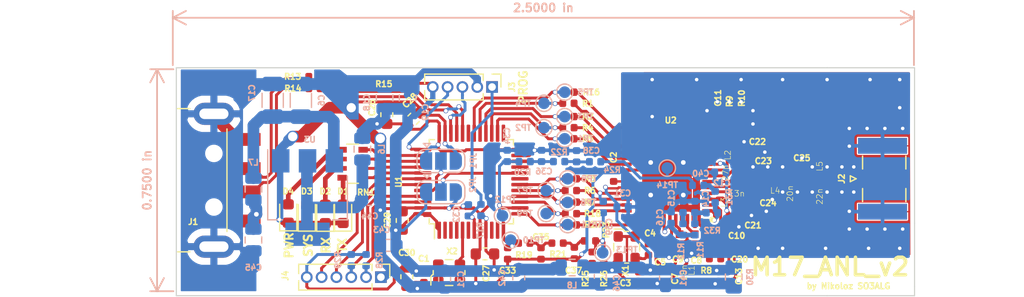
<source format=kicad_pcb>
(kicad_pcb (version 20171130) (host pcbnew 5.1.5-52549c5~84~ubuntu18.04.1)
  (layers (0 F.Cu signal) (31 B.Cu signal) (34 B.Paste user) (35 F.Paste user) (36 B.SilkS user) (37 F.SilkS user) (38 B.Mask user) (39 F.Mask user) (44 Edge.Cuts user))
  (net 0 "")
  (net 1 MoDem_VCC)
  (net 2 GND)
  (net 3 "Net-(C2-Pad2)")
  (net 4 "Net-(C4-Pad2)")
  (net 5 TCXO_RF)
  (net 6 "Net-(C5-Pad1)")
  (net 7 VBUS)
  (net 8 "Net-(C8-Pad2)")
  (net 9 "Net-(C10-Pad2)")
  (net 10 "Net-(C10-Pad1)")
  (net 11 "Net-(C11-Pad1)")
  (net 12 VCO_IN)
  (net 13 "Net-(C15-Pad1)")
  (net 14 CPOUT)
  (net 15 "Net-(C22-Pad2)")
  (net 16 "Net-(C23-Pad2)")
  (net 17 "Net-(C23-Pad1)")
  (net 18 "Net-(C24-Pad1)")
  (net 19 "Net-(C25-Pad2)")
  (net 20 RST_PIN)
  (net 21 ADC_IN)
  (net 22 "Net-(C35-Pad2)")
  (net 23 "Net-(C36-Pad2)")
  (net 24 "Net-(C37-Pad2)")
  (net 25 "Net-(C38-Pad2)")
  (net 26 "Net-(C39-Pad2)")
  (net 27 FMDemod)
  (net 28 FMMod)
  (net 29 "Net-(D1-Pad2)")
  (net 30 "Net-(D2-Pad2)")
  (net 31 "Net-(D3-Pad2)")
  (net 32 "Net-(D4-Pad2)")
  (net 33 "Net-(J1-Pad3)")
  (net 34 "Net-(J1-Pad2)")
  (net 35 "Net-(J2-Pad1)")
  (net 36 SWCLK)
  (net 37 SWDIO)
  (net 38 BOOT0)
  (net 39 BOOT1)
  (net 40 SPI_EN)
  (net 41 SPI_MOSI)
  (net 42 SWD_Int)
  (net 43 SPI_MISO)
  (net 44 SPI_CLK)
  (net 45 TxRx_Data)
  (net 46 TxRx_Clk)
  (net 47 USB_DP)
  (net 48 USB_DM)
  (net 49 RF_EN)
  (net 50 RF_CLKOUT)
  (net 51 DAC_OUT)
  (net 52 MO)
  (net 53 TX_LED)
  (net 54 SYS_LED)
  (net 55 RX_LED)
  (net 56 PWR_LED)
  (net 57 "Net-(U1-Pad31)")
  (net 58 "Net-(U1-Pad25)")
  (net 59 "Net-(U1-Pad22)")
  (net 60 "Net-(U1-Pad21)")
  (net 61 "Net-(U1-Pad19)")
  (net 62 "Net-(U1-Pad11)")
  (net 63 "Net-(U1-Pad10)")
  (net 64 "Net-(U1-Pad6)")
  (net 65 TCXO_MCU)
  (net 66 "Net-(U1-Pad4)")
  (net 67 "Net-(U1-Pad3)")
  (net 68 "Net-(U1-Pad2)")
  (net 69 USART_TX)
  (net 70 USART_RX)
  (net 71 I2C_SCK)
  (net 72 I2C_SDA)
  (net 73 "Net-(C44-Pad1)")
  (net 74 VCC_MCU)
  (net 75 "Net-(C17-Pad1)")
  (net 76 "Net-(L1-Pad2)")
  (net 77 "Net-(L1-Pad1)")
  (net 78 "Net-(R1-Pad1)")
  (net 79 "Net-(R2-Pad1)")
  (net 80 "Net-(R4-Pad1)")
  (net 81 "Net-(R5-Pad1)")
  (net 82 "Net-(R6-Pad1)")
  (net 83 "Net-(R7-Pad1)")
  (net 84 "Net-(R9-Pad1)")
  (net 85 "Net-(R10-Pad1)")
  (net 86 "Net-(R16-Pad1)")
  (net 87 "Net-(R18-Pad1)")
  (net 88 "Net-(R27-Pad1)")
  (net 89 "Net-(U2-Pad13)")
  (net 90 "Net-(U2-Pad14)")
  (net 91 "Net-(U2-Pad15)")
  (net 92 "Net-(U2-Pad16)")
  (net 93 "Net-(U2-Pad17)")
  (net 94 "Net-(U2-Pad18)")
  (net 95 "Net-(U2-Pad20)")
  (net 96 "Net-(U2-Pad21)")
  (net 97 "Net-(U2-Pad23)")
  (net 98 "Net-(U2-Pad30)")
  (net 99 "Net-(U2-Pad38)")
  (net 100 "Net-(C14-Pad1)")
  (net 101 "Net-(C40-Pad1)")
  (module Capacitor_SMD:C_0603_1608Metric (layer B.Cu) (at 119.126 104.14 270)
    (fp_text reference C46 (at 0.5715 -1.397 90) (layer B.SilkS) (effects (font (size 0.5 0.5)) (justify mirror)))
    (fp_text value 1n)
    (pad 2 smd roundrect (at 0.7875 0 270) (size 0.875 0.95) (layers B.Cu B.Paste B.Mask) (net 2 GND))
    (pad 1 smd roundrect (at -0.7875 0 270) (size 0.875 0.95) (layers B.Cu B.Paste B.Mask) (net 1 MoDem_VCC))
  )
  (module Resistor_SMD:R_0402_1005Metric (layer B.Cu) (at 128.6915 98.679 180)
    (fp_text reference R32 (at -0.023 -1.524) (layer B.SilkS) (effects (font (size 0.5 0.5)) (justify mirror)))
    (fp_text value 100)
    (pad 2 smd roundrect (at 0.485 0 180) (size 0.59 0.64) (layers B.Cu B.Paste B.Mask) (net 100 "Net-(C14-Pad1)"))
    (pad 1 smd roundrect (at -0.485 0 180) (size 0.59 0.64) (layers B.Cu B.Paste B.Mask) (net 12 VCO_IN))
  )
  (module Resistor_SMD:R_0402_1005Metric (layer B.Cu) (at 128.9685 97.3225 270)
    (fp_text reference R31 (at 0 -1.2065 90) (layer B.SilkS) (effects (font (size 0.5 0.5)) (justify mirror)))
    (fp_text value 47k)
    (pad 2 smd roundrect (at 0.485 0 270) (size 0.59 0.64) (layers B.Cu B.Paste B.Mask) (net 12 VCO_IN))
    (pad 1 smd roundrect (at -0.485 0 270) (size 0.59 0.64) (layers B.Cu B.Paste B.Mask) (net 101 "Net-(C40-Pad1)"))
  )
  (module Resistor_SMD:R_0402_1005Metric (layer F.Cu) (at 119.4435 102.5525 90)
    (fp_text reference R26 (at -1.778 0 90) (layer F.SilkS) (effects (font (size 0.5 0.5))))
    (fp_text value 1k)
    (pad 2 smd roundrect (at 0.485 0 90) (size 0.59 0.64) (layers F.Cu F.Paste F.Mask) (net 27 FMDemod))
    (pad 1 smd roundrect (at -0.485 0 90) (size 0.59 0.64) (layers F.Cu F.Paste F.Mask) (net 2 GND))
  )
  (module Resistor_SMD:R_0402_1005Metric (layer F.Cu) (at 118.4275 102.5295 270)
    (fp_text reference R25 (at 1.801 0.5715 90) (layer F.SilkS) (effects (font (size 0.5 0.5))))
    (fp_text value 1k)
    (pad 2 smd roundrect (at 0.485 0 270) (size 0.59 0.64) (layers F.Cu F.Paste F.Mask) (net 1 MoDem_VCC))
    (pad 1 smd roundrect (at -0.485 0 270) (size 0.59 0.64) (layers F.Cu F.Paste F.Mask) (net 27 FMDemod))
  )
  (module Capacitor_SMD:C_0603_1608Metric (layer B.Cu) (at 100.965 101.473 180)
    (fp_text reference C43 (at 0.5715 1.3335) (layer B.SilkS) (effects (font (size 0.5 0.5)) (justify mirror)))
    (fp_text value 100n)
    (pad 2 smd roundrect (at 0.7875 0 180) (size 0.875 0.95) (layers B.Cu B.Paste B.Mask) (net 2 GND))
    (pad 1 smd roundrect (at -0.7875 0 180) (size 0.875 0.95) (layers B.Cu B.Paste B.Mask) (net 74 VCC_MCU))
  )
  (module Capacitor_SMD:C_0603_1608Metric (layer B.Cu) (at 112.141 104.267 270)
    (fp_text reference C42 (at 0 1.43 90) (layer B.SilkS) (effects (font (size 0.5 0.5)) (justify mirror)))
    (fp_text value 1n)
    (pad 2 smd roundrect (at 0.7875 0 270) (size 0.875 0.95) (layers B.Cu B.Paste B.Mask) (net 2 GND))
    (pad 1 smd roundrect (at -0.7875 0 270) (size 0.875 0.95) (layers B.Cu B.Paste B.Mask) (net 74 VCC_MCU))
  )
  (module Capacitor_SMD:C_0603_1608Metric (layer B.Cu) (at 124.714 104.267 270)
    (fp_text reference C41 (at 0 -1.524 90) (layer B.SilkS) (effects (font (size 0.5 0.5)) (justify mirror)))
    (fp_text value 1n)
    (pad 2 smd roundrect (at 0.7875 0 270) (size 0.875 0.95) (layers B.Cu B.Paste B.Mask) (net 2 GND))
    (pad 1 smd roundrect (at -0.7875 0 270) (size 0.875 0.95) (layers B.Cu B.Paste B.Mask) (net 1 MoDem_VCC))
  )
  (module Capacitor_SMD:C_0805_2012Metric (layer B.Cu) (at 89.408 101.0135 270)
    (fp_text reference C45 (at 2.3645 0) (layer B.SilkS) (effects (font (size 0.5 0.5)) (justify mirror)))
    (fp_text value 100n)
    (pad 2 smd roundrect (at 0.9375 0 270) (size 0.975 1.4) (layers B.Cu B.Paste B.Mask) (net 2 GND))
    (pad 1 smd roundrect (at -0.9375 0 270) (size 0.975 1.4) (layers B.Cu B.Paste B.Mask) (net 7 VBUS))
  )
  (module Capacitor_SMD:C_0402_1005Metric (layer B.Cu) (at 121.031 98.171 180)
    (fp_text reference C31 (at 0 1.17) (layer B.SilkS) (effects (font (size 0.5 0.5)) (justify mirror)))
    (fp_text value 10n)
    (pad 2 smd roundrect (at 0.485 0 180) (size 0.59 0.64) (layers B.Cu B.Paste B.Mask) (net 1 MoDem_VCC))
    (pad 1 smd roundrect (at -0.485 0 180) (size 0.59 0.64) (layers B.Cu B.Paste B.Mask) (net 2 GND))
  )
  (module Inductor_SMD:L_0805_2012Metric (layer B.Cu) (at 116.713 103.378)
    (fp_text reference L8 (at 0 1.524) (layer B.SilkS) (effects (font (size 0.5 0.5)) (justify mirror)))
    (fp_text value 10uH)
    (pad 2 smd roundrect (at 0.9375 0) (size 0.975 1.4) (layers B.Cu B.Paste B.Mask) (net 1 MoDem_VCC))
    (pad 1 smd roundrect (at -0.9375 0) (size 0.975 1.4) (layers B.Cu B.Paste B.Mask) (net 74 VCC_MCU))
  )
  (module Inductor_SMD:L_0805_2012Metric (layer B.Cu) (at 89.408 96.647 90)
    (fp_text reference L7 (at 2.286 0 180) (layer B.SilkS) (effects (font (size 0.5 0.5)) (justify mirror)))
    (fp_text value 1uH)
    (pad 2 smd roundrect (at 0.9375 0 90) (size 0.975 1.4) (layers B.Cu B.Paste B.Mask) (net 75 "Net-(C17-Pad1)"))
    (pad 1 smd roundrect (at -0.9375 0 90) (size 0.975 1.4) (layers B.Cu B.Paste B.Mask) (net 7 VBUS))
  )
  (module Connector_PinHeader_1.27mm:PinHeader_1x06_P1.27mm_Vertical (layer F.Cu) (at 100.33 104.2035 270)
    (fp_text reference J4 (at -0.127 8.1915 270) (layer F.SilkS) (effects (font (size 0.5 0.5))))
    (fp_text value Conn_01x06)
    (pad 6 thru_hole oval (at 0 6.35 270) (size 1 1) (drill 0.65) (layers *.Cu *.Mask) (net 74 VCC_MCU))
    (pad 5 thru_hole oval (at 0 5.08 270) (size 1 1) (drill 0.65) (layers *.Cu *.Mask) (net 69 USART_TX))
    (pad 4 thru_hole oval (at 0 3.81 270) (size 1 1) (drill 0.65) (layers *.Cu *.Mask) (net 70 USART_RX))
    (pad 3 thru_hole oval (at 0 2.54 270) (size 1 1) (drill 0.65) (layers *.Cu *.Mask) (net 71 I2C_SCK))
    (pad 2 thru_hole oval (at 0 1.27 270) (size 1 1) (drill 0.65) (layers *.Cu *.Mask) (net 72 I2C_SDA))
    (pad 1 thru_hole rect (at 0 0 270) (size 1 1) (drill 0.65) (layers *.Cu *.Mask) (net 2 GND))
  )
  (module Capacitor_SMD:C_0603_1608Metric (layer B.Cu) (at 99.3775 97.536)
    (fp_text reference C44 (at 0 1.43) (layer B.SilkS) (effects (font (size 0.5 0.5)) (justify mirror)))
    (fp_text value 100n)
    (pad 2 smd roundrect (at 0.7875 0) (size 0.875 0.95) (layers B.Cu B.Paste B.Mask) (net 2 GND))
    (pad 1 smd roundrect (at -0.7875 0) (size 0.875 0.95) (layers B.Cu B.Paste B.Mask) (net 73 "Net-(C44-Pad1)"))
  )
  (module Inductor_SMD:L_0805_2012Metric (layer B.Cu) (at 98.7425 93.218 90)
    (fp_text reference L6 (at 0 1.65 90) (layer B.SilkS) (effects (font (size 0.5 0.5)) (justify mirror)))
    (fp_text value 10uH)
    (pad 2 smd roundrect (at 0.9375 0 90) (size 0.975 1.4) (layers B.Cu B.Paste B.Mask) (net 74 VCC_MCU))
    (pad 1 smd roundrect (at -0.9375 0 90) (size 0.975 1.4) (layers B.Cu B.Paste B.Mask) (net 73 "Net-(C44-Pad1)"))
  )
  (module Resistor_SMD:R_0805_2012Metric (layer B.Cu) (at 130.556 104.1885 270)
    (fp_text reference R30 (at 0 -1.397 270) (layer B.SilkS) (effects (font (size 0.5 0.5)) (justify mirror)))
    (fp_text value 1k)
    (pad 1 smd roundrect (at -0.9375 0 270) (size 0.975 1.4) (layers B.Cu B.Paste B.Mask) (net 1 MoDem_VCC))
    (pad 2 smd roundrect (at 0.9375 0 270) (size 0.975 1.4) (layers B.Cu B.Paste B.Mask) (net 2 GND))
  )
  (module Resistor_SMD:R_0402_1005Metric (layer B.Cu) (at 97.79 102.743 90)
    (fp_text reference R29 (at 0 -1.143 90) (layer B.SilkS) (effects (font (size 0.5 0.5)) (justify mirror)))
    (fp_text value 4,7k)
    (pad 1 smd roundrect (at -0.485 0 90) (size 0.59 0.64) (layers B.Cu B.Paste B.Mask) (net 71 I2C_SCK))
    (pad 2 smd roundrect (at 0.485 0 90) (size 0.59 0.64) (layers B.Cu B.Paste B.Mask) (net 74 VCC_MCU))
  )
  (module Resistor_SMD:R_0402_1005Metric (layer B.Cu) (at 99.06 102.743 90)
    (fp_text reference R28 (at 0 1.143 90) (layer B.SilkS) (effects (font (size 0.5 0.5)) (justify mirror)))
    (fp_text value 4,7k)
    (pad 1 smd roundrect (at -0.485 0 90) (size 0.59 0.64) (layers B.Cu B.Paste B.Mask) (net 72 I2C_SDA))
    (pad 2 smd roundrect (at 0.485 0 90) (size 0.59 0.64) (layers B.Cu B.Paste B.Mask) (net 74 VCC_MCU))
  )
  (module Oscillator:Oscillator_SMD_ECS_2520MV-xxx-xx-4Pin_2.5x2.0mm (layer F.Cu) (at 106.172 103.8098 90)
    (fp_text reference X2 (at 1.8288 0.254 180) (layer F.SilkS) (effects (font (size 0.5 0.5))))
    (fp_text value ASV-xxxMHz)
    (pad 3 smd roundrect (at 0.725 0.925 90) (size 0.8 0.9) (layers F.Cu F.Paste F.Mask) (net 65 TCXO_MCU))
    (pad 2 smd roundrect (at -0.725 0.925 90) (size 0.8 0.9) (layers F.Cu F.Paste F.Mask) (net 2 GND))
    (pad 4 smd roundrect (at 0.725 -0.925 90) (size 0.8 0.9) (layers F.Cu F.Paste F.Mask) (net 74 VCC_MCU))
    (pad 1 smd roundrect (at -0.725 -0.925 90) (size 0.8 0.9) (layers F.Cu F.Paste F.Mask) (net 74 VCC_MCU))
  )
  (module Oscillator:Oscillator_SMD_ECS_2520MV-xxx-xx-4Pin_2.5x2.0mm (layer F.Cu) (at 121.3855 101.636)
    (fp_text reference X1 (at -0.1005 1.996 90) (layer F.SilkS) (effects (font (size 0.5 0.5))))
    (fp_text value ASV-xxxMHz)
    (pad 3 smd roundrect (at 0.725 0.925) (size 0.8 0.9) (layers F.Cu F.Paste F.Mask) (net 5 TCXO_RF))
    (pad 2 smd roundrect (at -0.725 0.925) (size 0.8 0.9) (layers F.Cu F.Paste F.Mask) (net 2 GND))
    (pad 4 smd roundrect (at 0.725 -0.925) (size 0.8 0.9) (layers F.Cu F.Paste F.Mask) (net 1 MoDem_VCC))
    (pad 1 smd roundrect (at -0.725 -0.925) (size 0.8 0.9) (layers F.Cu F.Paste F.Mask) (net 1 MoDem_VCC))
  )
  (module Package_TO_SOT_SMD:SOT-223-3_TabPin2 (layer B.Cu) (at 94.0435 97.3705 270)
    (fp_text reference U3 (at -4.978 -0.1905 180) (layer B.SilkS) (effects (font (size 0.5 0.5)) (justify mirror)))
    (fp_text value AP1117-33)
    (pad 2 smd rect (at 3.15 0 270) (size 2 3.8) (layers B.Cu B.Paste B.Mask) (net 73 "Net-(C44-Pad1)"))
    (pad 2 smd rect (at -3.15 0 270) (size 2 1.5) (layers B.Cu B.Paste B.Mask) (net 73 "Net-(C44-Pad1)"))
    (pad 3 smd rect (at -3.15 -2.3 270) (size 2 1.5) (layers B.Cu B.Paste B.Mask) (net 75 "Net-(C17-Pad1)"))
    (pad 1 smd rect (at -3.15 2.3 270) (size 2 1.5) (layers B.Cu B.Paste B.Mask) (net 2 GND))
  )
  (module Package_QFP:LQFP-48_7x7mm_P0.5mm (layer F.Cu) (at 108.077 96.012 90)
    (fp_text reference U1 (at 0 -6.223 270) (layer F.SilkS) (effects (font (size 0.5 0.5))))
    (fp_text value STM32F303CBTx)
    (pad 48 smd roundrect (at -2.75 -4.1625 90) (size 0.3 1.475) (layers F.Cu F.Paste F.Mask) (net 74 VCC_MCU))
    (pad 47 smd roundrect (at -2.25 -4.1625 90) (size 0.3 1.475) (layers F.Cu F.Paste F.Mask) (net 2 GND))
    (pad 46 smd roundrect (at -1.75 -4.1625 90) (size 0.3 1.475) (layers F.Cu F.Paste F.Mask) (net 72 I2C_SDA))
    (pad 45 smd roundrect (at -1.25 -4.1625 90) (size 0.3 1.475) (layers F.Cu F.Paste F.Mask) (net 71 I2C_SCK))
    (pad 44 smd roundrect (at -0.75 -4.1625 90) (size 0.3 1.475) (layers F.Cu F.Paste F.Mask) (net 38 BOOT0))
    (pad 43 smd roundrect (at -0.25 -4.1625 90) (size 0.3 1.475) (layers F.Cu F.Paste F.Mask) (net 70 USART_RX))
    (pad 42 smd roundrect (at 0.25 -4.1625 90) (size 0.3 1.475) (layers F.Cu F.Paste F.Mask) (net 69 USART_TX))
    (pad 41 smd roundrect (at 0.75 -4.1625 90) (size 0.3 1.475) (layers F.Cu F.Paste F.Mask) (net 53 TX_LED))
    (pad 40 smd roundrect (at 1.25 -4.1625 90) (size 0.3 1.475) (layers F.Cu F.Paste F.Mask) (net 55 RX_LED))
    (pad 39 smd roundrect (at 1.75 -4.1625 90) (size 0.3 1.475) (layers F.Cu F.Paste F.Mask) (net 54 SYS_LED))
    (pad 38 smd roundrect (at 2.25 -4.1625 90) (size 0.3 1.475) (layers F.Cu F.Paste F.Mask) (net 56 PWR_LED))
    (pad 37 smd roundrect (at 2.75 -4.1625 90) (size 0.3 1.475) (layers F.Cu F.Paste F.Mask) (net 36 SWCLK))
    (pad 36 smd roundrect (at 4.1625 -2.75 90) (size 1.475 0.3) (layers F.Cu F.Paste F.Mask) (net 74 VCC_MCU))
    (pad 35 smd roundrect (at 4.1625 -2.25 90) (size 1.475 0.3) (layers F.Cu F.Paste F.Mask) (net 2 GND))
    (pad 34 smd roundrect (at 4.1625 -1.75 90) (size 1.475 0.3) (layers F.Cu F.Paste F.Mask) (net 37 SWDIO))
    (pad 33 smd roundrect (at 4.1625 -1.25 90) (size 1.475 0.3) (layers F.Cu F.Paste F.Mask) (net 47 USB_DP))
    (pad 32 smd roundrect (at 4.1625 -0.75 90) (size 1.475 0.3) (layers F.Cu F.Paste F.Mask) (net 48 USB_DM))
    (pad 31 smd roundrect (at 4.1625 -0.25 90) (size 1.475 0.3) (layers F.Cu F.Paste F.Mask) (net 57 "Net-(U1-Pad31)"))
    (pad 30 smd roundrect (at 4.1625 0.25 90) (size 1.475 0.3) (layers F.Cu F.Paste F.Mask) (net 49 RF_EN))
    (pad 29 smd roundrect (at 4.1625 0.75 90) (size 1.475 0.3) (layers F.Cu F.Paste F.Mask) (net 40 SPI_EN))
    (pad 28 smd roundrect (at 4.1625 1.25 90) (size 1.475 0.3) (layers F.Cu F.Paste F.Mask) (net 41 SPI_MOSI))
    (pad 27 smd roundrect (at 4.1625 1.75 90) (size 1.475 0.3) (layers F.Cu F.Paste F.Mask) (net 43 SPI_MISO))
    (pad 26 smd roundrect (at 4.1625 2.25 90) (size 1.475 0.3) (layers F.Cu F.Paste F.Mask) (net 44 SPI_CLK))
    (pad 25 smd roundrect (at 4.1625 2.75 90) (size 1.475 0.3) (layers F.Cu F.Paste F.Mask) (net 58 "Net-(U1-Pad25)"))
    (pad 24 smd roundrect (at 2.75 4.1625 90) (size 0.3 1.475) (layers F.Cu F.Paste F.Mask) (net 74 VCC_MCU))
    (pad 23 smd roundrect (at 2.25 4.1625 90) (size 0.3 1.475) (layers F.Cu F.Paste F.Mask) (net 2 GND))
    (pad 22 smd roundrect (at 1.75 4.1625 90) (size 0.3 1.475) (layers F.Cu F.Paste F.Mask) (net 59 "Net-(U1-Pad22)"))
    (pad 21 smd roundrect (at 1.25 4.1625 90) (size 0.3 1.475) (layers F.Cu F.Paste F.Mask) (net 60 "Net-(U1-Pad21)"))
    (pad 20 smd roundrect (at 0.75 4.1625 90) (size 0.3 1.475) (layers F.Cu F.Paste F.Mask) (net 39 BOOT1))
    (pad 19 smd roundrect (at 0.25 4.1625 90) (size 0.3 1.475) (layers F.Cu F.Paste F.Mask) (net 61 "Net-(U1-Pad19)"))
    (pad 18 smd roundrect (at -0.25 4.1625 90) (size 0.3 1.475) (layers F.Cu F.Paste F.Mask) (net 42 SWD_Int))
    (pad 17 smd roundrect (at -0.75 4.1625 90) (size 0.3 1.475) (layers F.Cu F.Paste F.Mask) (net 45 TxRx_Data))
    (pad 16 smd roundrect (at -1.25 4.1625 90) (size 0.3 1.475) (layers F.Cu F.Paste F.Mask) (net 46 TxRx_Clk))
    (pad 15 smd roundrect (at -1.75 4.1625 90) (size 0.3 1.475) (layers F.Cu F.Paste F.Mask) (net 50 RF_CLKOUT))
    (pad 14 smd roundrect (at -2.25 4.1625 90) (size 0.3 1.475) (layers F.Cu F.Paste F.Mask) (net 51 DAC_OUT))
    (pad 13 smd roundrect (at -2.75 4.1625 90) (size 0.3 1.475) (layers F.Cu F.Paste F.Mask) (net 52 MO))
    (pad 12 smd roundrect (at -4.1625 2.75 90) (size 1.475 0.3) (layers F.Cu F.Paste F.Mask) (net 21 ADC_IN))
    (pad 11 smd roundrect (at -4.1625 2.25 90) (size 1.475 0.3) (layers F.Cu F.Paste F.Mask) (net 62 "Net-(U1-Pad11)"))
    (pad 10 smd roundrect (at -4.1625 1.75 90) (size 1.475 0.3) (layers F.Cu F.Paste F.Mask) (net 63 "Net-(U1-Pad10)"))
    (pad 9 smd roundrect (at -4.1625 1.25 90) (size 1.475 0.3) (layers F.Cu F.Paste F.Mask) (net 74 VCC_MCU))
    (pad 8 smd roundrect (at -4.1625 0.75 90) (size 1.475 0.3) (layers F.Cu F.Paste F.Mask) (net 2 GND))
    (pad 7 smd roundrect (at -4.1625 0.25 90) (size 1.475 0.3) (layers F.Cu F.Paste F.Mask) (net 20 RST_PIN))
    (pad 6 smd roundrect (at -4.1625 -0.25 90) (size 1.475 0.3) (layers F.Cu F.Paste F.Mask) (net 64 "Net-(U1-Pad6)"))
    (pad 5 smd roundrect (at -4.1625 -0.75 90) (size 1.475 0.3) (layers F.Cu F.Paste F.Mask) (net 65 TCXO_MCU))
    (pad 4 smd roundrect (at -4.1625 -1.25 90) (size 1.475 0.3) (layers F.Cu F.Paste F.Mask) (net 66 "Net-(U1-Pad4)"))
    (pad 3 smd roundrect (at -4.1625 -1.75 90) (size 1.475 0.3) (layers F.Cu F.Paste F.Mask) (net 67 "Net-(U1-Pad3)"))
    (pad 2 smd roundrect (at -4.1625 -2.25 90) (size 1.475 0.3) (layers F.Cu F.Paste F.Mask) (net 68 "Net-(U1-Pad2)"))
    (pad 1 smd roundrect (at -4.1625 -2.75 90) (size 1.475 0.3) (layers F.Cu F.Paste F.Mask) (net 74 VCC_MCU))
  )
  (module TestPoint:TestPoint_Pad_D1.0mm (layer B.Cu) (at 124.8664 94.8436)
    (fp_text reference TP14 (at 0 1.448) (layer B.SilkS) (effects (font (size 0.5 0.5)) (justify mirror)))
    (fp_text value FMM)
    (pad 1 smd circle (at 0 0) (size 1 1) (layers B.Cu B.Mask) (net 28 FMMod))
  )
  (module TestPoint:TestPoint_Pad_D1.0mm (layer B.Cu) (at 119.3292 102.108)
    (fp_text reference TP13 (at 2.0828 -0.254) (layer B.SilkS) (effects (font (size 0.5 0.5)) (justify mirror)))
    (fp_text value FMDM)
    (pad 1 smd circle (at 0 0) (size 1 1) (layers B.Cu B.Mask) (net 27 FMDemod))
  )
  (module TestPoint:TestPoint_Pad_D1.0mm (layer B.Cu) (at 110.744 98.933)
    (fp_text reference TP12 (at 0.254 -1.397) (layer B.SilkS) (effects (font (size 0.5 0.5)) (justify mirror)))
    (fp_text value DA)
    (pad 1 smd circle (at 0 0) (size 1 1) (layers B.Cu B.Mask) (net 51 DAC_OUT))
  )
  (module TestPoint:TestPoint_Pad_D1.0mm (layer B.Cu) (at 116.332 99.695)
    (fp_text reference TP11 (at 2.032 0) (layer B.SilkS) (effects (font (size 0.5 0.5)) (justify mirror)))
    (fp_text value MO)
    (pad 1 smd circle (at 0 0) (size 1 1) (layers B.Cu B.Mask) (net 52 MO))
  )
  (module TestPoint:TestPoint_Pad_D1.0mm (layer B.Cu) (at 111.4425 101.0285)
    (fp_text reference TP10 (at 1.9685 0) (layer B.SilkS) (effects (font (size 0.5 0.5)) (justify mirror)))
    (fp_text value AD)
    (pad 1 smd circle (at 0 0) (size 1 1) (layers B.Cu B.Mask) (net 21 ADC_IN))
  )
  (module TestPoint:TestPoint_Pad_D1.0mm (layer B.Cu) (at 114.4905 98.7425)
    (fp_text reference TP9 (at -1.8415 0) (layer B.SilkS) (effects (font (size 0.5 0.5)) (justify mirror)))
    (fp_text value RF_CLK)
    (pad 1 smd circle (at 0 0) (size 1 1) (layers B.Cu B.Mask) (net 50 RF_CLKOUT))
  )
  (module TestPoint:TestPoint_Pad_D1.0mm (layer B.Cu) (at 116.332 95.758)
    (fp_text reference TP8 (at 1.8415 0) (layer B.SilkS) (effects (font (size 0.5 0.5)) (justify mirror)))
    (fp_text value SWD)
    (pad 1 smd circle (at 0 0) (size 1 1) (layers B.Cu B.Mask) (net 42 SWD_Int))
  )
  (module TestPoint:TestPoint_Pad_D1.0mm (layer B.Cu) (at 114.4905 96.774)
    (fp_text reference TP7 (at -1.8415 0) (layer B.SilkS) (effects (font (size 0.5 0.5)) (justify mirror)))
    (fp_text value Data)
    (pad 1 smd circle (at 0 0) (size 1 1) (layers B.Cu B.Mask) (net 45 TxRx_Data))
  )
  (module TestPoint:TestPoint_Pad_D1.0mm (layer B.Cu) (at 116.332 97.79)
    (fp_text reference TP6 (at 1.778 0) (layer B.SilkS) (effects (font (size 0.5 0.5)) (justify mirror)))
    (fp_text value DClk)
    (pad 1 smd circle (at 0 0) (size 1 1) (layers B.Cu B.Mask) (net 46 TxRx_Clk))
  )
  (module TestPoint:TestPoint_Pad_D1.0mm (layer B.Cu) (at 116.078 88.3285)
    (fp_text reference TP5 (at 1.778 0) (layer B.SilkS) (effects (font (size 0.5 0.5)) (justify mirror)))
    (fp_text value RF_EN)
    (pad 1 smd circle (at 0 0) (size 1 1) (layers B.Cu B.Mask) (net 49 RF_EN))
  )
  (module TestPoint:TestPoint_Pad_D1.0mm (layer B.Cu) (at 114.3 89.281)
    (fp_text reference TP4 (at -1.778 0) (layer B.SilkS) (effects (font (size 0.5 0.5)) (justify mirror)))
    (fp_text value S_EN)
    (pad 1 smd circle (at 0 0) (size 1 1) (layers B.Cu B.Mask) (net 40 SPI_EN))
  )
  (module TestPoint:TestPoint_Pad_D1.0mm (layer B.Cu) (at 116.078 90.424)
    (fp_text reference TP3 (at 1.778 0) (layer B.SilkS) (effects (font (size 0.5 0.5)) (justify mirror)))
    (fp_text value MOSI)
    (pad 1 smd circle (at 0 0) (size 1 1) (layers B.Cu B.Mask) (net 41 SPI_MOSI))
  )
  (module TestPoint:TestPoint_Pad_D1.0mm (layer B.Cu) (at 114.3 91.3765)
    (fp_text reference TP2 (at -1.778 0) (layer B.SilkS) (effects (font (size 0.5 0.5)) (justify mirror)))
    (fp_text value MISO)
    (pad 1 smd circle (at 0 0) (size 1 1) (layers B.Cu B.Mask) (net 43 SPI_MISO))
  )
  (module TestPoint:TestPoint_Pad_D1.0mm (layer B.Cu) (at 116.078 92.329)
    (fp_text reference TP1 (at 1.778 0) (layer B.SilkS) (effects (font (size 0.5 0.5)) (justify mirror)))
    (fp_text value SCK)
    (pad 1 smd circle (at 0 0) (size 1 1) (layers B.Cu B.Mask) (net 44 SPI_CLK))
  )
  (module Resistor_SMD:R_Array_Convex_4x0603 (layer F.Cu) (at 97.906 94.469 180)
    (fp_text reference RN1 (at -1.154 -2.4574) (layer F.SilkS) (effects (font (size 0.5 0.5))))
    (fp_text value R_Pack04)
    (pad 5 smd rect (at 0.9 1.2 180) (size 0.8 0.5) (layers F.Cu F.Paste F.Mask) (net 32 "Net-(D4-Pad2)"))
    (pad 6 smd rect (at 0.9 0.4 180) (size 0.8 0.4) (layers F.Cu F.Paste F.Mask) (net 31 "Net-(D3-Pad2)"))
    (pad 8 smd rect (at 0.9 -1.2 180) (size 0.8 0.5) (layers F.Cu F.Paste F.Mask) (net 29 "Net-(D1-Pad2)"))
    (pad 7 smd rect (at 0.9 -0.4 180) (size 0.8 0.4) (layers F.Cu F.Paste F.Mask) (net 30 "Net-(D2-Pad2)"))
    (pad 4 smd rect (at -0.9 1.2 180) (size 0.8 0.5) (layers F.Cu F.Paste F.Mask) (net 56 PWR_LED))
    (pad 2 smd rect (at -0.9 -0.4 180) (size 0.8 0.4) (layers F.Cu F.Paste F.Mask) (net 55 RX_LED))
    (pad 3 smd rect (at -0.9 0.4 180) (size 0.8 0.4) (layers F.Cu F.Paste F.Mask) (net 54 SYS_LED))
    (pad 1 smd rect (at -0.9 -1.2 180) (size 0.8 0.5) (layers F.Cu F.Paste F.Mask) (net 53 TX_LED))
  )
  (module Resistor_SMD:R_0402_1005Metric (layer F.Cu) (at 116.609 99.7204 180)
    (fp_text reference R27 (at -1.882 0.0254) (layer F.SilkS) (effects (font (size 0.5 0.5))))
    (fp_text value 1k)
    (pad 2 smd roundrect (at 0.485 0 180) (size 0.59 0.64) (layers F.Cu F.Paste F.Mask) (net 52 MO))
    (pad 1 smd roundrect (at -0.485 0 180) (size 0.59 0.64) (layers F.Cu F.Paste F.Mask) (net 88 "Net-(R27-Pad1)"))
  )
  (module Resistor_SMD:R_0402_1005Metric (layer B.Cu) (at 118.6815 94.2975 180)
    (fp_text reference R24 (at -1.4605 -0.6985) (layer B.SilkS) (effects (font (size 0.5 0.5)) (justify mirror)))
    (fp_text value 100k)
    (pad 1 smd roundrect (at -0.485 0 180) (size 0.59 0.64) (layers B.Cu B.Paste B.Mask) (net 28 FMMod))
    (pad 2 smd roundrect (at 0.485 0 180) (size 0.59 0.64) (layers B.Cu B.Paste B.Mask) (net 25 "Net-(C38-Pad2)"))
  )
  (module Resistor_SMD:R_0402_1005Metric (layer F.Cu) (at 118.237 101.092 180)
    (fp_text reference R23 (at -1.397 0.9525 90) (layer F.SilkS) (effects (font (size 0.5 0.5))))
    (fp_text value 1k)
    (pad 2 smd roundrect (at 0.485 0 180) (size 0.59 0.64) (layers F.Cu F.Paste F.Mask) (net 24 "Net-(C37-Pad2)"))
    (pad 1 smd roundrect (at -0.485 0 180) (size 0.59 0.64) (layers F.Cu F.Paste F.Mask) (net 27 FMDemod))
  )
  (module Resistor_SMD:R_0402_1005Metric (layer B.Cu) (at 115.5978 94.2848 180)
    (fp_text reference R22 (at 0 0.8128) (layer B.SilkS) (effects (font (size 0.5 0.5)) (justify mirror)))
    (fp_text value 1k)
    (pad 1 smd roundrect (at -0.485 0 180) (size 0.59 0.64) (layers B.Cu B.Paste B.Mask) (net 25 "Net-(C38-Pad2)"))
    (pad 2 smd roundrect (at 0.485 0 180) (size 0.59 0.64) (layers B.Cu B.Paste B.Mask) (net 23 "Net-(C36-Pad2)"))
  )
  (module Resistor_SMD:R_0402_1005Metric (layer F.Cu) (at 115.466 101.2825 180)
    (fp_text reference R21 (at -0.0405 -0.9525) (layer F.SilkS) (effects (font (size 0.5 0.5))))
    (fp_text value 1k)
    (pad 2 smd roundrect (at 0.485 0 180) (size 0.59 0.64) (layers F.Cu F.Paste F.Mask) (net 22 "Net-(C35-Pad2)"))
    (pad 1 smd roundrect (at -0.485 0 180) (size 0.59 0.64) (layers F.Cu F.Paste F.Mask) (net 24 "Net-(C37-Pad2)"))
  )
  (module Resistor_SMD:R_0402_1005Metric (layer B.Cu) (at 112.6466 94.2848 180)
    (fp_text reference R20 (at 0.1754 -0.9144) (layer B.SilkS) (effects (font (size 0.5 0.5)) (justify mirror)))
    (fp_text value 1k)
    (pad 1 smd roundrect (at -0.485 0 180) (size 0.59 0.64) (layers B.Cu B.Paste B.Mask) (net 23 "Net-(C36-Pad2)"))
    (pad 2 smd roundrect (at 0.485 0 180) (size 0.59 0.64) (layers B.Cu B.Paste B.Mask) (net 51 DAC_OUT))
  )
  (module Resistor_SMD:R_0402_1005Metric (layer F.Cu) (at 112.6085 101.2825 180)
    (fp_text reference R19 (at 0.023 -1.016) (layer F.SilkS) (effects (font (size 0.5 0.5))))
    (fp_text value 1k)
    (pad 2 smd roundrect (at 0.485 0 180) (size 0.59 0.64) (layers F.Cu F.Paste F.Mask) (net 21 ADC_IN))
    (pad 1 smd roundrect (at -0.485 0 180) (size 0.59 0.64) (layers F.Cu F.Paste F.Mask) (net 22 "Net-(C35-Pad2)"))
  )
  (module Resistor_SMD:R_0402_1005Metric (layer F.Cu) (at 116.6138 98.7552 180)
    (fp_text reference R18 (at -1.8518 0) (layer F.SilkS) (effects (font (size 0.5 0.5))))
    (fp_text value 1k)
    (pad 2 smd roundrect (at 0.485 0 180) (size 0.59 0.64) (layers F.Cu F.Paste F.Mask) (net 50 RF_CLKOUT))
    (pad 1 smd roundrect (at -0.485 0 180) (size 0.59 0.64) (layers F.Cu F.Paste F.Mask) (net 87 "Net-(R18-Pad1)"))
  )
  (module Resistor_SMD:R_0402_1005Metric (layer B.Cu) (at 108.9025 98.448 270)
    (fp_text reference R17 (at 1.755 0.0635 90) (layer B.SilkS) (effects (font (size 0.5 0.5)) (justify mirror)))
    (fp_text value 10k)
    (pad 1 smd roundrect (at -0.485 0 270) (size 0.59 0.64) (layers B.Cu B.Paste B.Mask) (net 20 RST_PIN))
    (pad 2 smd roundrect (at 0.485 0 270) (size 0.59 0.64) (layers B.Cu B.Paste B.Mask) (net 74 VCC_MCU))
  )
  (module Resistor_SMD:R_0402_1005Metric (layer F.Cu) (at 116.3955 88.3285 180)
    (fp_text reference R16 (at -1.9685 0) (layer F.SilkS) (effects (font (size 0.5 0.5))))
    (fp_text value 1k)
    (pad 2 smd roundrect (at 0.485 0 180) (size 0.59 0.64) (layers F.Cu F.Paste F.Mask) (net 49 RF_EN))
    (pad 1 smd roundrect (at -0.485 0 180) (size 0.59 0.64) (layers F.Cu F.Paste F.Mask) (net 86 "Net-(R16-Pad1)"))
  )
  (module Resistor_SMD:R_0402_1005Metric (layer F.Cu) (at 102.593 87.5665)
    (fp_text reference R15 (at -2.009 0.0635) (layer F.SilkS) (effects (font (size 0.5 0.5))))
    (fp_text value 1,3k)
    (pad 2 smd roundrect (at 0.485 0) (size 0.59 0.64) (layers F.Cu F.Paste F.Mask) (net 74 VCC_MCU))
    (pad 1 smd roundrect (at -0.485 0) (size 0.59 0.64) (layers F.Cu F.Paste F.Mask) (net 47 USB_DP))
  )
  (module Resistor_SMD:R_0402_1005Metric (layer F.Cu) (at 94.638 88.011 180)
    (fp_text reference R14 (at 1.8415 0) (layer F.SilkS) (effects (font (size 0.5 0.5))))
    (fp_text value 22)
    (pad 2 smd roundrect (at 0.485 0 180) (size 0.59 0.64) (layers F.Cu F.Paste F.Mask) (net 34 "Net-(J1-Pad2)"))
    (pad 1 smd roundrect (at -0.485 0 180) (size 0.59 0.64) (layers F.Cu F.Paste F.Mask) (net 48 USB_DM))
  )
  (module Resistor_SMD:R_0402_1005Metric (layer F.Cu) (at 94.638 86.995 180)
    (fp_text reference R13 (at 1.8645 0) (layer F.SilkS) (effects (font (size 0.5 0.5))))
    (fp_text value 22)
    (pad 2 smd roundrect (at 0.485 0 180) (size 0.59 0.64) (layers F.Cu F.Paste F.Mask) (net 33 "Net-(J1-Pad3)"))
    (pad 1 smd roundrect (at -0.485 0 180) (size 0.59 0.64) (layers F.Cu F.Paste F.Mask) (net 47 USB_DP))
  )
  (module Resistor_SMD:R_0402_1005Metric (layer B.Cu) (at 126.2126 100.1038 270)
    (fp_text reference R12 (at 1.8772 0.1651 270) (layer B.SilkS) (effects (font (size 0.5 0.5)) (justify mirror)))
    (fp_text value 270)
    (pad 1 smd roundrect (at -0.485 0 270) (size 0.59 0.64) (layers B.Cu B.Paste B.Mask) (net 13 "Net-(C15-Pad1)"))
    (pad 2 smd roundrect (at 0.485 0 270) (size 0.59 0.64) (layers B.Cu B.Paste B.Mask) (net 14 CPOUT))
  )
  (module Resistor_SMD:R_0402_1005Metric (layer B.Cu) (at 127.2286 100.1038 270)
    (fp_text reference R11 (at 1.7502 -0.4699 90) (layer B.SilkS) (effects (font (size 0.5 0.5)) (justify mirror)))
    (fp_text value 560)
    (pad 1 smd roundrect (at -0.485 0 270) (size 0.59 0.64) (layers B.Cu B.Paste B.Mask) (net 100 "Net-(C14-Pad1)"))
    (pad 2 smd roundrect (at 0.485 0 270) (size 0.59 0.64) (layers B.Cu B.Paste B.Mask) (net 14 CPOUT))
  )
  (module Resistor_SMD:R_0402_1005Metric (layer F.Cu) (at 131.2164 90.5486 90)
    (fp_text reference R10 (at 1.6994 0.0254 90) (layer F.SilkS) (effects (font (size 0.5 0.5))))
    (fp_text value 1,1k)
    (pad 2 smd roundrect (at 0.485 0 90) (size 0.59 0.64) (layers F.Cu F.Paste F.Mask) (net 2 GND))
    (pad 1 smd roundrect (at -0.485 0 90) (size 0.59 0.64) (layers F.Cu F.Paste F.Mask) (net 85 "Net-(R10-Pad1)"))
  )
  (module Resistor_SMD:R_0402_1005Metric (layer F.Cu) (at 130.2004 90.5534 90)
    (fp_text reference R9 (at 1.4375 0 90) (layer F.SilkS) (effects (font (size 0.5 0.5))))
    (fp_text value 3,6k)
    (pad 2 smd roundrect (at 0.485 0 90) (size 0.59 0.64) (layers F.Cu F.Paste F.Mask) (net 2 GND))
    (pad 1 smd roundrect (at -0.485 0 90) (size 0.59 0.64) (layers F.Cu F.Paste F.Mask) (net 84 "Net-(R9-Pad1)"))
  )
  (module Resistor_SMD:R_0402_1005Metric (layer F.Cu) (at 128.9582 102.616)
    (fp_text reference R8 (at -0.7517 1.016) (layer F.SilkS) (effects (font (size 0.5 0.5))))
    (fp_text value 3,9k)
    (pad 2 smd roundrect (at 0.485 0) (size 0.59 0.64) (layers F.Cu F.Paste F.Mask) (net 9 "Net-(C10-Pad2)"))
    (pad 1 smd roundrect (at -0.485 0) (size 0.59 0.64) (layers F.Cu F.Paste F.Mask) (net 8 "Net-(C8-Pad2)"))
  )
  (module Resistor_SMD:R_0402_1005Metric (layer F.Cu) (at 116.6138 97.7646 180)
    (fp_text reference R7 (at -1.6232 -0.0254) (layer F.SilkS) (effects (font (size 0.5 0.5))))
    (fp_text value 1k)
    (pad 2 smd roundrect (at 0.485 0 180) (size 0.59 0.64) (layers F.Cu F.Paste F.Mask) (net 46 TxRx_Clk))
    (pad 1 smd roundrect (at -0.485 0 180) (size 0.59 0.64) (layers F.Cu F.Paste F.Mask) (net 83 "Net-(R7-Pad1)"))
  )
  (module Resistor_SMD:R_0402_1005Metric (layer F.Cu) (at 116.609 96.774 180)
    (fp_text reference R6 (at -1.628 0) (layer F.SilkS) (effects (font (size 0.5 0.5))))
    (fp_text value 1k)
    (pad 2 smd roundrect (at 0.485 0 180) (size 0.59 0.64) (layers F.Cu F.Paste F.Mask) (net 45 TxRx_Data))
    (pad 1 smd roundrect (at -0.485 0 180) (size 0.59 0.64) (layers F.Cu F.Paste F.Mask) (net 82 "Net-(R6-Pad1)"))
  )
  (module Resistor_SMD:R_0402_1005Metric (layer F.Cu) (at 116.3955 92.329 180)
    (fp_text reference R5 (at -1.6637 0.0254) (layer F.SilkS) (effects (font (size 0.5 0.5))))
    (fp_text value 1k)
    (pad 2 smd roundrect (at 0.485 0 180) (size 0.59 0.64) (layers F.Cu F.Paste F.Mask) (net 44 SPI_CLK))
    (pad 1 smd roundrect (at -0.485 0 180) (size 0.59 0.64) (layers F.Cu F.Paste F.Mask) (net 81 "Net-(R5-Pad1)"))
  )
  (module Resistor_SMD:R_0402_1005Metric (layer F.Cu) (at 116.3955 91.3765 180)
    (fp_text reference R4 (at -1.6637 -0.0127) (layer F.SilkS) (effects (font (size 0.5 0.5))))
    (fp_text value 1k)
    (pad 2 smd roundrect (at 0.485 0 180) (size 0.59 0.64) (layers F.Cu F.Paste F.Mask) (net 43 SPI_MISO))
    (pad 1 smd roundrect (at -0.485 0 180) (size 0.59 0.64) (layers F.Cu F.Paste F.Mask) (net 80 "Net-(R4-Pad1)"))
  )
  (module Resistor_SMD:R_0402_1005Metric (layer F.Cu) (at 116.609 95.758 180)
    (fp_text reference R3 (at -1.628 0) (layer F.SilkS) (effects (font (size 0.5 0.5))))
    (fp_text value 1k)
    (pad 2 smd roundrect (at 0.485 0 180) (size 0.59 0.64) (layers F.Cu F.Paste F.Mask) (net 42 SWD_Int))
    (pad 1 smd roundrect (at -0.485 0 180) (size 0.59 0.64) (layers F.Cu F.Paste F.Mask) (net 26 "Net-(C39-Pad2)"))
  )
  (module Resistor_SMD:R_0402_1005Metric (layer F.Cu) (at 116.3955 90.424 180)
    (fp_text reference R2 (at -1.6637 0) (layer F.SilkS) (effects (font (size 0.5 0.5))))
    (fp_text value 1k)
    (pad 2 smd roundrect (at 0.485 0 180) (size 0.59 0.64) (layers F.Cu F.Paste F.Mask) (net 41 SPI_MOSI))
    (pad 1 smd roundrect (at -0.485 0 180) (size 0.59 0.64) (layers F.Cu F.Paste F.Mask) (net 79 "Net-(R2-Pad1)"))
  )
  (module Resistor_SMD:R_0402_1005Metric (layer F.Cu) (at 116.3955 89.281 180)
    (fp_text reference R1 (at -1.6637 -0.0254) (layer F.SilkS) (effects (font (size 0.5 0.5))))
    (fp_text value 1k)
    (pad 2 smd roundrect (at 0.485 0 180) (size 0.59 0.64) (layers F.Cu F.Paste F.Mask) (net 40 SPI_EN))
    (pad 1 smd roundrect (at -0.485 0 180) (size 0.59 0.64) (layers F.Cu F.Paste F.Mask) (net 78 "Net-(R1-Pad1)"))
  )
  (module RFElements:L-0402CS (layer F.Cu) (at 138.0236 95.8088)
    (fp_text reference L5 (at -0.1016 -1.1176 90) (layer F.SilkS) (effects (font (size 0.5 0.5) (thickness 0.05))))
    (fp_text value 22n (at -0.1016 1.4732 90) (layer F.SilkS) (effects (font (size 0.5 0.5) (thickness 0.05))))
    (pad 2 smd rect (at 0.6477 0) (size 0.66 0.66) (layers F.Cu F.Paste F.Mask) (net 35 "Net-(J2-Pad1)"))
    (pad 1 smd rect (at -0.6477 0) (size 0.66 0.66) (layers F.Cu F.Paste F.Mask) (net 19 "Net-(C25-Pad2)"))
  )
  (module RFElements:L-0402CS (layer F.Cu) (at 134.7724 95.8088)
    (fp_text reference L4 (at -0.6604 0.9652 180) (layer F.SilkS) (effects (font (size 0.5 0.5) (thickness 0.05))))
    (fp_text value 20n (at 0.6096 1.2192 90) (layer F.SilkS) (effects (font (size 0.5 0.5) (thickness 0.05))))
    (pad 2 smd rect (at 0.6477 0) (size 0.66 0.66) (layers F.Cu F.Paste F.Mask) (net 19 "Net-(C25-Pad2)"))
    (pad 1 smd rect (at -0.6477 0) (size 0.66 0.66) (layers F.Cu F.Paste F.Mask) (net 16 "Net-(C23-Pad2)"))
  )
  (module RFElements:L-0402CS (layer F.Cu) (at 131.3815 97.8916 180)
    (fp_text reference L3 (at 1.651 0.1016 90) (layer F.SilkS) (effects (font (size 0.5 0.5) (thickness 0.05))))
    (fp_text value 13n (at 0.5715 0.8636) (layer F.SilkS) (effects (font (size 0.5 0.5) (thickness 0.05))))
    (pad 2 smd rect (at 0.6477 0 180) (size 0.66 0.66) (layers F.Cu F.Paste F.Mask) (net 1 MoDem_VCC))
    (pad 1 smd rect (at -0.6477 0 180) (size 0.66 0.66) (layers F.Cu F.Paste F.Mask) (net 18 "Net-(C24-Pad1)"))
  )
  (module RFElements:L-0402CS (layer F.Cu) (at 131.0132 95.1484 270)
    (fp_text reference L2 (at -1.4224 0.9652 90) (layer F.SilkS) (effects (font (size 0.5 0.5) (thickness 0.05))))
    (fp_text value 27n (at 0.1016 1.1684 90) (layer F.SilkS) (effects (font (size 0.5 0.5) (thickness 0.05))))
    (pad 2 smd rect (at 0.6477 0 270) (size 0.66 0.66) (layers F.Cu F.Paste F.Mask) (net 17 "Net-(C23-Pad1)"))
    (pad 1 smd rect (at -0.6477 0 270) (size 0.66 0.66) (layers F.Cu F.Paste F.Mask) (net 15 "Net-(C22-Pad2)"))
  )
  (module RFElements:L-0402CS (layer F.Cu) (at 126.5682 100.5205 180)
    (fp_text reference L1 (at -0.381 -3.1115 90) (layer F.SilkS) (effects (font (size 0.5 0.5) (thickness 0.05))))
    (fp_text value 18n (at 0.2667 -3.302 90) (layer F.SilkS) (effects (font (size 0.5 0.5) (thickness 0.05))))
    (pad 2 smd rect (at 0.6477 0 180) (size 0.66 0.66) (layers F.Cu F.Paste F.Mask) (net 76 "Net-(L1-Pad2)"))
    (pad 1 smd rect (at -0.6477 0 180) (size 0.66 0.66) (layers F.Cu F.Paste F.Mask) (net 77 "Net-(L1-Pad1)"))
  )
  (module Jumper:SolderJumper-3_P1.3mm_Open_RoundedPad1.0x1.5mm (layer B.Cu) (at 105.4735 96.901)
    (fp_text reference JP2 (at 2.7305 -0.635 90) (layer B.SilkS) (effects (font (size 0.5 0.5)) (justify mirror)))
    (fp_text value Boot1)
    (pad 1 smd custom (at -1.3 0) (size 1 0.5) (layers B.Cu B.Mask) (net 74 VCC_MCU) (options (clearance outline) (anchor rect)) (primitives (gr_circle (center 0 -0.25) (end 0.5 -0.25) (width 0)) (gr_circle (center 0 0.25) (end 0.5 0.25) (width 0)) (gr_poly (pts (xy 0.55 0.75) (xy 0 0.75) (xy 0 -0.75) (xy 0.55 -0.75)) (width 0))))
    (pad 3 smd custom (at 1.3 0) (size 1 0.5) (layers B.Cu B.Mask) (net 2 GND) (options (clearance outline) (anchor rect)) (primitives (gr_circle (center 0 -0.25) (end 0.5 -0.25) (width 0)) (gr_circle (center 0 0.25) (end 0.5 0.25) (width 0)) (gr_poly (pts (xy -0.55 0.75) (xy 0 0.75) (xy 0 -0.75) (xy -0.55 -0.75)) (width 0))))
    (pad 2 smd rect (at 0 0) (size 1 1.5) (layers B.Cu B.Mask) (net 39 BOOT1))
  )
  (module Jumper:SolderJumper-3_P1.3mm_Open_RoundedPad1.0x1.5mm (layer B.Cu) (at 105.4735 94.234)
    (fp_text reference JP1 (at 2.794 0 270) (layer B.SilkS) (effects (font (size 0.5 0.5)) (justify mirror)))
    (fp_text value Boot0)
    (pad 1 smd custom (at -1.3 0) (size 1 0.5) (layers B.Cu B.Mask) (net 74 VCC_MCU) (options (clearance outline) (anchor rect)) (primitives (gr_circle (center 0 -0.25) (end 0.5 -0.25) (width 0)) (gr_circle (center 0 0.25) (end 0.5 0.25) (width 0)) (gr_poly (pts (xy 0.55 0.75) (xy 0 0.75) (xy 0 -0.75) (xy 0.55 -0.75)) (width 0))))
    (pad 3 smd custom (at 1.3 0) (size 1 0.5) (layers B.Cu B.Mask) (net 2 GND) (options (clearance outline) (anchor rect)) (primitives (gr_circle (center 0 -0.25) (end 0.5 -0.25) (width 0)) (gr_circle (center 0 0.25) (end 0.5 0.25) (width 0)) (gr_poly (pts (xy -0.55 0.75) (xy 0 0.75) (xy 0 -0.75) (xy -0.55 -0.75)) (width 0))))
    (pad 2 smd rect (at 0 0) (size 1 1.5) (layers B.Cu B.Mask) (net 38 BOOT0))
  )
  (module Connector_PinHeader_1.27mm:PinHeader_1x05_P1.27mm_Vertical (layer F.Cu) (at 109.855 87.884 270)
    (fp_text reference J3 (at 0 -1.695 90) (layer F.SilkS) (effects (font (size 0.5 0.5))))
    (fp_text value PROG (at 0 -2.667 90) (layer F.SilkS) (effects (font (size 0.7 0.7))))
    (pad 5 thru_hole oval (at 0 5.08 270) (size 1 1) (drill 0.65) (layers *.Cu *.Mask) (net 74 VCC_MCU))
    (pad 4 thru_hole oval (at 0 3.81 270) (size 1 1) (drill 0.65) (layers *.Cu *.Mask) (net 36 SWCLK))
    (pad 3 thru_hole oval (at 0 2.54 270) (size 1 1) (drill 0.65) (layers *.Cu *.Mask) (net 37 SWDIO))
    (pad 2 thru_hole oval (at 0 1.27 270) (size 1 1) (drill 0.65) (layers *.Cu *.Mask) (net 2 GND))
    (pad 1 thru_hole rect (at 0 0 270) (size 1 1) (drill 0.65) (layers *.Cu *.Mask) (net 20 RST_PIN))
  )
  (module Connector_Coaxial:SMA_Samtec_SMA-J-P-X-ST-EM1_EdgeMount (layer F.Cu) (at 143.3068 95.758 90)
    (fp_text reference J2 (at 0 -3.5 90) (layer F.SilkS) (effects (font (size 0.5 0.5))))
    (fp_text value RF_PORT)
    (pad 1 smd rect (at 0 0.2 90) (size 1.27 3.6) (layers F.Cu F.Paste F.Mask) (net 35 "Net-(J2-Pad1)"))
    (pad 2 smd rect (at 2.825 0 90) (size 1.35 4.2) (layers F.Cu F.Paste F.Mask) (net 2 GND))
    (pad 2 smd rect (at -2.825 0 90) (size 1.35 4.2) (layers F.Cu F.Paste F.Mask) (net 2 GND))
    (pad 2 smd rect (at 2.825 0 90) (size 1.35 4.2) (layers B.Cu B.Paste B.Mask) (net 2 GND))
    (pad 2 smd rect (at -2.825 0 90) (size 1.35 4.2) (layers B.Cu B.Paste B.Mask) (net 2 GND))
  )
  (module Connector_USB:USB_A_CNCTech_1001-011-01101_Horizontal (layer F.Cu) (at 79.121 95.885 180)
    (fp_text reference J1 (at -5.122 -3.57) (layer F.SilkS) (effects (font (size 0.5 0.5))))
    (fp_text value USB_A)
    (pad "" np_thru_hole circle (at -6.9 2.3 180) (size 1.1 1.1) (drill 1.1) (layers *.Cu *.Mask))
    (pad "" np_thru_hole circle (at -6.9 -2.3 180) (size 1.1 1.1) (drill 1.1) (layers *.Cu *.Mask))
    (pad 5 thru_hole oval (at -6.9 5.7 180) (size 3.5 1.9) (drill oval 2.5 0.9) (layers *.Cu *.Mask) (net 2 GND))
    (pad 5 thru_hole oval (at -6.9 -5.7 180) (size 3.5 1.9) (drill oval 2.5 0.9) (layers *.Cu *.Mask) (net 2 GND))
    (pad 4 smd rect (at -9.65 3.5 180) (size 2.5 1.1) (layers F.Cu F.Paste F.Mask) (net 2 GND))
    (pad 1 smd rect (at -9.65 -3.5 180) (size 2.5 1.1) (layers F.Cu F.Paste F.Mask) (net 7 VBUS))
    (pad 3 smd rect (at -9.65 1 180) (size 2.5 1.1) (layers F.Cu F.Paste F.Mask) (net 33 "Net-(J1-Pad3)"))
    (pad 2 smd rect (at -9.65 -1 180) (size 2.5 1.1) (layers F.Cu F.Paste F.Mask) (net 34 "Net-(J1-Pad2)"))
  )
  (module RFElements:ADF7021 (layer F.Cu) (at 124.841 95.758 180)
    (fp_text reference U2 (at -0.3175 5.0165) (layer F.SilkS) (effects (font (size 0.5 0.5) (thickness 0.125))))
    (fp_text value ADF7021 hide)
    (pad 1 smd rect (at -3.45 -2.75 270) (size 0.3 0.85) (layers F.Cu F.Paste F.Mask) (net 12 VCO_IN))
    (pad 2 smd rect (at -3.45 -2.25 270) (size 0.3 0.85) (layers F.Cu F.Paste F.Mask) (net 9 "Net-(C10-Pad2)"))
    (pad 3 smd rect (at -3.45 -1.75 270) (size 0.3 0.85) (layers F.Cu F.Paste F.Mask) (net 1 MoDem_VCC))
    (pad 4 smd rect (at -3.45 -1.25 270) (size 0.3 0.85) (layers F.Cu F.Paste F.Mask) (net 18 "Net-(C24-Pad1)"))
    (pad 5 smd rect (at -3.45 -0.75 270) (size 0.3 0.85) (layers F.Cu F.Paste F.Mask) (net 2 GND))
    (pad 6 smd rect (at -3.45 -0.25 270) (size 0.3 0.85) (layers F.Cu F.Paste F.Mask) (net 17 "Net-(C23-Pad1)"))
    (pad 7 smd rect (at -3.45 0.25 270) (size 0.3 0.85) (layers F.Cu F.Paste F.Mask) (net 15 "Net-(C22-Pad2)"))
    (pad 8 smd rect (at -3.45 0.75 270) (size 0.3 0.85) (layers F.Cu F.Paste F.Mask) (net 85 "Net-(R10-Pad1)"))
    (pad 9 smd rect (at -3.45 1.25 270) (size 0.3 0.85) (layers F.Cu F.Paste F.Mask) (net 1 MoDem_VCC))
    (pad 10 smd rect (at -3.45 1.75 270) (size 0.3 0.85) (layers F.Cu F.Paste F.Mask) (net 84 "Net-(R9-Pad1)"))
    (pad 11 smd rect (at -3.45 2.25 270) (size 0.3 0.85) (layers F.Cu F.Paste F.Mask) (net 11 "Net-(C11-Pad1)"))
    (pad 12 smd rect (at -3.45 2.75 270) (size 0.3 0.85) (layers F.Cu F.Paste F.Mask) (net 2 GND))
    (pad 13 smd rect (at -2.75 3.45 180) (size 0.3 0.85) (layers F.Cu F.Paste F.Mask) (net 89 "Net-(U2-Pad13)"))
    (pad 14 smd rect (at -2.25 3.45 180) (size 0.3 0.85) (layers F.Cu F.Paste F.Mask) (net 90 "Net-(U2-Pad14)"))
    (pad 15 smd rect (at -1.75 3.45 180) (size 0.3 0.85) (layers F.Cu F.Paste F.Mask) (net 91 "Net-(U2-Pad15)"))
    (pad 16 smd rect (at -1.25 3.45 180) (size 0.3 0.85) (layers F.Cu F.Paste F.Mask) (net 92 "Net-(U2-Pad16)"))
    (pad 17 smd rect (at -0.75 3.45 180) (size 0.3 0.85) (layers F.Cu F.Paste F.Mask) (net 93 "Net-(U2-Pad17)"))
    (pad 18 smd rect (at -0.25 3.45 180) (size 0.3 0.85) (layers F.Cu F.Paste F.Mask) (net 94 "Net-(U2-Pad18)"))
    (pad 19 smd rect (at 0.25 3.45 180) (size 0.3 0.85) (layers F.Cu F.Paste F.Mask) (net 2 GND))
    (pad 20 smd rect (at 0.75 3.45 180) (size 0.3 0.85) (layers F.Cu F.Paste F.Mask) (net 95 "Net-(U2-Pad20)"))
    (pad 21 smd rect (at 1.25 3.45 180) (size 0.3 0.85) (layers F.Cu F.Paste F.Mask) (net 96 "Net-(U2-Pad21)"))
    (pad 22 smd rect (at 1.75 3.45 180) (size 0.3 0.85) (layers F.Cu F.Paste F.Mask) (net 2 GND))
    (pad 23 smd rect (at 2.25 3.45 180) (size 0.3 0.85) (layers F.Cu F.Paste F.Mask) (net 97 "Net-(U2-Pad23)"))
    (pad 24 smd rect (at 2.75 3.45 180) (size 0.3 0.85) (layers F.Cu F.Paste F.Mask) (net 86 "Net-(R16-Pad1)"))
    (pad 25 smd rect (at 3.45 2.75 270) (size 0.3 0.85) (layers F.Cu F.Paste F.Mask) (net 78 "Net-(R1-Pad1)"))
    (pad 26 smd rect (at 3.45 2.25 270) (size 0.3 0.85) (layers F.Cu F.Paste F.Mask) (net 79 "Net-(R2-Pad1)"))
    (pad 27 smd rect (at 3.45 1.75 270) (size 0.3 0.85) (layers F.Cu F.Paste F.Mask) (net 80 "Net-(R4-Pad1)"))
    (pad 28 smd rect (at 3.45 1.25 270) (size 0.3 0.85) (layers F.Cu F.Paste F.Mask) (net 81 "Net-(R5-Pad1)"))
    (pad 29 smd rect (at 3.45 0.75 270) (size 0.3 0.85) (layers F.Cu F.Paste F.Mask) (net 2 GND))
    (pad 30 smd rect (at 3.45 0.25 270) (size 0.3 0.85) (layers F.Cu F.Paste F.Mask) (net 98 "Net-(U2-Pad30)"))
    (pad 31 smd rect (at 3.45 -0.25 270) (size 0.3 0.85) (layers F.Cu F.Paste F.Mask) (net 3 "Net-(C2-Pad2)"))
    (pad 32 smd rect (at 3.45 -0.75 270) (size 0.3 0.85) (layers F.Cu F.Paste F.Mask) (net 1 MoDem_VCC))
    (pad 33 smd rect (at 3.45 -1.25 270) (size 0.3 0.85) (layers F.Cu F.Paste F.Mask) (net 26 "Net-(C39-Pad2)"))
    (pad 34 smd rect (at 3.45 -1.75 270) (size 0.3 0.85) (layers F.Cu F.Paste F.Mask) (net 82 "Net-(R6-Pad1)"))
    (pad 35 smd rect (at 3.45 -2.25 270) (size 0.3 0.85) (layers F.Cu F.Paste F.Mask) (net 83 "Net-(R7-Pad1)"))
    (pad 36 smd rect (at 3.45 -2.75 270) (size 0.3 0.85) (layers F.Cu F.Paste F.Mask) (net 87 "Net-(R18-Pad1)"))
    (pad 37 smd rect (at 2.75 -3.45 180) (size 0.3 0.85) (layers F.Cu F.Paste F.Mask) (net 88 "Net-(R27-Pad1)"))
    (pad 38 smd rect (at 2.25 -3.45 180) (size 0.3 0.85) (layers F.Cu F.Paste F.Mask) (net 99 "Net-(U2-Pad38)"))
    (pad 39 smd rect (at 1.75 -3.45 180) (size 0.3 0.85) (layers F.Cu F.Paste F.Mask) (net 4 "Net-(C4-Pad2)"))
    (pad 40 smd rect (at 1.25 -3.45 180) (size 0.3 0.85) (layers F.Cu F.Paste F.Mask) (net 1 MoDem_VCC))
    (pad 41 smd rect (at 0.75 -3.45 180) (size 0.3 0.85) (layers F.Cu F.Paste F.Mask) (net 6 "Net-(C5-Pad1)"))
    (pad 42 smd rect (at 0.25 -3.45 180) (size 0.3 0.85) (layers F.Cu F.Paste F.Mask) (net 14 CPOUT))
    (pad 43 smd rect (at -0.25 -3.45 180) (size 0.3 0.85) (layers F.Cu F.Paste F.Mask) (net 1 MoDem_VCC))
    (pad 44 smd rect (at -0.75 -3.45 180) (size 0.3 0.85) (layers F.Cu F.Paste F.Mask) (net 76 "Net-(L1-Pad2)"))
    (pad 45 smd rect (at -1.25 -3.45 180) (size 0.3 0.85) (layers F.Cu F.Paste F.Mask) (net 2 GND))
    (pad 46 smd rect (at -1.75 -3.45 180) (size 0.3 0.85) (layers F.Cu F.Paste F.Mask) (net 77 "Net-(L1-Pad1)"))
    (pad 47 smd rect (at -2.25 -3.45 180) (size 0.3 0.85) (layers F.Cu F.Paste F.Mask) (net 2 GND))
    (pad 48 smd rect (at -2.75 -3.45 180) (size 0.3 0.85) (layers F.Cu F.Paste F.Mask) (net 10 "Net-(C10-Pad1)"))
    (pad 49 smd rect (at 0 0 180) (size 4.25 4.25) (layers F.Cu F.Paste F.Mask) (net 2 GND))
  )
  (module LED_SMD:LED_0603_1608Metric (layer F.Cu) (at 92.3925 98.7425 90)
    (fp_text reference D4 (at 1.905 0 180) (layer F.SilkS) (effects (font (size 0.5 0.5))))
    (fp_text value PWR)
    (pad 2 smd roundrect (at 0.7875 0 90) (size 0.875 0.95) (layers F.Cu F.Paste F.Mask) (net 32 "Net-(D4-Pad2)"))
    (pad 1 smd roundrect (at -0.7875 0 90) (size 0.875 0.95) (layers F.Cu F.Paste F.Mask) (net 2 GND))
  )
  (module LED_SMD:LED_0603_1608Metric (layer F.Cu) (at 93.98 98.768 90)
    (fp_text reference D3 (at 1.9305 0 180) (layer F.SilkS) (effects (font (size 0.5 0.5))))
    (fp_text value SYS)
    (pad 2 smd roundrect (at 0.7875 0 90) (size 0.875 0.95) (layers F.Cu F.Paste F.Mask) (net 31 "Net-(D3-Pad2)"))
    (pad 1 smd roundrect (at -0.7875 0 90) (size 0.875 0.95) (layers F.Cu F.Paste F.Mask) (net 2 GND))
  )
  (module LED_SMD:LED_0603_1608Metric (layer F.Cu) (at 95.5675 98.7805 90)
    (fp_text reference D2 (at 1.943 0 180) (layer F.SilkS) (effects (font (size 0.5 0.5))))
    (fp_text value RX)
    (pad 2 smd roundrect (at 0.7875 0 90) (size 0.875 0.95) (layers F.Cu F.Paste F.Mask) (net 30 "Net-(D2-Pad2)"))
    (pad 1 smd roundrect (at -0.7875 0 90) (size 0.875 0.95) (layers F.Cu F.Paste F.Mask) (net 2 GND))
  )
  (module LED_SMD:LED_0603_1608Metric (layer F.Cu) (at 97.0915 98.768 90)
    (fp_text reference D1 (at 1.9305 0 180) (layer F.SilkS) (effects (font (size 0.5 0.5))))
    (fp_text value TX)
    (pad 2 smd roundrect (at 0.7875 0 90) (size 0.875 0.95) (layers F.Cu F.Paste F.Mask) (net 29 "Net-(D1-Pad2)"))
    (pad 1 smd roundrect (at -0.7875 0 90) (size 0.875 0.95) (layers F.Cu F.Paste F.Mask) (net 2 GND))
  )
  (module Capacitor_SMD:C_0402_1005Metric (layer B.Cu) (at 127.508 96.3295 180)
    (fp_text reference C40 (at -0.231 1.016) (layer B.SilkS) (effects (font (size 0.5 0.5)) (justify mirror)))
    (fp_text value 10n)
    (pad 1 smd roundrect (at -0.485 0 180) (size 0.59 0.64) (layers B.Cu B.Paste B.Mask) (net 101 "Net-(C40-Pad1)"))
    (pad 2 smd roundrect (at 0.485 0 180) (size 0.59 0.64) (layers B.Cu B.Paste B.Mask) (net 28 FMMod))
  )
  (module Capacitor_SMD:C_0402_1005Metric (layer B.Cu) (at 119.38 98.194 90)
    (fp_text reference C39 (at -1.6915 0.508 270) (layer B.SilkS) (effects (font (size 0.5 0.5)) (justify mirror)))
    (fp_text value 10n)
    (pad 1 smd roundrect (at -0.485 0 90) (size 0.59 0.64) (layers B.Cu B.Paste B.Mask) (net 27 FMDemod))
    (pad 2 smd roundrect (at 0.485 0 90) (size 0.59 0.64) (layers B.Cu B.Paste B.Mask) (net 26 "Net-(C39-Pad2)"))
  )
  (module Capacitor_SMD:C_0402_1005Metric (layer B.Cu) (at 117.094 93.8276 270)
    (fp_text reference C38 (at -0.4826 -1.27 180) (layer B.SilkS) (effects (font (size 0.5 0.5)) (justify mirror)))
    (fp_text value 4,7n)
    (pad 1 smd roundrect (at -0.485 0 270) (size 0.59 0.64) (layers B.Cu B.Paste B.Mask) (net 2 GND))
    (pad 2 smd roundrect (at 0.485 0 270) (size 0.59 0.64) (layers B.Cu B.Paste B.Mask) (net 25 "Net-(C38-Pad2)"))
  )
  (module Capacitor_SMD:C_0402_1005Metric (layer F.Cu) (at 116.9035 102.131 90)
    (fp_text reference C37 (at -1.501 -0.0635 180) (layer F.SilkS) (effects (font (size 0.5 0.5))))
    (fp_text value 4,7n)
    (pad 2 smd roundrect (at 0.485 0 90) (size 0.59 0.64) (layers F.Cu F.Paste F.Mask) (net 24 "Net-(C37-Pad2)"))
    (pad 1 smd roundrect (at -0.485 0 90) (size 0.59 0.64) (layers F.Cu F.Paste F.Mask) (net 2 GND))
  )
  (module Capacitor_SMD:C_0402_1005Metric (layer B.Cu) (at 114.0968 93.7998 270)
    (fp_text reference C36 (at 1.3232 -0.2032 180) (layer B.SilkS) (effects (font (size 0.5 0.5)) (justify mirror)))
    (fp_text value 4,7n)
    (pad 1 smd roundrect (at -0.485 0 270) (size 0.59 0.64) (layers B.Cu B.Paste B.Mask) (net 2 GND))
    (pad 2 smd roundrect (at 0.485 0 270) (size 0.59 0.64) (layers B.Cu B.Paste B.Mask) (net 23 "Net-(C36-Pad2)"))
  )
  (module Capacitor_SMD:C_0402_1005Metric (layer F.Cu) (at 114.046 102.1715 90)
    (fp_text reference C35 (at 1.42 0 180) (layer F.SilkS) (effects (font (size 0.5 0.5))))
    (fp_text value 4,7n)
    (pad 2 smd roundrect (at 0.485 0 90) (size 0.59 0.64) (layers F.Cu F.Paste F.Mask) (net 22 "Net-(C35-Pad2)"))
    (pad 1 smd roundrect (at -0.485 0 90) (size 0.59 0.64) (layers F.Cu F.Paste F.Mask) (net 2 GND))
  )
  (module Capacitor_SMD:C_0402_1005Metric (layer B.Cu) (at 111.1504 93.7998 270)
    (fp_text reference C34 (at -1.7248 0.0254 90) (layer B.SilkS) (effects (font (size 0.5 0.5)) (justify mirror)))
    (fp_text value 4,7n)
    (pad 1 smd roundrect (at -0.485 0 270) (size 0.59 0.64) (layers B.Cu B.Paste B.Mask) (net 2 GND))
    (pad 2 smd roundrect (at 0.485 0 270) (size 0.59 0.64) (layers B.Cu B.Paste B.Mask) (net 51 DAC_OUT))
  )
  (module Capacitor_SMD:C_0402_1005Metric (layer F.Cu) (at 111.1885 102.1715 90)
    (fp_text reference C33 (at -1.4605 0 180) (layer F.SilkS) (effects (font (size 0.5 0.5))))
    (fp_text value 4,7n)
    (pad 2 smd roundrect (at 0.485 0 90) (size 0.59 0.64) (layers F.Cu F.Paste F.Mask) (net 21 ADC_IN))
    (pad 1 smd roundrect (at -0.485 0 90) (size 0.59 0.64) (layers F.Cu F.Paste F.Mask) (net 2 GND))
  )
  (module Capacitor_SMD:C_0402_1005Metric (layer B.Cu) (at 107.823 98.4655 90)
    (fp_text reference C32 (at -0.3405 -1.016 90) (layer B.SilkS) (effects (font (size 0.5 0.5)) (justify mirror)))
    (fp_text value 100n)
    (pad 1 smd roundrect (at -0.485 0 90) (size 0.59 0.64) (layers B.Cu B.Paste B.Mask) (net 20 RST_PIN))
    (pad 2 smd roundrect (at 0.485 0 90) (size 0.59 0.64) (layers B.Cu B.Paste B.Mask) (net 2 GND))
  )
  (module Capacitor_SMD:C_0603_1608Metric (layer B.Cu) (at 105.791 104.394 90)
    (fp_text reference C31 (at 0 1.397 90) (layer B.SilkS) (effects (font (size 0.5 0.5)) (justify mirror)))
    (fp_text value 10n)
    (pad 1 smd roundrect (at -0.7875 0 90) (size 0.875 0.95) (layers B.Cu B.Paste B.Mask) (net 2 GND))
    (pad 2 smd roundrect (at 0.7875 0 90) (size 0.875 0.95) (layers B.Cu B.Paste B.Mask) (net 74 VCC_MCU))
  )
  (module Capacitor_SMD:C_0603_1608Metric (layer F.Cu) (at 102.5525 104.1655 90)
    (fp_text reference C30 (at 2.0575 0) (layer F.SilkS) (effects (font (size 0.5 0.5))))
    (fp_text value 10n)
    (pad 1 smd roundrect (at -0.7875 0 90) (size 0.875 0.95) (layers F.Cu F.Paste F.Mask) (net 2 GND))
    (pad 2 smd roundrect (at 0.7875 0 90) (size 0.875 0.95) (layers F.Cu F.Paste F.Mask) (net 74 VCC_MCU))
  )
  (module Capacitor_SMD:C_0603_1608Metric (layer F.Cu) (at 102.1588 99.3395 90)
    (fp_text reference C29 (at 0 -1.27 90) (layer F.SilkS) (effects (font (size 0.5 0.5))))
    (fp_text value 10n)
    (pad 2 smd roundrect (at 0.7875 0 90) (size 0.875 0.95) (layers F.Cu F.Paste F.Mask) (net 2 GND))
    (pad 1 smd roundrect (at -0.7875 0 90) (size 0.875 0.95) (layers F.Cu F.Paste F.Mask) (net 74 VCC_MCU))
  )
  (module Capacitor_SMD:C_0603_1608Metric (layer F.Cu) (at 103.124 90.6145 45)
    (fp_text reference C28 (at 0.889045 -1.320098 45) (layer F.SilkS) (effects (font (size 0.5 0.5))))
    (fp_text value 10n)
    (pad 2 smd roundrect (at 0.7875 0 45) (size 0.875 0.95) (layers F.Cu F.Paste F.Mask) (net 2 GND))
    (pad 1 smd roundrect (at -0.7875 0 45) (size 0.875 0.95) (layers F.Cu F.Paste F.Mask) (net 74 VCC_MCU))
  )
  (module Capacitor_SMD:C_0603_1608Metric (layer F.Cu) (at 109.2453 102.2096)
    (fp_text reference C27 (at 0.1017 1.6764 90) (layer F.SilkS) (effects (font (size 0.5 0.5))))
    (fp_text value 10n)
    (pad 2 smd roundrect (at 0.7875 0) (size 0.875 0.95) (layers F.Cu F.Paste F.Mask) (net 74 VCC_MCU))
    (pad 1 smd roundrect (at -0.7875 0) (size 0.875 0.95) (layers F.Cu F.Paste F.Mask) (net 2 GND))
  )
  (module Capacitor_SMD:C_0603_1608Metric (layer F.Cu) (at 100.838 90.259 270)
    (fp_text reference C26 (at -0.597 1.27 90) (layer F.SilkS) (effects (font (size 0.5 0.5))))
    (fp_text value 10n)
    (pad 2 smd roundrect (at 0.7875 0 270) (size 0.875 0.95) (layers F.Cu F.Paste F.Mask) (net 74 VCC_MCU))
    (pad 1 smd roundrect (at -0.7875 0 270) (size 0.875 0.95) (layers F.Cu F.Paste F.Mask) (net 2 GND))
  )
  (module Capacitor_SMD:C_0402_1005Metric (layer F.Cu) (at 136.398 95.3238 270)
    (fp_text reference C25 (at -1.3438 0 180) (layer F.SilkS) (effects (font (size 0.5 0.5))))
    (fp_text value 6,8p)
    (pad 2 smd roundrect (at 0.485 0 270) (size 0.59 0.64) (layers F.Cu F.Paste F.Mask) (net 19 "Net-(C25-Pad2)"))
    (pad 1 smd roundrect (at -0.485 0 270) (size 0.59 0.64) (layers F.Cu F.Paste F.Mask) (net 2 GND))
  )
  (module Capacitor_SMD:C_0402_1005Metric (layer F.Cu) (at 132.5094 96.8756)
    (fp_text reference C24 (at 0.993 0.9652) (layer F.SilkS) (effects (font (size 0.5 0.5))))
    (fp_text value 10p)
    (pad 2 smd roundrect (at 0.485 0) (size 0.59 0.64) (layers F.Cu F.Paste F.Mask) (net 16 "Net-(C23-Pad2)"))
    (pad 1 smd roundrect (at -0.485 0) (size 0.59 0.64) (layers F.Cu F.Paste F.Mask) (net 18 "Net-(C24-Pad1)"))
  )
  (module Capacitor_SMD:C_0402_1005Metric (layer F.Cu) (at 132.5142 95.8088)
    (fp_text reference C23 (at 0.5818 -1.5748) (layer F.SilkS) (effects (font (size 0.5 0.5))))
    (fp_text value 4,7p)
    (pad 2 smd roundrect (at 0.485 0) (size 0.59 0.64) (layers F.Cu F.Paste F.Mask) (net 16 "Net-(C23-Pad2)"))
    (pad 1 smd roundrect (at -0.485 0) (size 0.59 0.64) (layers F.Cu F.Paste F.Mask) (net 17 "Net-(C23-Pad1)"))
  )
  (module Capacitor_SMD:C_0402_1005Metric (layer F.Cu) (at 131.6736 93.5228 180)
    (fp_text reference C22 (at -0.9144 0.9398) (layer F.SilkS) (effects (font (size 0.5 0.5))))
    (fp_text value 6,8p)
    (pad 2 smd roundrect (at 0.485 0 180) (size 0.59 0.64) (layers F.Cu F.Paste F.Mask) (net 15 "Net-(C22-Pad2)"))
    (pad 1 smd roundrect (at -0.485 0 180) (size 0.59 0.64) (layers F.Cu F.Paste F.Mask) (net 2 GND))
  )
  (module Capacitor_SMD:C_0402_1005Metric (layer F.Cu) (at 130.6298 99.0092)
    (fp_text reference C21 (at 1.5772 0.7493) (layer F.SilkS) (effects (font (size 0.5 0.5))))
    (fp_text value 10n)
    (pad 2 smd roundrect (at 0.485 0) (size 0.59 0.64) (layers F.Cu F.Paste F.Mask) (net 2 GND))
    (pad 1 smd roundrect (at -0.485 0) (size 0.59 0.64) (layers F.Cu F.Paste F.Mask) (net 1 MoDem_VCC))
  )
  (module Capacitor_SMD:C_0402_1005Metric (layer F.Cu) (at 130.6425 101.6)
    (fp_text reference C20 (at 0.4215 1.0795) (layer F.SilkS) (effects (font (size 0.5 0.5))))
    (fp_text value 220p)
    (pad 2 smd roundrect (at 0.485 0) (size 0.59 0.64) (layers F.Cu F.Paste F.Mask) (net 2 GND))
    (pad 1 smd roundrect (at -0.485 0) (size 0.59 0.64) (layers F.Cu F.Paste F.Mask) (net 1 MoDem_VCC))
  )
  (module Capacitor_SMD:C_0805_2012Metric (layer B.Cu) (at 102.616 88.8215 90)
    (fp_text reference C19 (at -1.2215 1.524 90) (layer B.SilkS) (effects (font (size 0.5 0.5)) (justify mirror)))
    (fp_text value 10n)
    (pad 1 smd roundrect (at -0.9375 0 90) (size 0.975 1.4) (layers B.Cu B.Paste B.Mask) (net 74 VCC_MCU))
    (pad 2 smd roundrect (at 0.9375 0 90) (size 0.975 1.4) (layers B.Cu B.Paste B.Mask) (net 2 GND))
  )
  (module Capacitor_SMD:C_0805_2012Metric (layer B.Cu) (at 100.6475 88.8215 90)
    (fp_text reference C18 (at -0.396 -1.524 90) (layer B.SilkS) (effects (font (size 0.5 0.5)) (justify mirror)))
    (fp_text value 100n)
    (pad 1 smd roundrect (at -0.9375 0 90) (size 0.975 1.4) (layers B.Cu B.Paste B.Mask) (net 74 VCC_MCU))
    (pad 2 smd roundrect (at 0.9375 0 90) (size 0.975 1.4) (layers B.Cu B.Paste B.Mask) (net 2 GND))
  )
  (module Capacitor_SMD:C_1206_3216Metric (layer B.Cu) (at 91.059 89.027 90)
    (fp_text reference C17 (at 0.635 -1.778 90) (layer B.SilkS) (effects (font (size 0.5 0.5)) (justify mirror)))
    (fp_text value 100n)
    (pad 1 smd roundrect (at -1.4 0 90) (size 1.25 1.75) (layers B.Cu B.Paste B.Mask) (roundrect_rratio 0.2) (net 75 "Net-(C17-Pad1)"))
    (pad 2 smd roundrect (at 1.4 0 90) (size 1.25 1.75) (layers B.Cu B.Paste B.Mask) (roundrect_rratio 0.2) (net 2 GND))
  )
  (module Capacitor_SMD:C_0402_1005Metric (layer B.Cu) (at 125.1966 99.0878 90)
    (fp_text reference C16 (at 0.023 -0.9652 270) (layer B.SilkS) (effects (font (size 0.5 0.5)) (justify mirror)))
    (fp_text value 1n)
    (pad 1 smd roundrect (at -0.485 0 90) (size 0.59 0.64) (layers B.Cu B.Paste B.Mask) (net 14 CPOUT))
    (pad 2 smd roundrect (at 0.485 0 90) (size 0.59 0.64) (layers B.Cu B.Paste B.Mask) (net 2 GND))
  )
  (module Capacitor_SMD:C_0402_1005Metric (layer B.Cu) (at 126.2126 98.1686 90)
    (fp_text reference C15 (at 0.7596 -0.9906 270) (layer B.SilkS) (effects (font (size 0.5 0.5)) (justify mirror)))
    (fp_text value 15n)
    (pad 1 smd roundrect (at -0.485 0 90) (size 0.59 0.64) (layers B.Cu B.Paste B.Mask) (net 13 "Net-(C15-Pad1)"))
    (pad 2 smd roundrect (at 0.485 0 90) (size 0.59 0.64) (layers B.Cu B.Paste B.Mask) (net 2 GND))
  )
  (module Capacitor_SMD:C_0402_1005Metric (layer B.Cu) (at 127.2286 98.171 90)
    (fp_text reference C14 (at 0.6985 0.9144 90) (layer B.SilkS) (effects (font (size 0.5 0.5)) (justify mirror)))
    (fp_text value 470p)
    (pad 1 smd roundrect (at -0.485 0 90) (size 0.59 0.64) (layers B.Cu B.Paste B.Mask) (net 100 "Net-(C14-Pad1)"))
    (pad 2 smd roundrect (at 0.485 0 90) (size 0.59 0.64) (layers B.Cu B.Paste B.Mask) (net 2 GND))
  )
  (module Capacitor_SMD:C_0402_1005Metric (layer F.Cu) (at 130.048 104.163 90)
    (fp_text reference C13 (at 0.023 0.9525 90) (layer F.SilkS) (effects (font (size 0.5 0.5))))
    (fp_text value 10n)
    (pad 2 smd roundrect (at 0.485 0 90) (size 0.59 0.64) (layers F.Cu F.Paste F.Mask) (net 1 MoDem_VCC))
    (pad 1 smd roundrect (at -0.485 0 90) (size 0.59 0.64) (layers F.Cu F.Paste F.Mask) (net 2 GND))
  )
  (module Capacitor_SMD:C_0402_1005Metric (layer B.Cu) (at 129.4106 95.1992 180)
    (fp_text reference C12 (at -0.1294 -0.9398) (layer B.SilkS) (effects (font (size 0.5 0.5)) (justify mirror)))
    (fp_text value 10n)
    (pad 1 smd roundrect (at -0.485 0 180) (size 0.59 0.64) (layers B.Cu B.Paste B.Mask) (net 1 MoDem_VCC))
    (pad 2 smd roundrect (at 0.485 0 180) (size 0.59 0.64) (layers B.Cu B.Paste B.Mask) (net 2 GND))
  )
  (module Capacitor_SMD:C_0402_1005Metric (layer F.Cu) (at 129.1844 90.5534 90)
    (fp_text reference C11 (at 1.7296 0.0254 90) (layer F.SilkS) (effects (font (size 0.5 0.5) (thickness 0.125))))
    (fp_text value 100n)
    (pad 2 smd roundrect (at 0.485 0 90) (size 0.59 0.64) (layers F.Cu F.Paste F.Mask) (net 2 GND))
    (pad 1 smd roundrect (at -0.485 0 90) (size 0.59 0.64) (layers F.Cu F.Paste F.Mask) (net 11 "Net-(C11-Pad1)"))
  )
  (module Capacitor_SMD:C_0402_1005Metric (layer F.Cu) (at 128.9582 100.5332)
    (fp_text reference C10 (at 1.8518 0.1143) (layer F.SilkS) (effects (font (size 0.5 0.5))))
    (fp_text value 22n)
    (pad 2 smd roundrect (at 0.485 0) (size 0.59 0.64) (layers F.Cu F.Paste F.Mask) (net 9 "Net-(C10-Pad2)"))
    (pad 1 smd roundrect (at -0.485 0) (size 0.59 0.64) (layers F.Cu F.Paste F.Mask) (net 10 "Net-(C10-Pad1)"))
  )
  (module Capacitor_SMD:C_0402_1005Metric (layer F.Cu) (at 126.0475 101.6635 180)
    (fp_text reference C9 (at 0.2667 -1.0033) (layer F.SilkS) (effects (font (size 0.5 0.5))))
    (fp_text value 10n)
    (pad 2 smd roundrect (at 0.485 0 180) (size 0.59 0.64) (layers F.Cu F.Paste F.Mask) (net 1 MoDem_VCC))
    (pad 1 smd roundrect (at -0.485 0 180) (size 0.59 0.64) (layers F.Cu F.Paste F.Mask) (net 2 GND))
  )
  (module Capacitor_SMD:C_0402_1005Metric (layer F.Cu) (at 127.993 101.6508)
    (fp_text reference C8 (at -0.6374 1.1176) (layer F.SilkS) (effects (font (size 0.5 0.5))))
    (fp_text value 100n)
    (pad 2 smd roundrect (at 0.485 0) (size 0.59 0.64) (layers F.Cu F.Paste F.Mask) (net 8 "Net-(C8-Pad2)"))
    (pad 1 smd roundrect (at -0.485 0) (size 0.59 0.64) (layers F.Cu F.Paste F.Mask) (net 2 GND))
  )
  (module Capacitor_SMD:C_0402_1005Metric (layer F.Cu) (at 124.5616 104.1908 90)
    (fp_text reference C7 (at -0.1524 0.9652 90) (layer F.SilkS) (effects (font (size 0.5 0.5))))
    (fp_text value 10n)
    (pad 2 smd roundrect (at 0.485 0 90) (size 0.59 0.64) (layers F.Cu F.Paste F.Mask) (net 1 MoDem_VCC))
    (pad 1 smd roundrect (at -0.485 0 90) (size 0.59 0.64) (layers F.Cu F.Paste F.Mask) (net 2 GND))
  )
  (module Capacitor_SMD:C_1206_3216Metric (layer B.Cu) (at 93.472 89.03 90)
    (fp_text reference C6 (at 0.003 1.778 90) (layer B.SilkS) (effects (font (size 0.5 0.5)) (justify mirror)))
    (fp_text value 4,7u)
    (pad 1 smd roundrect (at -1.4 0 90) (size 1.25 1.75) (layers B.Cu B.Paste B.Mask) (roundrect_rratio 0.2) (net 75 "Net-(C17-Pad1)"))
    (pad 2 smd roundrect (at 1.4 0 90) (size 1.25 1.75) (layers B.Cu B.Paste B.Mask) (roundrect_rratio 0.2) (net 2 GND))
  )
  (module Capacitor_SMD:C_0402_1005Metric (layer F.Cu) (at 124.587 101.577 270)
    (fp_text reference C5 (at 1.3438 0.3302 180) (layer F.SilkS) (effects (font (size 0.5 0.5))))
    (fp_text value 100n)
    (pad 2 smd roundrect (at 0.485 0 270) (size 0.59 0.64) (layers F.Cu F.Paste F.Mask) (net 2 GND))
    (pad 1 smd roundrect (at -0.485 0 270) (size 0.59 0.64) (layers F.Cu F.Paste F.Mask) (net 6 "Net-(C5-Pad1)"))
  )
  (module Capacitor_SMD:C_0402_1005Metric (layer F.Cu) (at 123.2535 101.831 90)
    (fp_text reference C4 (at 1.3994 0.1397) (layer F.SilkS) (effects (font (size 0.5 0.5))))
    (fp_text value 22p)
    (pad 1 smd roundrect (at -0.485 0 90) (size 0.59 0.64) (layers F.Cu F.Paste F.Mask) (net 5 TCXO_RF))
    (pad 2 smd roundrect (at 0.485 0 90) (size 0.59 0.64) (layers F.Cu F.Paste F.Mask) (net 4 "Net-(C4-Pad2)"))
  )
  (module Capacitor_SMD:C_0402_1005Metric (layer F.Cu) (at 122.428 104.244 90)
    (fp_text reference C3 (at -0.4675 -1.143 180) (layer F.SilkS) (effects (font (size 0.5 0.5))))
    (fp_text value 10n)
    (pad 2 smd roundrect (at 0.485 0 90) (size 0.59 0.64) (layers F.Cu F.Paste F.Mask) (net 1 MoDem_VCC))
    (pad 1 smd roundrect (at -0.485 0 90) (size 0.59 0.64) (layers F.Cu F.Paste F.Mask) (net 2 GND))
  )
  (module Capacitor_SMD:C_0402_1005Metric (layer F.Cu) (at 120.269 95.5016 270)
    (fp_text reference C2 (at -1.5748 0 270) (layer F.SilkS) (effects (font (size 0.5 0.5))))
    (fp_text value 100n)
    (pad 2 smd roundrect (at 0.485 0 270) (size 0.59 0.64) (layers F.Cu F.Paste F.Mask) (net 3 "Net-(C2-Pad2)"))
    (pad 1 smd roundrect (at -0.485 0 270) (size 0.59 0.64) (layers F.Cu F.Paste F.Mask) (net 2 GND))
  )
  (module Capacitor_SMD:C_0402_1005Metric (layer F.Cu) (at 104.013 104.163 270)
    (fp_text reference C1 (at -1.547 0 180) (layer F.SilkS) (effects (font (size 0.5 0.5))))
    (fp_text value 10n)
    (pad 2 smd roundrect (at 0.485 0 270) (size 0.59 0.64) (layers F.Cu F.Paste F.Mask) (net 2 GND))
    (pad 1 smd roundrect (at -0.485 0 270) (size 0.59 0.64) (layers F.Cu F.Paste F.Mask) (net 74 VCC_MCU))
  )
  (gr_text TX (at 97.028 101.473 90) (layer F.SilkS) (effects (font (size 0.7 0.7) (thickness 0.175))))
  (gr_text RX (at 95.631 101.473 90) (layer F.SilkS) (effects (font (size 0.7 0.7) (thickness 0.175))))
  (gr_text "SYS\n" (at 94.107 101.473 90) (layer F.SilkS) (effects (font (size 0.7 0.7) (thickness 0.175))))
  (gr_text PWR (at 92.456 101.473 90) (layer F.SilkS) (effects (font (size 0.7 0.7) (thickness 0.175))))
  (gr_text "by Nikoloz SO3ALG" (at 140.3985 104.9655) (layer F.SilkS) (effects (font (size 0.5 0.5) (thickness 0.125))))
  (gr_text "M17_ANL_v2\n" (at 138.811 103.3145) (layer F.SilkS) (effects (font (size 1.5 1.5) (thickness 0.3))))
  (gr_line (start 146.05 86.233) (end 138.557 86.233) (layer Edge.Cuts) (width 0.1))
  (gr_line (start 138.557 105.791) (end 146.05 105.791) (layer Edge.Cuts) (width 0.1))
  (gr_line (start 82.804 105.791) (end 82.804 86.233) (layer Edge.Cuts) (width 0.1))
  (gr_line (start 138.557 105.791) (end 82.804 105.791) (layer Edge.Cuts) (width 0.1))
  (gr_line (start 146.05 105.029) (end 146.05 105.791) (layer Edge.Cuts) (width 0.1))
  (gr_line (start 146.05 99.568) (end 146.05 105.029) (layer Edge.Cuts) (width 0.1))
  (gr_line (start 146.05 86.233) (end 146.05 99.568) (layer Edge.Cuts) (width 0.1))
  (gr_line (start 82.804 86.233) (end 138.557 86.233) (layer Edge.Cuts) (width 0.1))
  (dimension 63.5 (width 0.15) (layer B.SilkS) (gr_text "63,500 mm" (at 114.2492 80.9404) (layer B.SilkS) (effects (font (size 0.7 0.7) (thickness 0.15)))) (feature1 (pts (xy 145.9992 86.0044) (xy 145.9992 81.353979))) (feature2 (pts (xy 82.4992 86.0044) (xy 82.4992 81.353979))) (crossbar (pts (xy 82.4992 81.9404) (xy 145.9992 81.9404))) (arrow1a (pts (xy 145.9992 81.9404) (xy 144.872696 82.526821))) (arrow1b (pts (xy 145.9992 81.9404) (xy 144.872696 81.353979))) (arrow2a (pts (xy 82.4992 81.9404) (xy 83.625704 82.526821))) (arrow2b (pts (xy 82.4992 81.9404) (xy 83.625704 81.353979))))
  (dimension 19.05 (width 0.15) (layer B.SilkS) (gr_text "19,050 mm" (at 80.153 95.885 270) (layer B.SilkS) (effects (font (size 0.7 0.7) (thickness 0.15)))) (feature1 (pts (xy 82.55 105.41) (xy 80.566579 105.41))) (feature2 (pts (xy 82.55 86.36) (xy 80.566579 86.36))) (crossbar (pts (xy 81.153 86.36) (xy 81.153 105.41))) (arrow1a (pts (xy 81.153 105.41) (xy 80.566579 104.283496))) (arrow1b (pts (xy 81.153 105.41) (xy 81.739421 104.283496))) (arrow2a (pts (xy 81.153 86.36) (xy 80.566579 87.486504))) (arrow2b (pts (xy 81.153 86.36) (xy 81.739421 87.486504))))
  (segment (start 121.391 96.508) (end 120.700476 96.508) (width 0.2) (layer F.Cu) (net 1))
  (segment (start 120.700476 96.508) (end 120.626866 96.58161) (width 0.2) (layer F.Cu) (net 1))
  (segment (start 125.23201 100.103881) (end 125.091 99.962871) (width 0.25) (layer F.Cu) (net 1))
  (segment (start 125.5625 101.6635) (end 125.476 101.6635) (width 0.25) (layer F.Cu) (net 1))
  (segment (start 125.091 99.962871) (end 125.091 99.208) (width 0.25) (layer F.Cu) (net 1))
  (segment (start 125.23201 101.41951) (end 125.23201 100.103881) (width 0.25) (layer F.Cu) (net 1))
  (segment (start 125.476 101.6635) (end 125.23201 101.41951) (width 0.25) (layer F.Cu) (net 1))
  (via (at 123.41159 103.59959) (size 0.4) (drill 0.3) (layers F.Cu B.Cu) (net 1))
  (segment (start 124.45539 103.59959) (end 124.5616 103.7058) (width 0.25) (layer F.Cu) (net 1))
  (segment (start 123.41159 103.59959) (end 124.45539 103.59959) (width 0.25) (layer F.Cu) (net 1))
  (segment (start 125.5625 101.9835) (end 125.5625 101.6635) (width 0.25) (layer F.Cu) (net 1))
  (segment (start 124.8816 103.7058) (end 125.5625 103.0249) (width 0.25) (layer F.Cu) (net 1))
  (segment (start 125.5625 103.0249) (end 125.5625 101.9835) (width 0.25) (layer F.Cu) (net 1))
  (segment (start 124.5616 103.7058) (end 124.8816 103.7058) (width 0.25) (layer F.Cu) (net 1))
  (segment (start 123.591 99.883) (end 123.591 99.208) (width 0.25) (layer F.Cu) (net 1))
  (segment (start 123.591 100.653285) (end 123.591 99.883) (width 0.25) (layer F.Cu) (net 1))
  (segment (start 123.9012 100.963485) (end 123.591 100.653285) (width 0.25) (layer F.Cu) (net 1))
  (segment (start 124.5616 103.4108) (end 123.9012 102.7504) (width 0.25) (layer F.Cu) (net 1))
  (segment (start 123.9012 102.7504) (end 123.9012 100.963485) (width 0.25) (layer F.Cu) (net 1))
  (segment (start 124.5616 103.7058) (end 124.5616 103.4108) (width 0.25) (layer F.Cu) (net 1))
  (segment (start 130.0038 97.8916) (end 129.5974 97.4852) (width 0.4) (layer F.Cu) (net 1))
  (segment (start 130.7338 97.8916) (end 130.0038 97.8916) (width 0.4) (layer F.Cu) (net 1))
  (segment (start 129.5974 97.4852) (end 129.1844 97.4852) (width 0.4) (layer F.Cu) (net 1))
  (segment (start 129.1616 97.508) (end 128.291 97.508) (width 0.25) (layer F.Cu) (net 1))
  (segment (start 129.1844 97.4852) (end 129.1616 97.508) (width 0.25) (layer F.Cu) (net 1))
  (segment (start 128.291 94.508) (end 129.334866 94.508) (width 0.25) (layer F.Cu) (net 1))
  (via (at 129.407896 94.43497) (size 0.4) (drill 0.3) (layers F.Cu B.Cu) (net 1))
  (segment (start 129.334866 94.508) (end 129.407896 94.43497) (width 0.25) (layer F.Cu) (net 1))
  (segment (start 129.690738 94.43497) (end 129.9464 94.690632) (width 0.25) (layer B.Cu) (net 1))
  (segment (start 129.407896 94.43497) (end 129.690738 94.43497) (width 0.25) (layer B.Cu) (net 1))
  (segment (start 129.9464 94.690632) (end 129.9464 95.1992) (width 0.25) (layer B.Cu) (net 1))
  (segment (start 129.8956 95.1992) (end 129.9464 95.1992) (width 0.25) (layer B.Cu) (net 1))
  (segment (start 130.1448 98.6892) (end 129.9464 98.4908) (width 0.25) (layer F.Cu) (net 1))
  (segment (start 130.1448 99.0092) (end 130.1448 98.6892) (width 0.25) (layer F.Cu) (net 1))
  (via (at 129.9634 98.491145) (size 0.4) (drill 0.3) (layers F.Cu B.Cu) (net 1))
  (segment (start 129.9464 98.4908) (end 129.963055 98.4908) (width 0.25) (layer F.Cu) (net 1))
  (segment (start 129.963055 98.4908) (end 129.9634 98.491145) (width 0.25) (layer F.Cu) (net 1))
  (segment (start 129.9464 98.474145) (end 129.9634 98.491145) (width 0.25) (layer B.Cu) (net 1))
  (segment (start 129.9464 95.1992) (end 129.9464 98.474145) (width 0.25) (layer B.Cu) (net 1))
  (segment (start 130.0038 98.167903) (end 130.0038 97.8916) (width 0.25) (layer F.Cu) (net 1))
  (segment (start 129.9634 98.208303) (end 130.0038 98.167903) (width 0.25) (layer F.Cu) (net 1))
  (segment (start 129.9634 98.491145) (end 129.9634 98.208303) (width 0.25) (layer F.Cu) (net 1))
  (segment (start 130.1448 99.3292) (end 130.1496 99.334) (width 0.25) (layer F.Cu) (net 1))
  (segment (start 130.1448 99.0092) (end 130.1448 99.3292) (width 0.25) (layer F.Cu) (net 1))
  (segment (start 130.16799 103.59959) (end 130.2004 103.632) (width 0.25) (layer B.Cu) (net 1))
  (segment (start 130.02961 103.59959) (end 130.16799 103.59959) (width 0.25) (layer B.Cu) (net 1))
  (segment (start 130.1448 103.5764) (end 130.2004 103.632) (width 0.25) (layer F.Cu) (net 1))
  (segment (start 130.1448 99.0092) (end 130.1448 103.5764) (width 0.25) (layer F.Cu) (net 1))
  (segment (start 120.4595 98.2345) (end 120.523 98.298) (width 0.25) (layer B.Cu) (net 1))
  (segment (start 120.65189 96.58161) (end 119.56861 96.58161) (width 0.2) (layer F.Cu) (net 1))
  (segment (start 120.700476 96.533024) (end 120.65189 96.58161) (width 0.2) (layer F.Cu) (net 1))
  (segment (start 119.56861 96.58161) (end 119.516499 96.529499) (width 0.2) (layer F.Cu) (net 1))
  (segment (start 120.700476 96.508) (end 120.700476 96.533024) (width 0.2) (layer F.Cu) (net 1))
  (segment (start 129.728 103.678) (end 129.682 103.632) (width 0.2) (layer F.Cu) (net 1))
  (segment (start 130.048 103.678) (end 129.728 103.678) (width 0.2) (layer F.Cu) (net 1))
  (via (at 129.0955 103.632) (size 0.4) (drill 0.3) (layers F.Cu B.Cu) (net 1))
  (segment (start 129.12791 103.59959) (end 129.0955 103.632) (width 0.2) (layer B.Cu) (net 1))
  (segment (start 129.25491 103.59959) (end 129.12791 103.59959) (width 0.2) (layer B.Cu) (net 1))
  (segment (start 129.1415 103.678) (end 129.0955 103.632) (width 0.2) (layer F.Cu) (net 1))
  (segment (start 130.048 103.678) (end 129.1415 103.678) (width 0.2) (layer F.Cu) (net 1))
  (segment (start 130.655239 103.59959) (end 130.01691 103.59959) (width 0.8) (layer B.Cu) (net 1))
  (segment (start 130.01691 103.59959) (end 130.02961 103.59959) (width 0.9) (layer B.Cu) (net 1))
  (segment (start 129.25491 103.59959) (end 130.01691 103.59959) (width 0.9) (layer B.Cu) (net 1))
  (segment (start 123.57801 103.59959) (end 123.5964 103.5812) (width 0.25) (layer B.Cu) (net 1))
  (segment (start 123.41159 103.59959) (end 123.57801 103.59959) (width 0.25) (layer B.Cu) (net 1))
  (segment (start 123.41159 103.59959) (end 129.25491 103.59959) (width 0.9) (layer B.Cu) (net 1))
  (segment (start 122.77659 103.59959) (end 122.555 103.378) (width 0.8) (layer B.Cu) (net 1))
  (segment (start 123.41159 103.59959) (end 122.77659 103.59959) (width 0.8) (layer B.Cu) (net 1))
  (segment (start 119.631001 96.936001) (end 119.631001 96.644001) (width 0.25) (layer B.Cu) (net 1))
  (segment (start 120.546 98.171) (end 120.546 97.851) (width 0.25) (layer B.Cu) (net 1))
  (segment (start 120.546 97.851) (end 119.631001 96.936001) (width 0.25) (layer B.Cu) (net 1))
  (via (at 119.56861 96.483) (size 0.4) (drill 0.3) (layers F.Cu B.Cu) (net 1))
  (segment (start 119.631001 96.644001) (end 119.56861 96.58161) (width 0.25) (layer B.Cu) (net 1))
  (segment (start 119.56861 96.58161) (end 119.56861 96.483) (width 0.25) (layer B.Cu) (net 1))
  (segment (start 120.546 98.171) (end 120.546 99.337) (width 0.25) (layer B.Cu) (net 1))
  (segment (start 123.41159 102.20259) (end 123.41159 103.59959) (width 0.25) (layer B.Cu) (net 1))
  (segment (start 120.546 99.337) (end 123.41159 102.20259) (width 0.25) (layer B.Cu) (net 1))
  (segment (start 125.25441 103.54491) (end 125.25441 103.54959) (width 1) (layer B.Cu) (net 1))
  (segment (start 124.714 103.4795) (end 125.189 103.4795) (width 1) (layer B.Cu) (net 1))
  (segment (start 125.189 103.4795) (end 125.25441 103.54491) (width 1) (layer B.Cu) (net 1))
  (segment (start 122.58741 103.59959) (end 122.428 103.759) (width 0.25) (layer F.Cu) (net 1))
  (segment (start 123.41159 103.59959) (end 122.58741 103.59959) (width 0.25) (layer F.Cu) (net 1))
  (segment (start 122.428 103.759) (end 121.793 103.759) (width 0.2) (layer F.Cu) (net 1))
  (segment (start 121.41049 103.37649) (end 121.41049 100.83649) (width 0.2) (layer F.Cu) (net 1))
  (segment (start 121.793 103.759) (end 121.41049 103.37649) (width 0.2) (layer F.Cu) (net 1))
  (segment (start 120.6605 100.711) (end 121.285 100.711) (width 0.25) (layer F.Cu) (net 1))
  (segment (start 121.41049 100.83649) (end 121.285 100.711) (width 0.2) (layer F.Cu) (net 1))
  (segment (start 121.285 100.711) (end 122.1105 100.711) (width 0.25) (layer F.Cu) (net 1))
  (segment (start 122.605 103.378) (end 122.77659 103.54959) (width 1) (layer B.Cu) (net 1))
  (segment (start 122.72659 103.54959) (end 123.41159 103.54959) (width 1) (layer B.Cu) (net 1))
  (segment (start 122.605 103.378) (end 122.605 103.428) (width 1) (layer B.Cu) (net 1))
  (segment (start 122.605 103.428) (end 122.72659 103.54959) (width 1) (layer B.Cu) (net 1))
  (segment (start 120.17999 103.65751) (end 120.21049 103.62701) (width 0.25) (layer F.Cu) (net 1))
  (segment (start 118.77551 103.65751) (end 120.17999 103.65751) (width 0.25) (layer F.Cu) (net 1))
  (segment (start 118.4275 103.0145) (end 118.4275 103.3095) (width 0.25) (layer F.Cu) (net 1))
  (segment (start 118.4275 103.3095) (end 118.77551 103.65751) (width 0.25) (layer F.Cu) (net 1))
  (via (at 120.1355 103.61102) (size 0.4) (drill 0.3) (layers F.Cu B.Cu) (net 1))
  (segment (start 120.21049 103.62701) (end 120.15149 103.62701) (width 0.25) (layer F.Cu) (net 1))
  (segment (start 120.15149 103.62701) (end 120.1355 103.61102) (width 0.25) (layer F.Cu) (net 1))
  (segment (start 119.8625 103.3525) (end 119.126 103.3525) (width 0.25) (layer B.Cu) (net 1))
  (segment (start 119.888 103.378) (end 119.8625 103.3525) (width 0.25) (layer B.Cu) (net 1))
  (segment (start 119.888 103.378) (end 122.605 103.378) (width 1) (layer B.Cu) (net 1))
  (segment (start 117.6505 103.378) (end 119.888 103.378) (width 1) (layer B.Cu) (net 1))
  (via (at 123.571 87.249) (size 0.4) (drill 0.3) (layers F.Cu B.Cu) (net 2))
  (via (at 127.381 87.249) (size 0.4) (drill 0.3) (layers F.Cu B.Cu) (net 2))
  (via (at 131.191 87.249) (size 0.4) (drill 0.3) (layers F.Cu B.Cu) (net 2))
  (via (at 134.747 87.249) (size 0.4) (drill 0.3) (layers F.Cu B.Cu) (net 2))
  (via (at 138.557 87.249) (size 0.4) (drill 0.3) (layers F.Cu B.Cu) (net 2))
  (via (at 142.24 87.249) (size 0.4) (drill 0.3) (layers F.Cu B.Cu) (net 2))
  (via (at 144.78 87.249) (size 0.4) (drill 0.3) (layers F.Cu B.Cu) (net 2))
  (via (at 144.78 89.662) (size 0.4) (drill 0.3) (layers F.Cu B.Cu) (net 2))
  (via (at 134.747 101.727) (size 0.4) (drill 0.3) (layers F.Cu B.Cu) (net 2))
  (via (at 138.43 101.727) (size 0.4) (drill 0.3) (layers F.Cu B.Cu) (net 2))
  (via (at 142.113 101.727) (size 0.4) (drill 0.3) (layers F.Cu B.Cu) (net 2))
  (via (at 144.78 101.727) (size 0.4) (drill 0.3) (layers F.Cu B.Cu) (net 2))
  (via (at 123.571 90.424) (size 0.4) (drill 0.3) (layers F.Cu B.Cu) (net 2))
  (via (at 140.462 92.964) (size 0.4) (drill 0.3) (layers F.Cu B.Cu) (net 2))
  (via (at 140.462 91.44) (size 0.4) (drill 0.3) (layers F.Cu B.Cu) (net 2))
  (via (at 140.462 98.552) (size 0.4) (drill 0.3) (layers F.Cu B.Cu) (net 2))
  (via (at 140.462 100.076) (size 0.4) (drill 0.3) (layers F.Cu B.Cu) (net 2))
  (via (at 141.986 100.076) (size 0.4) (drill 0.3) (layers F.Cu B.Cu) (net 2))
  (via (at 143.51 100.076) (size 0.4) (drill 0.3) (layers F.Cu B.Cu) (net 2))
  (via (at 145.034 100.076) (size 0.4) (drill 0.3) (layers F.Cu B.Cu) (net 2))
  (via (at 141.986 91.44) (size 0.4) (drill 0.3) (layers F.Cu B.Cu) (net 2))
  (via (at 143.51 91.44) (size 0.4) (drill 0.3) (layers F.Cu B.Cu) (net 2))
  (via (at 145.034 91.44) (size 0.4) (drill 0.3) (layers F.Cu B.Cu) (net 2))
  (via (at 128.27 89.916) (size 0.4) (drill 0.3) (layers F.Cu B.Cu) (net 2))
  (via (at 132.6515 101.727) (size 0.4) (drill 0.3) (layers F.Cu B.Cu) (net 2))
  (via (at 131.0005 99.8855) (size 0.4) (drill 0.3) (layers F.Cu B.Cu) (net 2))
  (via (at 132.207 89.916) (size 0.4) (drill 0.3) (layers F.Cu B.Cu) (net 2))
  (via (at 131.191 89.154) (size 0.4) (drill 0.3) (layers F.Cu B.Cu) (net 2))
  (via (at 130.175 89.154) (size 0.4) (drill 0.3) (layers F.Cu B.Cu) (net 2))
  (via (at 129.159 89.154) (size 0.4) (drill 0.3) (layers F.Cu B.Cu) (net 2))
  (via (at 136.017 96.901) (size 0.4) (drill 0.3) (layers F.Cu B.Cu) (net 2))
  (via (at 137.287 96.901) (size 0.4) (drill 0.3) (layers F.Cu B.Cu) (net 2))
  (via (at 138.557 96.901) (size 0.4) (drill 0.3) (layers F.Cu B.Cu) (net 2))
  (via (at 139.827 96.901) (size 0.4) (drill 0.3) (layers F.Cu B.Cu) (net 2))
  (via (at 140.843 96.901) (size 0.4) (drill 0.3) (layers F.Cu B.Cu) (net 2))
  (via (at 140.843 94.742) (size 0.4) (drill 0.3) (layers F.Cu B.Cu) (net 2))
  (via (at 139.827 94.742) (size 0.4) (drill 0.3) (layers F.Cu B.Cu) (net 2))
  (via (at 138.557 94.742) (size 0.4) (drill 0.3) (layers F.Cu B.Cu) (net 2))
  (via (at 137.287 94.742) (size 0.4) (drill 0.3) (layers F.Cu B.Cu) (net 2))
  (via (at 134.747 94.742) (size 0.4) (drill 0.3) (layers F.Cu B.Cu) (net 2))
  (via (at 133.477 94.742) (size 0.4) (drill 0.3) (layers F.Cu B.Cu) (net 2))
  (via (at 132.207 94.742) (size 0.4) (drill 0.3) (layers F.Cu B.Cu) (net 2))
  (via (at 133.858 97.536) (size 0.4) (drill 0.3) (layers F.Cu B.Cu) (net 2))
  (via (at 123.444 97.155) (size 0.8) (drill 0.4) (layers F.Cu B.Cu) (net 2))
  (via (at 126.238 97.155) (size 0.8) (drill 0.4) (layers F.Cu B.Cu) (net 2))
  (via (at 126.238 94.361) (size 0.8) (drill 0.4) (layers F.Cu B.Cu) (net 2))
  (segment (start 93.469 87.627) (end 93.472 87.63) (width 1) (layer B.Cu) (net 2))
  (segment (start 91.059 87.627) (end 93.469 87.627) (width 1) (layer B.Cu) (net 2))
  (segment (start 108.585 87.176894) (end 108.585 87.884) (width 0.65) (layer B.Cu) (net 2))
  (segment (start 102.616 88.549) (end 103.0305 88.549) (width 0.65) (layer B.Cu) (net 2))
  (segment (start 103.0305 88.549) (end 103.3145 88.265) (width 0.65) (layer B.Cu) (net 2))
  (segment (start 103.3145 88.265) (end 103.3145 87.3125) (width 0.65) (layer B.Cu) (net 2))
  (segment (start 103.3145 87.3125) (end 104.013 86.614) (width 0.65) (layer B.Cu) (net 2))
  (segment (start 104.013 86.614) (end 108.022106 86.614) (width 0.65) (layer B.Cu) (net 2))
  (segment (start 108.022106 86.614) (end 108.585 87.176894) (width 0.65) (layer B.Cu) (net 2))
  (segment (start 105.827 91.8495) (end 105.827 90.841) (width 0.25) (layer F.Cu) (net 2))
  (segment (start 105.827 90.841) (end 105.29402 90.30802) (width 0.25) (layer F.Cu) (net 2))
  (segment (start 104.275199 90.308019) (end 103.1322 89.16502) (width 0.25) (layer F.Cu) (net 2))
  (segment (start 105.29402 90.30802) (end 104.275199 90.308019) (width 0.25) (layer F.Cu) (net 2))
  (segment (start 98.28698 89.16502) (end 97.79 89.662) (width 0.25) (layer F.Cu) (net 2))
  (segment (start 103.1322 89.16502) (end 98.28698 89.16502) (width 0.25) (layer F.Cu) (net 2))
  (segment (start 103.744347 90.057653) (end 103.88459 89.91741) (width 0.25) (layer F.Cu) (net 2))
  (segment (start 103.680847 90.057653) (end 103.744347 90.057653) (width 0.25) (layer F.Cu) (net 2))
  (segment (start 100.89048 89.16502) (end 100.9015 89.16502) (width 0.25) (layer F.Cu) (net 2))
  (segment (start 100.838 89.4715) (end 100.838 89.2175) (width 0.25) (layer F.Cu) (net 2))
  (segment (start 100.838 89.2175) (end 100.89048 89.16502) (width 0.25) (layer F.Cu) (net 2))
  (segment (start 95.58 99.5555) (end 95.5675 99.568) (width 0.4) (layer F.Cu) (net 2))
  (segment (start 97.0915 99.5555) (end 95.58 99.5555) (width 0.4) (layer F.Cu) (net 2))
  (segment (start 93.9925 99.568) (end 93.98 99.5555) (width 0.4) (layer F.Cu) (net 2))
  (segment (start 95.5675 99.568) (end 93.9925 99.568) (width 0.4) (layer F.Cu) (net 2))
  (segment (start 92.418 99.5555) (end 92.3925 99.53) (width 0.4) (layer F.Cu) (net 2))
  (segment (start 93.98 99.5555) (end 92.418 99.5555) (width 0.4) (layer F.Cu) (net 2))
  (via (at 91.6305 99.2505) (size 0.4) (drill 0.3) (layers F.Cu B.Cu) (net 2))
  (segment (start 92.3925 99.53) (end 91.91 99.53) (width 0.4) (layer F.Cu) (net 2))
  (segment (start 91.91 99.53) (end 91.6305 99.2505) (width 0.4) (layer F.Cu) (net 2))
  (via (at 92.7735 92.1385) (size 1) (drill 0.8) (layers F.Cu B.Cu) (net 2))
  (segment (start 92.442 92.47) (end 92.7735 92.1385) (width 1) (layer B.Cu) (net 2))
  (segment (start 92.7735 92.1385) (end 92.71 92.202) (width 1) (layer B.Cu) (net 2))
  (segment (start 95.957106 89.662) (end 97.79 89.662) (width 1) (layer F.Cu) (net 2))
  (segment (start 93.480606 92.1385) (end 95.957106 89.662) (width 1) (layer F.Cu) (net 2))
  (segment (start 92.7735 92.1385) (end 93.480606 92.1385) (width 1) (layer F.Cu) (net 2))
  (via (at 97.79 89.662) (size 1) (drill 0.8) (layers F.Cu B.Cu) (net 2))
  (segment (start 88.771 92.385) (end 88.0035 92.385) (width 1) (layer F.Cu) (net 2))
  (segment (start 86.021 90.4025) (end 86.021 90.185) (width 1) (layer F.Cu) (net 2))
  (segment (start 88.0035 92.385) (end 86.021 90.4025) (width 1) (layer F.Cu) (net 2))
  (segment (start 102.2201 98.262) (end 103.9145 98.262) (width 0.25) (layer F.Cu) (net 2))
  (segment (start 102.1588 98.3233) (end 102.2201 98.262) (width 0.25) (layer F.Cu) (net 2))
  (segment (start 108.827 100.912) (end 108.827 100.1745) (width 0.25) (layer F.Cu) (net 2))
  (segment (start 97.79 90.168502) (end 99.925098 92.3036) (width 1) (layer F.Cu) (net 2))
  (segment (start 97.79 89.662) (end 97.79 90.168502) (width 1) (layer F.Cu) (net 2))
  (segment (start 99.925098 92.3036) (end 100.2792 92.3036) (width 1) (layer F.Cu) (net 2))
  (via (at 100.2792 92.3036) (size 1) (drill 0.8) (layers F.Cu B.Cu) (net 2))
  (segment (start 102.1588 98.3233) (end 100.3555 98.3233) (width 0.25) (layer F.Cu) (net 2))
  (via (at 100.2792 98.4504) (size 0.4) (drill 0.3) (layers F.Cu B.Cu) (net 2))
  (segment (start 100.3555 98.3233) (end 100.2792 98.3996) (width 0.25) (layer F.Cu) (net 2))
  (segment (start 100.2792 98.3996) (end 100.2792 98.4504) (width 0.25) (layer F.Cu) (net 2))
  (segment (start 120.28 95.008) (end 120.2436 95.0444) (width 0.25) (layer F.Cu) (net 2))
  (segment (start 120.2522 95.008) (end 120.2436 95.0166) (width 0.25) (layer F.Cu) (net 2))
  (segment (start 121.3824 95.0166) (end 121.391 95.008) (width 0.25) (layer F.Cu) (net 2))
  (segment (start 120.269 95.0166) (end 121.3824 95.0166) (width 0.25) (layer F.Cu) (net 2))
  (segment (start 125.591 96.508) (end 124.841 95.758) (width 0.25) (layer F.Cu) (net 2))
  (segment (start 128.291 96.508) (end 125.591 96.508) (width 0.25) (layer F.Cu) (net 2))
  (segment (start 124.091 95.008) (end 124.841 95.758) (width 0.25) (layer F.Cu) (net 2))
  (segment (start 121.391 95.008) (end 124.091 95.008) (width 0.25) (layer F.Cu) (net 2))
  (segment (start 124.841 96.283) (end 124.841 95.758) (width 0.25) (layer F.Cu) (net 2))
  (segment (start 127.091 98.533) (end 124.841 96.283) (width 0.25) (layer F.Cu) (net 2))
  (segment (start 127.091 99.208) (end 127.091 98.533) (width 0.25) (layer F.Cu) (net 2))
  (segment (start 126.091 97.008) (end 124.841 95.758) (width 0.25) (layer F.Cu) (net 2))
  (segment (start 126.091 99.208) (end 126.091 97.008) (width 0.25) (layer F.Cu) (net 2))
  (segment (start 124.591 95.508) (end 124.841 95.758) (width 0.25) (layer F.Cu) (net 2))
  (segment (start 124.591 92.308) (end 124.591 95.508) (width 0.25) (layer F.Cu) (net 2))
  (segment (start 123.091 94.008) (end 123.444 94.361) (width 0.25) (layer F.Cu) (net 2))
  (segment (start 123.091 92.308) (end 123.091 94.008) (width 0.25) (layer F.Cu) (net 2))
  (segment (start 124.841 95.758) (end 124.841 95.7072) (width 0.25) (layer F.Cu) (net 2))
  (segment (start 128.150601 93.057999) (end 127.668001 93.057999) (width 0.2) (layer F.Cu) (net 2))
  (segment (start 128.291 93.008) (end 128.2006 93.008) (width 0.2) (layer F.Cu) (net 2))
  (segment (start 128.2006 93.008) (end 128.150601 93.057999) (width 0.2) (layer F.Cu) (net 2))
  (segment (start 127.668001 93.057999) (end 126.9746 93.7514) (width 0.2) (layer F.Cu) (net 2))
  (segment (start 126.9746 93.7514) (end 126.9746 94.0054) (width 0.2) (layer F.Cu) (net 2))
  (segment (start 126.5936 94.0054) (end 124.841 95.758) (width 0.2) (layer F.Cu) (net 2))
  (segment (start 126.9746 94.0054) (end 126.5936 94.0054) (width 0.2) (layer F.Cu) (net 2))
  (segment (start 125.8926 97.6836) (end 126.2126 97.6836) (width 0.4) (layer B.Cu) (net 2))
  (segment (start 125.8208 97.6836) (end 125.8926 97.6836) (width 0.4) (layer B.Cu) (net 2))
  (segment (start 125.1966 98.3078) (end 125.8208 97.6836) (width 0.4) (layer B.Cu) (net 2))
  (segment (start 125.1966 98.6028) (end 125.1966 98.3078) (width 0.4) (layer B.Cu) (net 2))
  (segment (start 127.2262 97.6836) (end 127.2286 97.686) (width 0.4) (layer B.Cu) (net 2))
  (segment (start 126.2126 97.6836) (end 127.2262 97.6836) (width 0.4) (layer B.Cu) (net 2))
  (segment (start 123.444 94.361) (end 124.841 95.758) (width 0.25) (layer F.Cu) (net 2))
  (via (at 123.444 94.361) (size 0.8) (drill 0.4) (layers F.Cu B.Cu) (net 2))
  (segment (start 113.042702 93.762) (end 113.485102 93.3196) (width 0.25) (layer F.Cu) (net 2))
  (segment (start 112.2395 93.762) (end 113.042702 93.762) (width 0.25) (layer F.Cu) (net 2))
  (via (at 113.485102 93.3196) (size 0.4) (drill 0.3) (layers F.Cu B.Cu) (net 2))
  (segment (start 108.827 101.8404) (end 108.827 100.1745) (width 0.25) (layer F.Cu) (net 2))
  (segment (start 108.4578 102.2096) (end 108.827 101.8404) (width 0.25) (layer F.Cu) (net 2))
  (segment (start 108.4578 102.6846) (end 108.458 102.6848) (width 0.25) (layer F.Cu) (net 2))
  (segment (start 108.4578 102.2096) (end 108.4578 102.6846) (width 0.25) (layer F.Cu) (net 2))
  (segment (start 108.4578 102.2096) (end 108.4578 104.7494) (width 0.25) (layer F.Cu) (net 2))
  (via (at 108.458 104.7496) (size 0.4) (drill 0.3) (layers F.Cu B.Cu) (net 2))
  (segment (start 108.4578 104.7494) (end 108.458 104.7496) (width 0.25) (layer F.Cu) (net 2))
  (via (at 124.0028 104.7496) (size 0.4) (drill 0.3) (layers F.Cu B.Cu) (net 2))
  (segment (start 124.0766 104.6758) (end 124.0028 104.7496) (width 0.25) (layer F.Cu) (net 2))
  (segment (start 124.5616 104.6758) (end 124.0766 104.6758) (width 0.25) (layer F.Cu) (net 2))
  (segment (start 126.5325 101.9835) (end 126.5325 101.6635) (width 0.25) (layer F.Cu) (net 2))
  (segment (start 126.5325 103.0249) (end 126.5325 101.9835) (width 0.25) (layer F.Cu) (net 2))
  (segment (start 124.8816 104.6758) (end 126.5325 103.0249) (width 0.25) (layer F.Cu) (net 2))
  (segment (start 124.5616 104.6758) (end 124.8816 104.6758) (width 0.25) (layer F.Cu) (net 2))
  (via (at 126.9492 102.1588) (size 0.4) (drill 0.3) (layers F.Cu B.Cu) (net 2))
  (segment (start 126.5325 101.6635) (end 126.5325 101.7421) (width 0.25) (layer F.Cu) (net 2))
  (segment (start 126.5325 101.7421) (end 126.9492 102.1588) (width 0.25) (layer F.Cu) (net 2))
  (via (at 125.0188 102.5144) (size 0.4) (drill 0.3) (layers F.Cu B.Cu) (net 2))
  (segment (start 124.587 102.062) (end 124.587 102.0826) (width 0.25) (layer F.Cu) (net 2))
  (segment (start 124.587 102.0826) (end 125.0188 102.5144) (width 0.25) (layer F.Cu) (net 2))
  (segment (start 125.0188 102.5144) (end 126.3904 102.5144) (width 0.25) (layer B.Cu) (net 2))
  (segment (start 126.3904 102.5144) (end 126.3904 102.616) (width 0.25) (layer B.Cu) (net 2))
  (via (at 126.5325 102.74959) (size 0.4) (drill 0.3) (layers F.Cu B.Cu) (net 2))
  (segment (start 126.3904 102.616) (end 126.52399 102.74959) (width 0.25) (layer B.Cu) (net 2))
  (segment (start 126.52399 102.74959) (end 126.5325 102.74959) (width 0.25) (layer B.Cu) (net 2))
  (segment (start 127.4572 101.6508) (end 126.9492 102.1588) (width 0.25) (layer F.Cu) (net 2))
  (segment (start 127.508 101.6508) (end 127.4572 101.6508) (width 0.25) (layer F.Cu) (net 2))
  (segment (start 131.1148 99.0092) (end 131.4196 99.0092) (width 0.25) (layer F.Cu) (net 2))
  (via (at 132.08 98.9076) (size 0.4) (drill 0.3) (layers F.Cu B.Cu) (net 2))
  (segment (start 131.4196 99.0092) (end 131.5212 98.9076) (width 0.25) (layer F.Cu) (net 2))
  (segment (start 130.349599 104.549601) (end 130.1496 104.7496) (width 0.25) (layer F.Cu) (net 2))
  (segment (start 131.1148 99.4664) (end 130.59481 99.98639) (width 0.25) (layer F.Cu) (net 2))
  (segment (start 130.59481 99.98639) (end 130.59481 103.0224) (width 0.25) (layer F.Cu) (net 2))
  (segment (start 130.59481 103.0224) (end 130.725401 103.152991) (width 0.25) (layer F.Cu) (net 2))
  (segment (start 130.725401 103.152991) (end 130.725401 104.173799) (width 0.25) (layer F.Cu) (net 2))
  (segment (start 131.1148 99.0092) (end 131.1148 99.4664) (width 0.25) (layer F.Cu) (net 2))
  (segment (start 130.725401 104.173799) (end 130.349599 104.549601) (width 0.25) (layer F.Cu) (net 2))
  (segment (start 107.097 104.9348) (end 107.097 104.5348) (width 0.25) (layer F.Cu) (net 2))
  (segment (start 104.1578 104.8512) (end 104.361 105.0544) (width 0.25) (layer F.Cu) (net 2))
  (segment (start 104.361 105.0544) (end 104.3813 105.0544) (width 0.25) (layer F.Cu) (net 2))
  (segment (start 104.3813 105.0544) (end 104.58671 105.25981) (width 0.25) (layer F.Cu) (net 2))
  (segment (start 104.58671 105.25981) (end 106.77199 105.25981) (width 0.25) (layer F.Cu) (net 2))
  (segment (start 106.77199 105.25981) (end 107.097 104.9348) (width 0.25) (layer F.Cu) (net 2))
  (segment (start 108.827 98.7813) (end 108.827 99.371298) (width 0.25) (layer F.Cu) (net 2))
  (segment (start 108.827 99.371298) (end 108.827 100.1745) (width 0.25) (layer F.Cu) (net 2))
  (segment (start 108.3077 98.262) (end 108.827 98.7813) (width 0.25) (layer F.Cu) (net 2))
  (segment (start 124.591 92.308) (end 124.591 91.5075) (width 0.25) (layer F.Cu) (net 2))
  (segment (start 123.091 92.308) (end 123.091 91.5315) (width 0.25) (layer F.Cu) (net 2))
  (segment (start 108.458 104.7496) (end 110.1979 104.7496) (width 0.25) (layer F.Cu) (net 2))
  (segment (start 111.1885 103.759) (end 111.1885 102.6565) (width 0.25) (layer F.Cu) (net 2))
  (segment (start 110.1979 104.7496) (end 111.1885 103.759) (width 0.25) (layer F.Cu) (net 2))
  (segment (start 111.1885 102.6565) (end 114.046 102.6565) (width 0.25) (layer F.Cu) (net 2))
  (segment (start 116.863 102.6565) (end 116.9035 102.616) (width 0.25) (layer F.Cu) (net 2))
  (segment (start 114.046 102.6565) (end 116.863 102.6565) (width 0.25) (layer F.Cu) (net 2))
  (segment (start 117.980326 101.856674) (end 117.983 101.854) (width 0.25) (layer B.Cu) (net 2))
  (via (at 107.3785 98.1075) (size 0.4) (drill 0.3) (layers F.Cu B.Cu) (net 2))
  (segment (start 107.823 97.9805) (end 107.5055 97.9805) (width 0.25) (layer B.Cu) (net 2))
  (segment (start 107.5055 97.9805) (end 107.3785 98.1075) (width 0.25) (layer B.Cu) (net 2))
  (segment (start 108.262201 98.307499) (end 108.3077 98.262) (width 0.25) (layer F.Cu) (net 2))
  (segment (start 107.578499 98.307499) (end 108.262201 98.307499) (width 0.25) (layer F.Cu) (net 2))
  (segment (start 107.3785 98.1075) (end 107.578499 98.307499) (width 0.25) (layer F.Cu) (net 2))
  (segment (start 105.827 91.8495) (end 105.827 92.746) (width 0.25) (layer F.Cu) (net 2))
  (via (at 105.827 92.746) (size 0.4) (drill 0.3) (layers F.Cu B.Cu) (net 2))
  (segment (start 106.7735 93.486408) (end 106.314592 93.0275) (width 0.25) (layer B.Cu) (net 2))
  (segment (start 106.7735 94.234) (end 106.7735 93.486408) (width 0.25) (layer B.Cu) (net 2))
  (segment (start 106.1085 93.0275) (end 105.827 92.746) (width 0.25) (layer B.Cu) (net 2))
  (segment (start 106.314592 93.0275) (end 106.1085 93.0275) (width 0.25) (layer B.Cu) (net 2))
  (segment (start 106.7735 97.648592) (end 106.187592 98.2345) (width 0.25) (layer B.Cu) (net 2))
  (segment (start 106.7735 96.901) (end 106.7735 97.648592) (width 0.25) (layer B.Cu) (net 2))
  (segment (start 105.7635 98.262) (end 106.136 98.262) (width 0.25) (layer F.Cu) (net 2))
  (via (at 106.172 98.298) (size 0.4) (drill 0.3) (layers F.Cu B.Cu) (net 2))
  (segment (start 106.136 98.262) (end 106.172 98.298) (width 0.25) (layer F.Cu) (net 2))
  (segment (start 105.7635 98.262) (end 108.3077 98.262) (width 0.25) (layer F.Cu) (net 2))
  (segment (start 103.9145 98.262) (end 105.7635 98.262) (width 0.25) (layer F.Cu) (net 2))
  (segment (start 106.7735 97.6965) (end 106.172 98.298) (width 0.25) (layer B.Cu) (net 2))
  (segment (start 106.7735 96.901) (end 106.7735 97.6965) (width 0.25) (layer B.Cu) (net 2))
  (via (at 134.747 96.901) (size 0.4) (drill 0.3) (layers F.Cu B.Cu) (net 2))
  (segment (start 108.827 98.7813) (end 108.8383 98.7813) (width 0.25) (layer F.Cu) (net 2))
  (segment (start 108.8383 98.7813) (end 109.728 97.8916) (width 0.25) (layer F.Cu) (net 2))
  (via (at 109.728 97.2312) (size 0.4) (drill 0.3) (layers F.Cu B.Cu) (net 2))
  (segment (start 109.728 97.8916) (end 109.728 97.2312) (width 0.25) (layer F.Cu) (net 2))
  (segment (start 100.584 102.616) (end 100.33 102.362) (width 0.25) (layer B.Cu) (net 2))
  (segment (start 100.2792 102.3232) (end 100.2792 102.210358) (width 0.25) (layer B.Cu) (net 2))
  (via (at 133.223 93.472) (size 0.4) (drill 0.3) (layers F.Cu B.Cu) (net 2))
  (via (at 131.445 92.583) (size 0.4) (drill 0.3) (layers F.Cu B.Cu) (net 2))
  (via (at 133.35 98.552) (size 0.4) (drill 0.3) (layers F.Cu B.Cu) (net 2))
  (segment (start 100.711 104.14) (end 101.346 103.505) (width 0.65) (layer B.Cu) (net 2))
  (segment (start 100.33 104.14) (end 100.711 104.14) (width 0.65) (layer B.Cu) (net 2))
  (segment (start 101.346 103.505) (end 101.346 103.39) (width 0.25) (layer B.Cu) (net 2))
  (via (at 136.398 93.98) (size 0.4) (drill 0.3) (layers F.Cu B.Cu) (net 2))
  (via (at 132.207 91.059) (size 0.4) (drill 0.3) (layers F.Cu B.Cu) (net 2))
  (segment (start 103.251 104.648) (end 103.378 104.648) (width 0.25) (layer F.Cu) (net 2))
  (segment (start 103.1494 104.7496) (end 103.251 104.648) (width 0.25) (layer F.Cu) (net 2))
  (segment (start 128.9939 104.7496) (end 128.9685 104.775) (width 0.2) (layer B.Cu) (net 2))
  (via (at 128.9685 104.775) (size 0.4) (drill 0.3) (layers F.Cu B.Cu) (net 2))
  (segment (start 129.2479 104.7496) (end 128.9939 104.7496) (width 0.2) (layer B.Cu) (net 2))
  (segment (start 129.0955 104.648) (end 128.9685 104.775) (width 0.2) (layer F.Cu) (net 2))
  (segment (start 130.048 104.648) (end 129.0955 104.648) (width 0.2) (layer F.Cu) (net 2))
  (segment (start 130.429 104.648) (end 130.1496 104.7496) (width 0.8) (layer B.Cu) (net 2))
  (segment (start 129.2479 104.7496) (end 130.1496 104.7496) (width 1) (layer B.Cu) (net 2))
  (segment (start 122.3772 104.7496) (end 124.0028 104.7496) (width 1) (layer B.Cu) (net 2))
  (segment (start 124.0028 104.7496) (end 129.2479 104.7496) (width 1) (layer B.Cu) (net 2))
  (segment (start 91.694 93.218) (end 91.694 94.234) (width 0.75) (layer B.Cu) (net 2))
  (segment (start 92.7735 92.1385) (end 91.694 93.218) (width 0.75) (layer B.Cu) (net 2))
  (segment (start 91.694 99.187) (end 91.6305 99.2505) (width 0.55) (layer B.Cu) (net 2))
  (segment (start 91.694 94.234) (end 91.694 99.187) (width 0.55) (layer B.Cu) (net 2))
  (segment (start 103.0275 104.953) (end 102.5525 104.953) (width 0.25) (layer F.Cu) (net 2))
  (segment (start 103.1494 104.8311) (end 103.0275 104.953) (width 0.25) (layer F.Cu) (net 2))
  (segment (start 103.1494 104.7496) (end 103.1494 104.8311) (width 0.25) (layer F.Cu) (net 2))
  (segment (start 103.378 104.648) (end 104.013 104.648) (width 0.25) (layer F.Cu) (net 2))
  (segment (start 119.4435 95.123) (end 118.491 96.0755) (width 0.25) (layer B.Cu) (net 2))
  (segment (start 121.285 95.123) (end 119.4435 95.123) (width 0.25) (layer B.Cu) (net 2))
  (segment (start 118.491 96.0755) (end 118.491 98.17241) (width 0.25) (layer B.Cu) (net 2))
  (segment (start 89.408 101.951) (end 89.408 103.378) (width 1) (layer B.Cu) (net 2))
  (segment (start 89.408 103.378) (end 89.281 103.378) (width 1) (layer B.Cu) (net 2))
  (segment (start 89.281 103.378) (end 88.9 103.759) (width 1) (layer B.Cu) (net 2))
  (segment (start 100.2792 102.4382) (end 101.346 103.505) (width 1) (layer B.Cu) (net 2))
  (segment (start 100.2792 102.3232) (end 100.2792 102.4382) (width 1) (layer B.Cu) (net 2))
  (via (at 103.450014 105.179257) (size 0.4) (drill 0.3) (layers F.Cu B.Cu) (net 2))
  (segment (start 102.5525 104.953) (end 103.223757 104.953) (width 0.25) (layer F.Cu) (net 2))
  (segment (start 103.223757 104.953) (end 103.450014 105.179257) (width 0.25) (layer F.Cu) (net 2))
  (segment (start 100.1775 100.3809) (end 100.1775 101.473) (width 0.25) (layer B.Cu) (net 2))
  (segment (start 100.2792 100.2792) (end 100.1775 100.3809) (width 0.25) (layer B.Cu) (net 2))
  (segment (start 100.2792 100.2792) (end 100.2792 102.210358) (width 1) (layer B.Cu) (net 2))
  (segment (start 100.2792 98.4504) (end 100.2792 100.2792) (width 1) (layer B.Cu) (net 2))
  (segment (start 112.6744 104.7496) (end 119.38 104.7496) (width 1) (layer B.Cu) (net 2))
  (segment (start 112.38301 105.04099) (end 112.6744 104.7496) (width 1) (layer B.Cu) (net 2))
  (segment (start 102.88199 105.04099) (end 112.38301 105.04099) (width 1) (layer B.Cu) (net 2))
  (segment (start 101.346 103.505) (end 102.88199 105.04099) (width 1) (layer B.Cu) (net 2))
  (segment (start 122.4486 104.7496) (end 122.428 104.729) (width 0.25) (layer F.Cu) (net 2))
  (segment (start 124.0028 104.7496) (end 122.4486 104.7496) (width 0.25) (layer F.Cu) (net 2))
  (segment (start 122.428 104.729) (end 121.62 104.729) (width 0.25) (layer F.Cu) (net 2))
  (segment (start 120.6605 103.7695) (end 120.6605 102.561) (width 0.25) (layer F.Cu) (net 2))
  (segment (start 121.62 104.729) (end 120.6605 103.7695) (width 0.25) (layer F.Cu) (net 2))
  (segment (start 117.2235 102.616) (end 117.541 102.2985) (width 0.25) (layer F.Cu) (net 2))
  (segment (start 116.9035 102.616) (end 117.2235 102.616) (width 0.25) (layer F.Cu) (net 2))
  (via (at 117.5385 102.235) (size 0.4) (drill 0.3) (layers F.Cu B.Cu) (net 2))
  (segment (start 117.541 102.2985) (end 117.541 102.2375) (width 0.25) (layer F.Cu) (net 2))
  (segment (start 117.541 102.2375) (end 117.5385 102.235) (width 0.25) (layer F.Cu) (net 2))
  (segment (start 117.738499 102.035001) (end 117.801999 102.035001) (width 0.25) (layer B.Cu) (net 2))
  (segment (start 117.801999 102.035001) (end 117.980326 101.856674) (width 0.25) (layer B.Cu) (net 2))
  (segment (start 117.5385 102.235) (end 117.738499 102.035001) (width 0.25) (layer B.Cu) (net 2))
  (segment (start 120.184 103.0375) (end 120.6605 102.561) (width 0.25) (layer F.Cu) (net 2))
  (segment (start 119.4435 103.0375) (end 120.184 103.0375) (width 0.25) (layer F.Cu) (net 2))
  (segment (start 117.980326 98.683084) (end 118.491 98.17241) (width 0.25) (layer B.Cu) (net 2))
  (segment (start 117.980326 101.856674) (end 117.980326 98.683084) (width 0.25) (layer B.Cu) (net 2))
  (segment (start 100.2792 96.2487) (end 100.2792 98.4504) (width 1) (layer B.Cu) (net 2))
  (segment (start 100.2792 92.3036) (end 100.2792 96.2487) (width 1) (layer B.Cu) (net 2))
  (segment (start 120.1165 104.9275) (end 119.126 104.9275) (width 0.25) (layer B.Cu) (net 2))
  (segment (start 120.2944 104.7496) (end 120.1165 104.9275) (width 0.25) (layer B.Cu) (net 2))
  (segment (start 120.2944 104.7496) (end 122.3772 104.7496) (width 1) (layer B.Cu) (net 2))
  (segment (start 119.38 104.7496) (end 120.2944 104.7496) (width 1) (layer B.Cu) (net 2))
  (segment (start 120.25 96.008) (end 120.2436 96.0144) (width 0.25) (layer F.Cu) (net 3))
  (segment (start 120.265 96.008) (end 120.2436 95.9866) (width 0.25) (layer F.Cu) (net 3))
  (segment (start 121.3696 95.9866) (end 121.391 96.008) (width 0.2) (layer F.Cu) (net 3))
  (segment (start 120.269 95.9866) (end 121.3696 95.9866) (width 0.2) (layer F.Cu) (net 3))
  (segment (start 123.091 99.208) (end 123.091 99.54) (width 0.25) (layer F.Cu) (net 4))
  (segment (start 123.091 99.54) (end 123.115999 99.564999) (width 0.25) (layer F.Cu) (net 4))
  (segment (start 123.091 99.8575) (end 123.091 99.54) (width 0.25) (layer F.Cu) (net 4))
  (segment (start 122.936 100.0125) (end 123.091 99.8575) (width 0.25) (layer F.Cu) (net 4))
  (segment (start 123.2535 101.346) (end 122.936 101.0285) (width 0.25) (layer F.Cu) (net 4))
  (segment (start 122.936 101.0285) (end 122.936 100.0125) (width 0.25) (layer F.Cu) (net 4))
  (segment (start 122.1105 102.561) (end 122.4195 102.561) (width 0.25) (layer F.Cu) (net 5))
  (segment (start 123.2535 102.316) (end 123.236 102.316) (width 0.25) (layer F.Cu) (net 5))
  (segment (start 123.236 102.316) (end 122.936 102.616) (width 0.25) (layer F.Cu) (net 5))
  (segment (start 122.936 102.616) (end 122.6185 102.616) (width 0.25) (layer F.Cu) (net 5))
  (segment (start 122.5635 102.561) (end 122.6185 102.616) (width 0.25) (layer F.Cu) (net 5))
  (segment (start 122.1105 102.561) (end 122.5635 102.561) (width 0.25) (layer F.Cu) (net 5))
  (segment (start 124.409389 100.914389) (end 124.587 101.092) (width 0.25) (layer F.Cu) (net 6))
  (segment (start 124.409389 100.835264) (end 124.409389 100.914389) (width 0.25) (layer F.Cu) (net 6))
  (segment (start 124.091 99.208) (end 124.091 100.516875) (width 0.25) (layer F.Cu) (net 6))
  (segment (start 124.091 100.516875) (end 124.409389 100.835264) (width 0.25) (layer F.Cu) (net 6))
  (via (at 89.662 98.806) (size 0.8) (drill 0.4) (layers F.Cu B.Cu) (net 7))
  (segment (start 89.662 98.298) (end 89.662 98.806) (width 1) (layer B.Cu) (net 7))
  (segment (start 89.083 99.385) (end 89.662 98.806) (width 1) (layer F.Cu) (net 7))
  (segment (start 88.771 99.385) (end 89.083 99.385) (width 1) (layer F.Cu) (net 7))
  (segment (start 89.634 98.298) (end 89.662 98.298) (width 0.75) (layer B.Cu) (net 7))
  (segment (start 89.408 98.072) (end 89.634 98.298) (width 0.75) (layer B.Cu) (net 7))
  (segment (start 89.408 97.5845) (end 89.408 98.072) (width 0.75) (layer B.Cu) (net 7))
  (segment (start 89.408 99.06) (end 89.662 98.806) (width 1) (layer B.Cu) (net 7))
  (segment (start 89.408 100.076) (end 89.408 99.06) (width 1) (layer B.Cu) (net 7))
  (segment (start 128.4732 101.6556) (end 128.478 101.6508) (width 0.25) (layer F.Cu) (net 8))
  (segment (start 128.4732 102.616) (end 128.4732 101.6556) (width 0.25) (layer F.Cu) (net 8))
  (segment (start 129.4432 100.2132) (end 129.4384 100.2084) (width 0.25) (layer F.Cu) (net 9))
  (segment (start 129.4432 100.5332) (end 129.4432 100.2132) (width 0.25) (layer F.Cu) (net 9))
  (segment (start 128.966 98.008) (end 128.291 98.008) (width 0.25) (layer F.Cu) (net 9))
  (segment (start 129.4384 98.4804) (end 128.966 98.008) (width 0.25) (layer F.Cu) (net 9))
  (segment (start 129.4384 100.2084) (end 129.4384 98.4804) (width 0.25) (layer F.Cu) (net 9))
  (segment (start 129.4432 100.5332) (end 129.4432 102.616) (width 0.25) (layer F.Cu) (net 9))
  (segment (start 127.591 99.651) (end 127.591 99.208) (width 0.25) (layer F.Cu) (net 10))
  (segment (start 128.4732 100.5332) (end 127.591 99.651) (width 0.25) (layer F.Cu) (net 10))
  (segment (start 128.966 93.508) (end 128.291 93.508) (width 0.25) (layer F.Cu) (net 11))
  (segment (start 129.1844 93.2896) (end 128.966 93.508) (width 0.25) (layer F.Cu) (net 11))
  (segment (start 129.1844 91.0384) (end 129.1844 93.2896) (width 0.25) (layer F.Cu) (net 11))
  (segment (start 129.1765 98.679) (end 129.1765 98.999) (width 0.25) (layer B.Cu) (net 12))
  (segment (start 128.9685 97.8075) (end 128.9685 98.471) (width 0.4) (layer B.Cu) (net 12))
  (segment (start 129.1765 98.679) (end 128.9685 98.471) (width 0.4) (layer B.Cu) (net 12))
  (via (at 128.905 99.314) (size 0.4) (drill 0.3) (layers F.Cu B.Cu) (net 12))
  (segment (start 129.1765 98.679) (end 129.1765 99.0425) (width 0.25) (layer B.Cu) (net 12))
  (segment (start 129.1765 99.0425) (end 128.905 99.314) (width 0.25) (layer B.Cu) (net 12))
  (segment (start 128.6705 98.508) (end 128.291 98.508) (width 0.25) (layer F.Cu) (net 12))
  (segment (start 128.905 99.314) (end 128.905 98.7425) (width 0.25) (layer F.Cu) (net 12))
  (segment (start 128.905 98.7425) (end 128.6705 98.508) (width 0.25) (layer F.Cu) (net 12))
  (segment (start 126.2126 99.6188) (end 126.2126 98.6536) (width 0.4) (layer B.Cu) (net 13))
  (segment (start 127.2286 100.5888) (end 126.2126 100.5888) (width 0.4) (layer B.Cu) (net 14))
  (segment (start 125.1966 99.8678) (end 125.1966 99.5728) (width 0.4) (layer B.Cu) (net 14))
  (segment (start 125.1966 99.8928) (end 125.1966 99.8678) (width 0.4) (layer B.Cu) (net 14))
  (segment (start 125.8926 100.5888) (end 125.1966 99.8928) (width 0.4) (layer B.Cu) (net 14))
  (segment (start 126.2126 100.5888) (end 125.8926 100.5888) (width 0.4) (layer B.Cu) (net 14))
  (segment (start 124.591 99.437) (end 124.587 99.441) (width 0.25) (layer F.Cu) (net 14))
  (segment (start 124.591 99.208) (end 124.591 99.437) (width 0.25) (layer F.Cu) (net 14))
  (segment (start 125.770299 100.466499) (end 125.8926 100.5888) (width 0.25) (layer B.Cu) (net 14))
  (segment (start 124.591 99.208) (end 124.591 99.826) (width 0.25) (layer F.Cu) (net 14))
  (via (at 124.66139 100.310263) (size 0.4) (drill 0.3) (layers F.Cu B.Cu) (net 14))
  (segment (start 124.591 99.826) (end 124.591 100.239873) (width 0.25) (layer F.Cu) (net 14))
  (segment (start 124.591 100.239873) (end 124.66139 100.310263) (width 0.25) (layer F.Cu) (net 14))
  (segment (start 124.66139 100.10801) (end 125.1966 99.5728) (width 0.25) (layer B.Cu) (net 14))
  (segment (start 124.66139 100.310263) (end 124.66139 100.10801) (width 0.25) (layer B.Cu) (net 14))
  (segment (start 130.0059 95.508) (end 131.0132 94.5007) (width 0.25) (layer F.Cu) (net 15))
  (segment (start 128.291 95.508) (end 130.0059 95.508) (width 0.25) (layer F.Cu) (net 15))
  (segment (start 131.0132 93.6982) (end 131.1886 93.5228) (width 0.55) (layer F.Cu) (net 15))
  (segment (start 131.0132 94.5007) (end 131.0132 93.6982) (width 0.55) (layer F.Cu) (net 15))
  (segment (start 132.9992 96.8708) (end 132.9944 96.8756) (width 0.25) (layer F.Cu) (net 16))
  (segment (start 134.1247 95.8088) (end 132.9992 95.8088) (width 0.55) (layer F.Cu) (net 16))
  (segment (start 132.9944 95.8136) (end 132.9992 95.8088) (width 0.55) (layer F.Cu) (net 16))
  (segment (start 132.9944 96.8756) (end 132.9944 95.8136) (width 0.55) (layer F.Cu) (net 16))
  (segment (start 130.2213 96.008) (end 128.966 96.008) (width 0.25) (layer F.Cu) (net 17))
  (segment (start 128.966 96.008) (end 128.291 96.008) (width 0.25) (layer F.Cu) (net 17))
  (segment (start 130.4332 95.7961) (end 130.2213 96.008) (width 0.25) (layer F.Cu) (net 17))
  (segment (start 131.0132 95.7961) (end 130.4332 95.7961) (width 0.25) (layer F.Cu) (net 17))
  (segment (start 131.0259 95.8088) (end 131.0132 95.7961) (width 0.55) (layer F.Cu) (net 17))
  (segment (start 132.0292 95.8088) (end 131.0259 95.8088) (width 0.55) (layer F.Cu) (net 17))
  (segment (start 128.919124 97.008) (end 128.291 97.008) (width 0.25) (layer F.Cu) (net 18))
  (segment (start 129.051524 96.8756) (end 128.919124 97.008) (width 0.25) (layer F.Cu) (net 18))
  (segment (start 132.0244 96.8756) (end 129.051524 96.8756) (width 0.25) (layer F.Cu) (net 18))
  (segment (start 132.0244 97.8868) (end 132.0292 97.8916) (width 0.25) (layer F.Cu) (net 18))
  (segment (start 132.0292 96.8804) (end 132.0244 96.8756) (width 0.55) (layer F.Cu) (net 18))
  (segment (start 132.0292 97.8916) (end 132.0292 96.8804) (width 0.55) (layer F.Cu) (net 18))
  (segment (start 135.4201 95.8088) (end 136.398 95.8088) (width 0.55) (layer F.Cu) (net 19))
  (segment (start 136.398 95.8088) (end 137.3759 95.8088) (width 0.55) (layer F.Cu) (net 19))
  (segment (start 108.884268 97.963) (end 108.9025 97.963) (width 0.25) (layer B.Cu) (net 20))
  (segment (start 107.896768 98.9505) (end 108.884268 97.963) (width 0.25) (layer B.Cu) (net 20))
  (segment (start 107.823 98.9505) (end 107.896768 98.9505) (width 0.25) (layer B.Cu) (net 20))
  (via (at 108.1405 99.06) (size 0.4) (drill 0.3) (layers F.Cu B.Cu) (net 20))
  (segment (start 107.823 98.9505) (end 108.031 98.9505) (width 0.25) (layer B.Cu) (net 20))
  (segment (start 108.031 98.9505) (end 108.1405 99.06) (width 0.25) (layer B.Cu) (net 20))
  (segment (start 108.327 99.2465) (end 108.327 100.1745) (width 0.25) (layer F.Cu) (net 20))
  (segment (start 108.1405 99.06) (end 108.327 99.2465) (width 0.25) (layer F.Cu) (net 20))
  (segment (start 108.9025 97.155) (end 108.9025 97.963) (width 0.25) (layer B.Cu) (net 20))
  (segment (start 108.1405 96.393) (end 108.9025 97.155) (width 0.25) (layer B.Cu) (net 20))
  (segment (start 108.1405 91.821) (end 108.1405 96.393) (width 0.25) (layer B.Cu) (net 20))
  (segment (start 109.855 87.884) (end 109.855 90.1065) (width 0.25) (layer B.Cu) (net 20))
  (segment (start 109.855 90.1065) (end 108.1405 91.821) (width 0.25) (layer B.Cu) (net 20))
  (segment (start 111.5925 101.2825) (end 111.1885 101.6865) (width 0.25) (layer F.Cu) (net 21))
  (segment (start 112.1235 101.2825) (end 111.5925 101.2825) (width 0.25) (layer F.Cu) (net 21))
  (segment (start 111.506 101.2825) (end 111.5925 101.2825) (width 0.25) (layer F.Cu) (net 21))
  (segment (start 111.3985 101.175) (end 111.506 101.2825) (width 0.25) (layer F.Cu) (net 21))
  (via (at 111.5695 101.5365) (size 0.4) (drill 0.3) (layers F.Cu B.Cu) (net 21))
  (segment (start 111.3985 101.175) (end 111.3985 101.3655) (width 0.25) (layer F.Cu) (net 21))
  (segment (start 111.3985 101.3655) (end 111.5695 101.5365) (width 0.25) (layer F.Cu) (net 21))
  (segment (start 111.5695 101.1555) (end 111.4425 101.0285) (width 0.25) (layer B.Cu) (net 21))
  (segment (start 111.5695 101.5365) (end 111.5695 101.1555) (width 0.25) (layer B.Cu) (net 21))
  (segment (start 111.3985 101.175) (end 111.081 101.175) (width 0.25) (layer F.Cu) (net 21))
  (segment (start 110.827 100.921) (end 110.827 100.1745) (width 0.25) (layer F.Cu) (net 21))
  (segment (start 111.081 101.175) (end 110.827 100.921) (width 0.25) (layer F.Cu) (net 21))
  (segment (start 114.45 101.2825) (end 114.046 101.6865) (width 0.25) (layer F.Cu) (net 22))
  (segment (start 114.981 101.2825) (end 114.45 101.2825) (width 0.25) (layer F.Cu) (net 22))
  (segment (start 113.642 101.2825) (end 114.046 101.6865) (width 0.25) (layer F.Cu) (net 22))
  (segment (start 113.0935 101.2825) (end 113.642 101.2825) (width 0.25) (layer F.Cu) (net 22))
  (segment (start 114.046 94.2848) (end 114.0968 94.234) (width 0.25) (layer B.Cu) (net 23))
  (segment (start 113.1316 94.2848) (end 114.046 94.2848) (width 0.25) (layer B.Cu) (net 23))
  (segment (start 115.1128 94.2848) (end 114.0968 94.2848) (width 0.25) (layer B.Cu) (net 23))
  (segment (start 116.54 101.2825) (end 116.9035 101.646) (width 0.25) (layer F.Cu) (net 24))
  (segment (start 115.951 101.2825) (end 116.54 101.2825) (width 0.25) (layer F.Cu) (net 24))
  (segment (start 117.267 101.2825) (end 116.9035 101.646) (width 0.25) (layer F.Cu) (net 24))
  (segment (start 117.457 101.092) (end 117.752 101.092) (width 0.25) (layer F.Cu) (net 24))
  (segment (start 117.267 101.282) (end 117.457 101.092) (width 0.25) (layer F.Cu) (net 24))
  (segment (start 117.267 101.2825) (end 117.267 101.282) (width 0.25) (layer F.Cu) (net 24))
  (segment (start 117.0662 94.2848) (end 117.094 94.3126) (width 0.25) (layer B.Cu) (net 25))
  (segment (start 116.0828 94.2848) (end 117.0662 94.2848) (width 0.25) (layer B.Cu) (net 25))
  (segment (start 118.1814 94.3126) (end 118.1965 94.2975) (width 0.25) (layer B.Cu) (net 25))
  (segment (start 117.094 94.3126) (end 118.1814 94.3126) (width 0.25) (layer B.Cu) (net 25))
  (segment (start 117.0988 95.7834) (end 117.7798 95.7834) (width 0.25) (layer F.Cu) (net 26))
  (segment (start 119.0044 97.008) (end 121.391 97.008) (width 0.25) (layer F.Cu) (net 26))
  (segment (start 117.7798 95.7834) (end 119.0044 97.008) (width 0.25) (layer F.Cu) (net 26))
  (via (at 119.106 96.983) (size 0.4) (drill 0.3) (layers F.Cu B.Cu) (net 26))
  (segment (start 119.126 97.003) (end 119.106 96.983) (width 0.25) (layer B.Cu) (net 26))
  (segment (start 119.106 97.435) (end 119.106 96.983) (width 0.25) (layer B.Cu) (net 26))
  (segment (start 119.38 97.709) (end 119.106 97.435) (width 0.25) (layer B.Cu) (net 26))
  (via (at 119.3115 101.092) (size 0.4) (drill 0.3) (layers F.Cu B.Cu) (net 27))
  (segment (start 119.3292 101.1097) (end 119.3115 101.092) (width 0.25) (layer B.Cu) (net 27))
  (segment (start 119.3292 102.2604) (end 119.3292 101.1097) (width 0.25) (layer B.Cu) (net 27))
  (segment (start 118.722 101.092) (end 119.3115 101.092) (width 0.25) (layer F.Cu) (net 27))
  (segment (start 119.4435 101.224) (end 119.3115 101.092) (width 0.25) (layer F.Cu) (net 27))
  (segment (start 119.4435 102.0675) (end 119.4435 101.224) (width 0.25) (layer F.Cu) (net 27))
  (segment (start 118.722 101.75) (end 118.722 101.092) (width 0.25) (layer F.Cu) (net 27))
  (segment (start 118.4275 102.0445) (end 118.722 101.75) (width 0.25) (layer F.Cu) (net 27))
  (segment (start 119.38 101.0235) (end 119.3115 101.092) (width 0.25) (layer B.Cu) (net 27))
  (segment (start 119.38 98.679) (end 119.38 101.0235) (width 0.25) (layer B.Cu) (net 27))
  (segment (start 119.1665 94.2975) (end 121.158 94.2975) (width 0.25) (layer B.Cu) (net 28))
  (segment (start 121.158 94.2975) (end 122.555 95.6945) (width 0.25) (layer B.Cu) (net 28))
  (segment (start 124.8664 95.6818) (end 124.8664 94.8436) (width 0.25) (layer B.Cu) (net 28))
  (segment (start 124.8537 95.6945) (end 124.8664 95.6818) (width 0.25) (layer B.Cu) (net 28))
  (segment (start 124.8537 95.6945) (end 122.555 95.6945) (width 0.25) (layer B.Cu) (net 28))
  (segment (start 126.3777 95.6945) (end 124.8537 95.6945) (width 0.25) (layer B.Cu) (net 28))
  (segment (start 126.708 95.6945) (end 126.3777 95.6945) (width 0.25) (layer B.Cu) (net 28))
  (segment (start 127.023 96.0095) (end 126.708 95.6945) (width 0.25) (layer B.Cu) (net 28))
  (segment (start 127.023 96.3295) (end 127.023 96.0095) (width 0.25) (layer B.Cu) (net 28))
  (segment (start 97.0915 95.7545) (end 97.006 95.669) (width 0.4) (layer F.Cu) (net 29))
  (segment (start 97.0915 97.9805) (end 97.0915 95.7545) (width 0.4) (layer F.Cu) (net 29))
  (segment (start 96.435998 94.869) (end 95.5675 95.737498) (width 0.4) (layer F.Cu) (net 30))
  (segment (start 97.006 94.869) (end 96.435998 94.869) (width 0.4) (layer F.Cu) (net 30))
  (segment (start 95.5675 95.737498) (end 95.5675 97.993) (width 0.4) (layer F.Cu) (net 30))
  (segment (start 96.304 94.069) (end 97.006 94.069) (width 0.4) (layer F.Cu) (net 31))
  (segment (start 93.98 97.9805) (end 93.98 96.393) (width 0.4) (layer F.Cu) (net 31))
  (segment (start 93.98 96.393) (end 96.304 94.069) (width 0.4) (layer F.Cu) (net 31))
  (segment (start 92.3925 97.5175) (end 92.3925 97.955) (width 0.4) (layer F.Cu) (net 32))
  (segment (start 92.3925 97.0825) (end 92.3925 97.5175) (width 0.4) (layer F.Cu) (net 32))
  (segment (start 96.206 93.269) (end 92.3925 97.0825) (width 0.4) (layer F.Cu) (net 32))
  (segment (start 97.006 93.269) (end 96.206 93.269) (width 0.4) (layer F.Cu) (net 32))
  (segment (start 89.424 94.885) (end 88.771 94.885) (width 0.25) (layer F.Cu) (net 33))
  (segment (start 90.17 95.631) (end 89.424 94.885) (width 0.25) (layer F.Cu) (net 33))
  (segment (start 90.551 95.631) (end 90.17 95.631) (width 0.25) (layer F.Cu) (net 33))
  (segment (start 94.107 86.995) (end 93.92201 87.17999) (width 0.25) (layer F.Cu) (net 33))
  (segment (start 90.932 95.25) (end 90.551 95.631) (width 0.25) (layer F.Cu) (net 33))
  (segment (start 94.153 86.995) (end 94.107 86.995) (width 0.25) (layer F.Cu) (net 33))
  (segment (start 90.932 88.392) (end 90.932 95.25) (width 0.25) (layer F.Cu) (net 33))
  (segment (start 93.92201 87.17999) (end 92.14401 87.17999) (width 0.25) (layer F.Cu) (net 33))
  (segment (start 92.14401 87.17999) (end 90.932 88.392) (width 0.25) (layer F.Cu) (net 33))
  (segment (start 90.737401 96.081009) (end 91.38201 95.4364) (width 0.25) (layer F.Cu) (net 34))
  (segment (start 91.38201 95.4364) (end 91.38201 88.5784) (width 0.25) (layer F.Cu) (net 34))
  (segment (start 91.38201 88.5784) (end 92.266205 87.694205) (width 0.25) (layer F.Cu) (net 34))
  (segment (start 92.266205 87.694205) (end 92.33041 87.63) (width 0.25) (layer F.Cu) (net 34))
  (segment (start 93.7895 87.63) (end 93.853 87.63) (width 0.25) (layer F.Cu) (net 34))
  (segment (start 92.33041 87.63) (end 93.7895 87.63) (width 0.25) (layer F.Cu) (net 34))
  (segment (start 90.22799 96.08101) (end 90.737401 96.081009) (width 0.25) (layer F.Cu) (net 34))
  (segment (start 89.424 96.885) (end 90.22799 96.08101) (width 0.25) (layer F.Cu) (net 34))
  (segment (start 88.771 96.885) (end 89.424 96.885) (width 0.25) (layer F.Cu) (net 34))
  (segment (start 94.153 88.011) (end 94.153 87.803) (width 0.25) (layer F.Cu) (net 34))
  (segment (start 93.99001 87.64001) (end 93.853 87.64001) (width 0.25) (layer F.Cu) (net 34))
  (segment (start 94.153 87.803) (end 93.99001 87.64001) (width 0.25) (layer F.Cu) (net 34))
  (segment (start 143.456 95.8088) (end 143.5068 95.758) (width 0.55) (layer F.Cu) (net 35))
  (segment (start 138.6713 95.8088) (end 143.456 95.8088) (width 0.55) (layer F.Cu) (net 35))
  (segment (start 103.715 93.262) (end 103.671 93.218) (width 0.25) (layer F.Cu) (net 36))
  (segment (start 103.9145 93.262) (end 103.715 93.262) (width 0.25) (layer F.Cu) (net 36))
  (segment (start 103.671 93.218) (end 102.9335 93.218) (width 0.25) (layer F.Cu) (net 36))
  (via (at 102.743 93.0275) (size 0.4) (drill 0.3) (layers F.Cu B.Cu) (net 36))
  (segment (start 102.9335 93.218) (end 102.743 93.0275) (width 0.25) (layer F.Cu) (net 36))
  (segment (start 102.743 92.744658) (end 104.267 91.220658) (width 0.25) (layer B.Cu) (net 36))
  (segment (start 102.743 93.0275) (end 102.743 92.744658) (width 0.25) (layer B.Cu) (net 36))
  (segment (start 106.045 88.591106) (end 106.045 87.884) (width 0.25) (layer B.Cu) (net 36))
  (segment (start 104.267 90.369106) (end 106.045 88.591106) (width 0.25) (layer B.Cu) (net 36))
  (segment (start 104.267 91.220658) (end 104.267 90.369106) (width 0.25) (layer B.Cu) (net 36))
  (segment (start 107.315 87.884) (end 107.315 88.591106) (width 0.25) (layer B.Cu) (net 37))
  (segment (start 107.315 88.591106) (end 107.315 89.027) (width 0.25) (layer B.Cu) (net 37))
  (segment (start 107.537282 89.249282) (end 107.537282 89.884218) (width 0.25) (layer B.Cu) (net 37))
  (segment (start 107.315 89.027) (end 107.537282 89.249282) (width 0.25) (layer B.Cu) (net 37))
  (segment (start 107.537282 89.884218) (end 107.1245 90.297) (width 0.25) (layer B.Cu) (net 37))
  (segment (start 107.1245 90.297) (end 106.4895 90.297) (width 0.25) (layer B.Cu) (net 37))
  (segment (start 106.4895 90.297) (end 106.302 90.4845) (width 0.25) (layer B.Cu) (net 37))
  (via (at 106.302 90.4875) (size 0.4) (drill 0.3) (layers F.Cu B.Cu) (net 37))
  (segment (start 106.302 90.4845) (end 106.302 90.4875) (width 0.25) (layer B.Cu) (net 37))
  (segment (start 106.302 91.8245) (end 106.327 91.8495) (width 0.25) (layer F.Cu) (net 37))
  (segment (start 106.302 90.4875) (end 106.302 91.8245) (width 0.25) (layer F.Cu) (net 37))
  (segment (start 105.4735 94.234) (end 105.4735 95.234) (width 0.25) (layer B.Cu) (net 38))
  (via (at 105.4735 95.234) (size 0.4) (drill 0.3) (layers F.Cu B.Cu) (net 38))
  (segment (start 103.9145 96.762) (end 104.787 96.762) (width 0.25) (layer F.Cu) (net 38))
  (segment (start 104.787 96.762) (end 105.0925 96.4565) (width 0.25) (layer F.Cu) (net 38))
  (segment (start 105.0925 95.615) (end 105.4735 95.234) (width 0.25) (layer F.Cu) (net 38))
  (segment (start 105.0925 96.4565) (end 105.0925 95.615) (width 0.25) (layer F.Cu) (net 38))
  (segment (start 112.23101 95.28699) (end 106.19851 95.28699) (width 0.25) (layer F.Cu) (net 39))
  (segment (start 112.2395 95.262) (end 112.2395 95.2785) (width 0.25) (layer F.Cu) (net 39))
  (segment (start 112.2395 95.2785) (end 112.23101 95.28699) (width 0.25) (layer F.Cu) (net 39))
  (via (at 105.664 95.885) (size 0.4) (drill 0.3) (layers F.Cu B.Cu) (net 39))
  (segment (start 106.19851 95.28699) (end 105.664 95.8215) (width 0.25) (layer F.Cu) (net 39))
  (segment (start 105.664 95.8215) (end 105.664 95.885) (width 0.25) (layer F.Cu) (net 39))
  (segment (start 105.664 96.7105) (end 105.4735 96.901) (width 0.25) (layer B.Cu) (net 39))
  (segment (start 105.664 95.885) (end 105.664 96.7105) (width 0.25) (layer B.Cu) (net 39))
  (segment (start 115.9105 89.281) (end 115.9105 89.177) (width 0.25) (layer F.Cu) (net 40))
  (segment (start 109.34841 89.281) (end 115.9105 89.281) (width 0.25) (layer F.Cu) (net 40))
  (segment (start 108.827 91.8495) (end 108.827 89.80241) (width 0.25) (layer F.Cu) (net 40))
  (segment (start 108.827 89.80241) (end 109.34841 89.281) (width 0.25) (layer F.Cu) (net 40))
  (via (at 115.2525 89.31051) (size 0.4) (drill 0.3) (layers F.Cu B.Cu) (net 40))
  (segment (start 114.3 89.281) (end 115.124743 89.281) (width 0.25) (layer B.Cu) (net 40))
  (segment (start 115.2525 89.281) (end 115.124743 89.281) (width 0.25) (layer B.Cu) (net 40))
  (segment (start 115.28201 89.31051) (end 115.2525 89.281) (width 0.25) (layer B.Cu) (net 40))
  (segment (start 115.154253 89.31051) (end 115.124743 89.281) (width 0.25) (layer B.Cu) (net 40))
  (segment (start 115.2525 89.31051) (end 115.154253 89.31051) (width 0.25) (layer B.Cu) (net 40))
  (segment (start 109.327 91.8495) (end 109.327 90.19) (width 0.25) (layer F.Cu) (net 41))
  (segment (start 109.327 90.19) (end 109.78599 89.73101) (width 0.25) (layer F.Cu) (net 41))
  (segment (start 115.5065 90.424) (end 115.405464 90.424) (width 0.25) (layer F.Cu) (net 41))
  (segment (start 115.5065 90.424) (end 115.9105 90.424) (width 0.25) (layer F.Cu) (net 41))
  (segment (start 115.3795 90.424) (end 115.5065 90.424) (width 0.25) (layer F.Cu) (net 41))
  (segment (start 115.57 90.424) (end 115.405464 90.424) (width 0.25) (layer B.Cu) (net 41))
  (segment (start 109.78599 89.73101) (end 113.355831 89.731011) (width 0.25) (layer F.Cu) (net 41))
  (segment (start 113.355831 89.731011) (end 114.04882 90.424) (width 0.25) (layer F.Cu) (net 41))
  (via (at 115.2525 90.424) (size 0.4) (drill 0.3) (layers F.Cu B.Cu) (net 41))
  (segment (start 115.405464 90.424) (end 115.2525 90.424) (width 0.25) (layer B.Cu) (net 41))
  (segment (start 114.04882 90.424) (end 115.2525 90.424) (width 0.25) (layer F.Cu) (net 41))
  (segment (start 115.2525 90.424) (end 115.3795 90.424) (width 0.25) (layer F.Cu) (net 41))
  (segment (start 116.078 90.424) (end 115.7605 90.424) (width 0.25) (layer B.Cu) (net 41))
  (segment (start 115.7605 90.424) (end 115.2525 90.424) (width 0.25) (layer B.Cu) (net 41))
  (via (at 115.4811 95.7834) (size 0.4) (drill 0.3) (layers F.Cu B.Cu) (net 42))
  (segment (start 112.2395 96.262) (end 112.8308 96.262) (width 0.25) (layer F.Cu) (net 42))
  (segment (start 112.8308 96.262) (end 112.85579 96.23701) (width 0.25) (layer F.Cu) (net 42))
  (segment (start 114.304 96.262) (end 112.2395 96.262) (width 0.25) (layer F.Cu) (net 42))
  (segment (start 114.7826 95.7834) (end 114.304 96.262) (width 0.25) (layer F.Cu) (net 42))
  (segment (start 116.0232 95.6778) (end 116.1288 95.7834) (width 0.25) (layer F.Cu) (net 42))
  (segment (start 116.1288 95.7834) (end 114.7826 95.7834) (width 0.25) (layer F.Cu) (net 42))
  (segment (start 115.5065 95.758) (end 115.4811 95.7834) (width 0.25) (layer B.Cu) (net 42))
  (segment (start 116.3066 95.7834) (end 116.332 95.758) (width 0.25) (layer B.Cu) (net 42))
  (segment (start 115.4811 95.7834) (end 116.3066 95.7834) (width 0.25) (layer B.Cu) (net 42))
  (segment (start 115.6155 91.3765) (end 115.9105 91.3765) (width 0.25) (layer F.Cu) (net 43))
  (segment (start 109.827 91.8495) (end 109.827 90.32641) (width 0.25) (layer F.Cu) (net 43))
  (segment (start 109.827 90.32641) (end 109.97239 90.18102) (width 0.25) (layer F.Cu) (net 43))
  (segment (start 114.36491 91.3765) (end 113.16943 90.18102) (width 0.25) (layer F.Cu) (net 43))
  (segment (start 109.97239 90.18102) (end 109.823955 90.329455) (width 0.25) (layer F.Cu) (net 43))
  (segment (start 113.16943 90.18102) (end 109.97239 90.18102) (width 0.25) (layer F.Cu) (net 43))
  (via (at 115.2525 91.3765) (size 0.4) (drill 0.3) (layers F.Cu B.Cu) (net 43))
  (segment (start 115.9105 91.3765) (end 115.2525 91.3765) (width 0.25) (layer F.Cu) (net 43))
  (segment (start 114.3 91.3765) (end 115.2525 91.3765) (width 0.25) (layer B.Cu) (net 43))
  (segment (start 115.2525 91.3765) (end 114.36491 91.3765) (width 0.25) (layer F.Cu) (net 43))
  (segment (start 115.6155 92.329) (end 115.9105 92.329) (width 0.25) (layer F.Cu) (net 44))
  (segment (start 110.327 91.8495) (end 110.327 90.7775) (width 0.25) (layer F.Cu) (net 44))
  (segment (start 110.327 90.7775) (end 110.47347 90.63103) (width 0.25) (layer F.Cu) (net 44))
  (segment (start 110.47347 90.63103) (end 112.98303 90.63103) (width 0.25) (layer F.Cu) (net 44))
  (segment (start 114.681 92.329) (end 115.6155 92.329) (width 0.25) (layer F.Cu) (net 44))
  (segment (start 112.98303 90.63103) (end 114.681 92.329) (width 0.25) (layer F.Cu) (net 44))
  (segment (start 116.078 92.329) (end 115.2525 92.329) (width 0.25) (layer B.Cu) (net 44))
  (via (at 115.2525 92.329) (size 0.4) (drill 0.3) (layers F.Cu B.Cu) (net 44))
  (via (at 115.4811 96.774) (size 0.4) (drill 0.3) (layers F.Cu B.Cu) (net 45))
  (segment (start 112.2515 96.774) (end 112.2395 96.762) (width 0.25) (layer F.Cu) (net 45))
  (segment (start 116.124 96.774) (end 112.2515 96.774) (width 0.25) (layer F.Cu) (net 45))
  (segment (start 115.4811 96.774) (end 114.4905 96.774) (width 0.25) (layer B.Cu) (net 45))
  (segment (start 115.824 97.7646) (end 116.1288 97.7646) (width 0.25) (layer F.Cu) (net 46))
  (segment (start 116.1288 97.7646) (end 115.4811 97.7646) (width 0.25) (layer F.Cu) (net 46))
  (segment (start 115.4811 97.7646) (end 115.4811 97.7646) (width 0.25) (layer F.Cu) (net 46))
  (segment (start 114.9785 97.262) (end 115.316 97.5995) (width 0.25) (layer F.Cu) (net 46))
  (segment (start 112.2395 97.262) (end 114.9785 97.262) (width 0.25) (layer F.Cu) (net 46))
  (segment (start 115.4811 97.7646) (end 115.316 97.5995) (width 0.25) (layer F.Cu) (net 46))
  (via (at 115.4811 97.7646) (size 0.4) (drill 0.3) (layers F.Cu B.Cu) (net 46))
  (segment (start 116.3066 97.7646) (end 116.332 97.79) (width 0.25) (layer B.Cu) (net 46))
  (segment (start 115.4811 97.7646) (end 116.3066 97.7646) (width 0.25) (layer B.Cu) (net 46))
  (segment (start 106.827 90.1265) (end 106.827 91.8495) (width 0.25) (layer F.Cu) (net 47))
  (segment (start 106.1085 89.408) (end 106.827 90.1265) (width 0.25) (layer F.Cu) (net 47))
  (segment (start 95.4405 87.3125) (end 97.4725 87.3125) (width 0.25) (layer F.Cu) (net 47))
  (segment (start 95.123 86.995) (end 95.4405 87.3125) (width 0.25) (layer F.Cu) (net 47))
  (segment (start 97.4725 87.3125) (end 98.425 88.265) (width 0.25) (layer F.Cu) (net 47))
  (segment (start 103.505 88.265) (end 104.648 89.408) (width 0.25) (layer F.Cu) (net 47))
  (segment (start 104.648 89.408) (end 106.1085 89.408) (width 0.25) (layer F.Cu) (net 47))
  (segment (start 101.6635 87.716) (end 101.6635 88.265) (width 0.25) (layer F.Cu) (net 47))
  (segment (start 102.108 87.5665) (end 101.813 87.5665) (width 0.25) (layer F.Cu) (net 47))
  (segment (start 98.425 88.265) (end 101.6635 88.265) (width 0.25) (layer F.Cu) (net 47))
  (segment (start 101.813 87.5665) (end 101.6635 87.716) (width 0.25) (layer F.Cu) (net 47))
  (segment (start 101.6635 88.265) (end 103.505 88.265) (width 0.25) (layer F.Cu) (net 47))
  (via (at 107.012281 89.569317) (size 0.4) (drill 0.3) (layers F.Cu B.Cu) (net 48))
  (segment (start 107.327 91.8495) (end 107.327 89.884036) (width 0.25) (layer F.Cu) (net 48))
  (segment (start 107.327 89.884036) (end 107.012281 89.569317) (width 0.25) (layer F.Cu) (net 48))
  (segment (start 106.812282 89.769316) (end 106.064684 89.769316) (width 0.25) (layer B.Cu) (net 48))
  (segment (start 107.012281 89.569317) (end 106.812282 89.769316) (width 0.25) (layer B.Cu) (net 48))
  (segment (start 95.123 87.9475) (end 95.30799 87.76251) (width 0.25) (layer F.Cu) (net 48))
  (segment (start 95.123 88.011) (end 95.123 87.9475) (width 0.25) (layer F.Cu) (net 48))
  (segment (start 97.2861 87.76251) (end 98.2386 88.71501) (width 0.25) (layer F.Cu) (net 48))
  (segment (start 95.30799 87.76251) (end 97.2861 87.76251) (width 0.25) (layer F.Cu) (net 48))
  (segment (start 98.2386 88.71501) (end 103.3186 88.71501) (width 0.25) (layer F.Cu) (net 48))
  (segment (start 103.3186 88.71501) (end 104.4616 89.85801) (width 0.25) (layer F.Cu) (net 48))
  (segment (start 104.4616 89.85801) (end 105.918 89.85801) (width 0.25) (layer F.Cu) (net 48))
  (via (at 105.896018 89.937982) (size 0.4) (drill 0.3) (layers F.Cu B.Cu) (net 48))
  (segment (start 105.918 89.85801) (end 105.918 89.916) (width 0.25) (layer F.Cu) (net 48))
  (segment (start 105.918 89.916) (end 105.896018 89.937982) (width 0.25) (layer F.Cu) (net 48))
  (segment (start 106.064684 89.769316) (end 105.896018 89.937982) (width 0.25) (layer B.Cu) (net 48))
  (segment (start 115.443 88.3285) (end 115.9105 88.3285) (width 0.25) (layer F.Cu) (net 49))
  (segment (start 108.327 91.8495) (end 108.327 89.666) (width 0.25) (layer F.Cu) (net 49))
  (segment (start 108.327 89.666) (end 109.16201 88.83099) (width 0.25) (layer F.Cu) (net 49))
  (segment (start 115.57 88.3285) (end 115.443 88.3285) (width 0.25) (layer B.Cu) (net 49))
  (segment (start 109.16201 88.83099) (end 114.49601 88.83099) (width 0.25) (layer F.Cu) (net 49))
  (segment (start 114.49601 88.83099) (end 114.9985 88.3285) (width 0.25) (layer F.Cu) (net 49))
  (via (at 115.2525 88.3285) (size 0.4) (drill 0.3) (layers F.Cu B.Cu) (net 49))
  (segment (start 115.443 88.3285) (end 115.316 88.3285) (width 0.25) (layer B.Cu) (net 49))
  (segment (start 114.9985 88.3285) (end 115.316 88.3285) (width 0.25) (layer F.Cu) (net 49))
  (segment (start 115.316 88.3285) (end 115.443 88.3285) (width 0.25) (layer F.Cu) (net 49))
  (segment (start 116.078 88.3285) (end 115.316 88.3285) (width 0.25) (layer B.Cu) (net 49))
  (segment (start 115.2525 88.3285) (end 115.316 88.3285) (width 0.25) (layer B.Cu) (net 49))
  (segment (start 115.3287 98.7552) (end 115.316 98.7425) (width 0.25) (layer F.Cu) (net 50))
  (segment (start 116.1288 98.7552) (end 115.4938 98.7552) (width 0.25) (layer F.Cu) (net 50))
  (segment (start 114.3355 97.762) (end 115.316 98.7425) (width 0.25) (layer F.Cu) (net 50))
  (segment (start 112.2395 97.762) (end 114.3355 97.762) (width 0.25) (layer F.Cu) (net 50))
  (segment (start 115.4938 98.7552) (end 115.3287 98.7552) (width 0.25) (layer F.Cu) (net 50))
  (via (at 115.4938 98.7552) (size 0.4) (drill 0.3) (layers F.Cu B.Cu) (net 50))
  (segment (start 114.5032 98.7552) (end 114.4905 98.7425) (width 0.25) (layer B.Cu) (net 50))
  (segment (start 115.4938 98.7552) (end 114.5032 98.7552) (width 0.25) (layer B.Cu) (net 50))
  (segment (start 111.1504 94.2848) (end 112.1616 94.2848) (width 0.25) (layer B.Cu) (net 51))
  (segment (start 112.2395 98.262) (end 112.613 98.262) (width 0.25) (layer F.Cu) (net 51))
  (segment (start 112.613 98.262) (end 112.63799 98.28699) (width 0.25) (layer F.Cu) (net 51))
  (segment (start 112.2395 98.262) (end 110.708 98.262) (width 0.25) (layer F.Cu) (net 51))
  (segment (start 110.708 98.262) (end 110.49 98.044) (width 0.25) (layer F.Cu) (net 51))
  (segment (start 110.49 98.044) (end 110.49 98.044) (width 0.25) (layer F.Cu) (net 51))
  (via (at 110.49 98.044) (size 0.4) (drill 0.3) (layers F.Cu B.Cu) (net 51))
  (segment (start 110.8075 94.3077) (end 110.8304 94.2848) (width 0.25) (layer B.Cu) (net 51))
  (segment (start 110.49 94.6785) (end 110.8075 94.361) (width 0.25) (layer B.Cu) (net 51))
  (segment (start 110.8304 94.2848) (end 111.1504 94.2848) (width 0.25) (layer B.Cu) (net 51))
  (segment (start 110.8075 94.361) (end 110.8075 94.3077) (width 0.25) (layer B.Cu) (net 51))
  (segment (start 110.49 98.679) (end 110.49 94.6785) (width 0.25) (layer B.Cu) (net 51))
  (segment (start 110.744 98.933) (end 110.49 98.679) (width 0.25) (layer B.Cu) (net 51))
  (segment (start 112.9284 98.806) (end 113.8428 99.7204) (width 0.25) (layer F.Cu) (net 52))
  (segment (start 112.4576 98.806) (end 112.9284 98.806) (width 0.25) (layer F.Cu) (net 52))
  (segment (start 112.2395 98.762) (end 112.4136 98.762) (width 0.25) (layer F.Cu) (net 52))
  (segment (start 112.4136 98.762) (end 112.4576 98.806) (width 0.25) (layer F.Cu) (net 52))
  (segment (start 113.8428 99.7204) (end 115.2652 99.7204) (width 0.25) (layer F.Cu) (net 52))
  (segment (start 115.2652 99.7204) (end 115.2652 99.7204) (width 0.25) (layer F.Cu) (net 52))
  (segment (start 115.2652 99.7204) (end 115.4811 99.7204) (width 0.25) (layer F.Cu) (net 52))
  (segment (start 115.4811 99.7204) (end 116.124 99.7204) (width 0.25) (layer F.Cu) (net 52))
  (via (at 115.4811 99.7204) (size 0.4) (drill 0.3) (layers F.Cu B.Cu) (net 52))
  (segment (start 116.4336 99.7204) (end 116.459 99.695) (width 0.25) (layer B.Cu) (net 52))
  (segment (start 116.3066 99.7204) (end 116.332 99.695) (width 0.25) (layer B.Cu) (net 52))
  (segment (start 115.4811 99.7204) (end 116.3066 99.7204) (width 0.25) (layer B.Cu) (net 52))
  (segment (start 103.9145 95.262) (end 100.1275 95.262) (width 0.25) (layer F.Cu) (net 53))
  (segment (start 99.7205 95.669) (end 98.806 95.669) (width 0.25) (layer F.Cu) (net 53))
  (segment (start 100.1275 95.262) (end 99.7205 95.669) (width 0.25) (layer F.Cu) (net 53))
  (segment (start 103.177 94.262) (end 103.9145 94.262) (width 0.25) (layer F.Cu) (net 54))
  (segment (start 99.97559 94.262) (end 103.177 94.262) (width 0.25) (layer F.Cu) (net 54))
  (segment (start 99.78259 94.069) (end 99.97559 94.262) (width 0.25) (layer F.Cu) (net 54))
  (segment (start 98.806 94.069) (end 99.78259 94.069) (width 0.25) (layer F.Cu) (net 54))
  (segment (start 103.9145 94.762) (end 99.929 94.762) (width 0.25) (layer F.Cu) (net 55))
  (segment (start 99.822 94.869) (end 98.806 94.869) (width 0.25) (layer F.Cu) (net 55))
  (segment (start 99.929 94.762) (end 99.822 94.869) (width 0.25) (layer F.Cu) (net 55))
  (segment (start 103.9145 93.762) (end 100.112 93.762) (width 0.25) (layer F.Cu) (net 56))
  (segment (start 99.619 93.269) (end 98.806 93.269) (width 0.25) (layer F.Cu) (net 56))
  (segment (start 100.112 93.762) (end 99.619 93.269) (width 0.25) (layer F.Cu) (net 56))
  (segment (start 107.097 102.6848) (end 107.3404 102.4414) (width 0.25) (layer F.Cu) (net 65))
  (segment (start 107.097 103.0848) (end 107.097 102.6848) (width 0.25) (layer F.Cu) (net 65))
  (segment (start 107.327 102.428) (end 107.327 100.1745) (width 0.25) (layer F.Cu) (net 65))
  (segment (start 107.3404 102.4414) (end 107.327 102.428) (width 0.25) (layer F.Cu) (net 65))
  (segment (start 103.9145 95.762) (end 100.26391 95.762) (width 0.25) (layer F.Cu) (net 69))
  (segment (start 100.26391 95.762) (end 98.298 97.72791) (width 0.25) (layer F.Cu) (net 69))
  (segment (start 95.25 103.432894) (end 95.25 104.14) (width 0.25) (layer F.Cu) (net 69))
  (segment (start 98.298 100.384894) (end 95.25 103.432894) (width 0.25) (layer F.Cu) (net 69))
  (segment (start 98.298 97.72791) (end 98.298 100.384894) (width 0.25) (layer F.Cu) (net 69))
  (segment (start 96.52 103.432894) (end 96.52 104.14) (width 0.25) (layer F.Cu) (net 70))
  (segment (start 100.40032 96.262) (end 99.692311 96.970009) (width 0.25) (layer F.Cu) (net 70))
  (segment (start 103.9145 96.262) (end 100.40032 96.262) (width 0.25) (layer F.Cu) (net 70))
  (segment (start 99.692311 96.987467) (end 98.74801 97.931768) (width 0.25) (layer F.Cu) (net 70))
  (segment (start 99.692311 96.970009) (end 99.692311 96.987467) (width 0.25) (layer F.Cu) (net 70))
  (segment (start 98.74801 101.204884) (end 96.52 103.432894) (width 0.25) (layer F.Cu) (net 70))
  (segment (start 98.74801 97.931768) (end 98.74801 101.204884) (width 0.25) (layer F.Cu) (net 70))
  (segment (start 100.054188 97.262) (end 103.9145 97.262) (width 0.25) (layer F.Cu) (net 71))
  (segment (start 99.19802 98.118168) (end 100.054188 97.262) (width 0.25) (layer F.Cu) (net 71))
  (segment (start 99.19802 101.96998) (end 99.19802 98.118168) (width 0.25) (layer F.Cu) (net 71))
  (segment (start 97.79 104.14) (end 97.79 103.378) (width 0.25) (layer F.Cu) (net 71))
  (segment (start 97.79 103.378) (end 99.19802 101.96998) (width 0.25) (layer F.Cu) (net 71))
  (segment (start 97.79 104.14) (end 97.79 103.228) (width 0.25) (layer B.Cu) (net 71))
  (segment (start 103.9145 97.762) (end 100.190598 97.762) (width 0.25) (layer F.Cu) (net 72))
  (segment (start 100.190598 97.762) (end 99.64803 98.304568) (width 0.25) (layer F.Cu) (net 72))
  (segment (start 99.64803 98.304568) (end 99.64803 102.53597) (width 0.25) (layer F.Cu) (net 72))
  (segment (start 99.06 103.124) (end 99.06 104.14) (width 0.25) (layer F.Cu) (net 72))
  (segment (start 99.64803 102.53597) (end 99.06 103.124) (width 0.25) (layer F.Cu) (net 72))
  (segment (start 99.06 104.14) (end 99.06 103.228) (width 0.25) (layer B.Cu) (net 72))
  (segment (start 98.7425 94.1555) (end 98.7425 97.663) (width 1) (layer B.Cu) (net 73))
  (segment (start 98.185 98.2205) (end 98.7425 97.663) (width 1) (layer B.Cu) (net 73))
  (segment (start 93.994 98.2205) (end 98.185 98.2205) (width 1) (layer B.Cu) (net 73))
  (segment (start 93.994 98.2205) (end 93.994 100.534) (width 1) (layer B.Cu) (net 73))
  (segment (start 93.994 94.234) (end 93.994 98.2205) (width 1) (layer B.Cu) (net 73))
  (segment (start 98.6155 97.536) (end 98.7425 97.663) (width 1) (layer B.Cu) (net 73))
  (segment (start 98.59 97.536) (end 98.6155 97.536) (width 1) (layer B.Cu) (net 73))
  (segment (start 102.616 90.424) (end 103.251 90.424) (width 0.45) (layer B.Cu) (net 74))
  (segment (start 104.775 88.9) (end 104.775 87.884) (width 0.45) (layer B.Cu) (net 74))
  (segment (start 103.251 90.424) (end 104.775 88.9) (width 0.45) (layer B.Cu) (net 74))
  (segment (start 102.903029 91.507223) (end 103.755277 91.507223) (width 0.25) (layer F.Cu) (net 74))
  (segment (start 102.567153 91.171347) (end 102.903029 91.507223) (width 0.25) (layer F.Cu) (net 74))
  (segment (start 104.4575 90.805) (end 105.15459 90.805) (width 0.25) (layer F.Cu) (net 74))
  (segment (start 103.755277 91.507223) (end 104.4575 90.805) (width 0.25) (layer F.Cu) (net 74))
  (segment (start 105.327 90.97741) (end 105.327 91.8495) (width 0.25) (layer F.Cu) (net 74))
  (segment (start 105.15459 90.805) (end 105.327 90.97741) (width 0.25) (layer F.Cu) (net 74))
  (segment (start 102.442306 91.0465) (end 102.567153 91.171347) (width 0.25) (layer F.Cu) (net 74))
  (segment (start 100.838 91.0465) (end 102.442306 91.0465) (width 0.25) (layer F.Cu) (net 74))
  (segment (start 100.838 91.0465) (end 100 91.0465) (width 0.25) (layer F.Cu) (net 74))
  (via (at 100 91.0465) (size 0.4) (drill 0.3) (layers F.Cu B.Cu) (net 74))
  (segment (start 99.949 90.9955) (end 100 91.0465) (width 0.25) (layer B.Cu) (net 74))
  (segment (start 102.1588 99.822) (end 102.1588 99.8983) (width 0.25) (layer F.Cu) (net 74))
  (segment (start 102.5144 99.4664) (end 102.1588 99.822) (width 0.25) (layer F.Cu) (net 74))
  (segment (start 103.8928 98.762) (end 103.886 98.7552) (width 0.25) (layer F.Cu) (net 74))
  (segment (start 103.9145 98.762) (end 103.8928 98.762) (width 0.25) (layer F.Cu) (net 74))
  (segment (start 103.886 98.7552) (end 103.2256 98.7552) (width 0.25) (layer F.Cu) (net 74))
  (segment (start 103.2256 98.7552) (end 103.2256 98.806) (width 0.25) (layer F.Cu) (net 74))
  (segment (start 103.2256 98.806) (end 102.5652 99.4664) (width 0.25) (layer F.Cu) (net 74))
  (segment (start 102.5652 99.4664) (end 102.5144 99.4664) (width 0.25) (layer F.Cu) (net 74))
  (segment (start 104.0645 98.912) (end 104.6016 98.912) (width 0.25) (layer F.Cu) (net 74))
  (segment (start 103.9145 98.762) (end 104.0645 98.912) (width 0.25) (layer F.Cu) (net 74))
  (segment (start 104.6016 98.912) (end 105.1052 99.4156) (width 0.25) (layer F.Cu) (net 74))
  (segment (start 105.1052 99.9527) (end 105.327 100.1745) (width 0.25) (layer F.Cu) (net 74))
  (segment (start 105.1052 99.4156) (end 105.1052 99.9527) (width 0.25) (layer F.Cu) (net 74))
  (segment (start 102.616 90.424) (end 102.616 91.2876) (width 0.9) (layer B.Cu) (net 74))
  (segment (start 102.616 91.2876) (end 101.6 92.3036) (width 0.9) (layer B.Cu) (net 74))
  (segment (start 101.6 101.346) (end 101.6 101.9048) (width 0.9) (layer B.Cu) (net 74))
  (via (at 101.6 100.1776) (size 0.4) (drill 0.3) (layers F.Cu B.Cu) (net 74))
  (segment (start 101.8793 99.8983) (end 101.6 100.1776) (width 0.25) (layer F.Cu) (net 74))
  (segment (start 102.1588 99.8983) (end 101.8793 99.8983) (width 0.25) (layer F.Cu) (net 74))
  (segment (start 101.6 100.1776) (end 101.6 101.346) (width 0.9) (layer B.Cu) (net 74))
  (segment (start 109.327 100.912) (end 109.327 100.1745) (width 0.25) (layer F.Cu) (net 74))
  (segment (start 109.327 101.9413) (end 109.327 100.912) (width 0.25) (layer F.Cu) (net 74))
  (segment (start 109.5953 102.2096) (end 109.327 101.9413) (width 0.25) (layer F.Cu) (net 74))
  (segment (start 110.0328 102.2096) (end 109.5953 102.2096) (width 0.25) (layer F.Cu) (net 74))
  (via (at 110.0328 103.5812) (size 0.4) (drill 0.3) (layers F.Cu B.Cu) (net 74))
  (segment (start 110.0328 102.2096) (end 110.0328 103.5812) (width 0.25) (layer F.Cu) (net 74))
  (segment (start 105.247 104.5348) (end 105.247 103.0848) (width 0.25) (layer F.Cu) (net 74))
  (segment (start 104.4575 87.5665) (end 104.775 87.884) (width 0.25) (layer F.Cu) (net 74))
  (segment (start 103.078 87.5665) (end 104.4575 87.5665) (width 0.25) (layer F.Cu) (net 74))
  (segment (start 109.327 100.1745) (end 109.327 99.167) (width 0.25) (layer F.Cu) (net 74))
  (via (at 109.352 99.167) (size 0.4) (drill 0.3) (layers F.Cu B.Cu) (net 74))
  (segment (start 109.327 99.167) (end 109.352 99.167) (width 0.25) (layer F.Cu) (net 74))
  (segment (start 109.118 98.933) (end 109.352 99.167) (width 0.25) (layer B.Cu) (net 74))
  (segment (start 108.9025 98.933) (end 109.118 98.933) (width 0.25) (layer B.Cu) (net 74))
  (segment (start 104.1735 93.486408) (end 104.632408 93.0275) (width 0.25) (layer B.Cu) (net 74))
  (segment (start 104.1735 94.234) (end 104.1735 93.486408) (width 0.25) (layer B.Cu) (net 74))
  (segment (start 104.632408 93.0275) (end 105.0925 93.0275) (width 0.25) (layer B.Cu) (net 74))
  (via (at 105.23522 92.844992) (size 0.4) (drill 0.3) (layers F.Cu B.Cu) (net 74))
  (segment (start 105.0925 93.0275) (end 105.23522 92.88478) (width 0.25) (layer B.Cu) (net 74))
  (segment (start 105.23522 92.88478) (end 105.23522 92.844992) (width 0.25) (layer B.Cu) (net 74))
  (segment (start 105.23522 92.82128) (end 105.23522 92.844992) (width 0.25) (layer F.Cu) (net 74))
  (segment (start 105.301999 92.754501) (end 105.23522 92.82128) (width 0.25) (layer F.Cu) (net 74))
  (segment (start 105.301999 92.271001) (end 105.301999 92.754501) (width 0.25) (layer F.Cu) (net 74))
  (segment (start 105.327 92.246) (end 105.301999 92.271001) (width 0.25) (layer F.Cu) (net 74))
  (segment (start 105.327 91.8495) (end 105.327 92.246) (width 0.25) (layer F.Cu) (net 74))
  (segment (start 104.1735 96.901) (end 104.1735 98.2645) (width 0.25) (layer B.Cu) (net 74))
  (segment (start 102.2604 100.1776) (end 101.6 100.1776) (width 0.25) (layer B.Cu) (net 74))
  (segment (start 104.1735 98.2645) (end 102.2604 100.1776) (width 0.25) (layer B.Cu) (net 74))
  (segment (start 105.23522 93.127834) (end 105.477786 93.3704) (width 0.25) (layer F.Cu) (net 74))
  (segment (start 105.23522 92.844992) (end 105.23522 93.127834) (width 0.25) (layer F.Cu) (net 74))
  (segment (start 105.477786 93.3704) (end 107.5436 93.3704) (width 0.25) (layer F.Cu) (net 74))
  (segment (start 107.652 93.262) (end 112.2395 93.262) (width 0.25) (layer F.Cu) (net 74))
  (segment (start 107.5436 93.3704) (end 107.652 93.262) (width 0.25) (layer F.Cu) (net 74))
  (segment (start 99.06 102.258) (end 97.79 102.258) (width 0.25) (layer B.Cu) (net 74))
  (segment (start 104.6538 103.678) (end 105.247 103.0848) (width 0.25) (layer F.Cu) (net 74))
  (segment (start 104.013 103.678) (end 104.6538 103.678) (width 0.25) (layer F.Cu) (net 74))
  (segment (start 99.717158 91.0465) (end 100 91.0465) (width 1) (layer B.Cu) (net 74))
  (segment (start 99.489 91.0465) (end 99.717158 91.0465) (width 1) (layer B.Cu) (net 74))
  (segment (start 98.7425 91.793) (end 99.489 91.0465) (width 1) (layer B.Cu) (net 74))
  (segment (start 98.7425 92.2805) (end 98.7425 91.793) (width 1) (layer B.Cu) (net 74))
  (segment (start 100.6475 90.399) (end 100 91.0465) (width 1) (layer B.Cu) (net 74))
  (segment (start 100.6475 89.759) (end 100.6475 90.399) (width 1) (layer B.Cu) (net 74))
  (segment (start 100.6475 89.759) (end 102.616 89.759) (width 1) (layer B.Cu) (net 74))
  (segment (start 104.013 103.678) (end 103.3605 103.678) (width 0.25) (layer F.Cu) (net 74))
  (segment (start 103.0605 103.378) (end 102.5525 103.378) (width 0.25) (layer F.Cu) (net 74))
  (segment (start 103.3605 103.678) (end 103.0605 103.378) (width 0.25) (layer F.Cu) (net 74))
  (segment (start 103.3605 103.678) (end 103.3605 103.678) (width 0.25) (layer F.Cu) (net 74))
  (via (at 103.3605 103.678) (size 0.4) (drill 0.3) (layers F.Cu B.Cu) (net 74))
  (segment (start 102.0775 103.378) (end 101.473 103.9825) (width 0.25) (layer F.Cu) (net 74))
  (segment (start 100.899002 105.2195) (end 94.1705 105.2195) (width 0.25) (layer F.Cu) (net 74))
  (segment (start 102.5525 103.378) (end 102.0775 103.378) (width 0.25) (layer F.Cu) (net 74))
  (segment (start 101.473 103.9825) (end 101.473 104.645502) (width 0.25) (layer F.Cu) (net 74))
  (segment (start 101.473 104.645502) (end 100.899002 105.2195) (width 0.25) (layer F.Cu) (net 74))
  (segment (start 93.98 105.029) (end 93.98 104.2035) (width 0.25) (layer F.Cu) (net 74))
  (segment (start 94.1705 105.2195) (end 93.98 105.029) (width 0.25) (layer F.Cu) (net 74))
  (segment (start 99.06 102.258) (end 94.9095 102.258) (width 0.25) (layer B.Cu) (net 74))
  (segment (start 93.98 103.1875) (end 93.98 104.2035) (width 0.25) (layer B.Cu) (net 74))
  (segment (start 94.9095 102.258) (end 93.98 103.1875) (width 0.25) (layer B.Cu) (net 74))
  (segment (start 102.616 91.2876) (end 102.616 89.759) (width 0.8) (layer B.Cu) (net 74))
  (segment (start 101.7525 101.473) (end 101.7525 102.07) (width 0.8) (layer B.Cu) (net 74))
  (segment (start 101.7525 102.07) (end 103.3605 103.678) (width 1) (layer B.Cu) (net 74))
  (segment (start 105.7195 103.678) (end 105.791 103.6065) (width 1) (layer B.Cu) (net 74))
  (segment (start 112.0393 103.5812) (end 112.141 103.4795) (width 1) (layer B.Cu) (net 74))
  (segment (start 111.9425 103.678) (end 112.141 103.4795) (width 1) (layer B.Cu) (net 74))
  (segment (start 103.3605 103.678) (end 111.9425 103.678) (width 1) (layer B.Cu) (net 74))
  (segment (start 115.23359 103.378) (end 115.7755 103.378) (width 1) (layer B.Cu) (net 74))
  (segment (start 115.062 103.54959) (end 115.23359 103.378) (width 1) (layer B.Cu) (net 74))
  (segment (start 112.18559 103.54959) (end 115.062 103.54959) (width 1) (layer B.Cu) (net 74))
  (segment (start 112.141 103.4795) (end 112.141 103.505) (width 1) (layer B.Cu) (net 74))
  (segment (start 112.141 103.505) (end 112.18559 103.54959) (width 1) (layer B.Cu) (net 74))
  (segment (start 101.6 94.9945) (end 101.6 92.3036) (width 1) (layer B.Cu) (net 74))
  (segment (start 101.6 100.1776) (end 101.6 94.9945) (width 1) (layer B.Cu) (net 74))
  (segment (start 93.469 90.427) (end 93.472 90.43) (width 1) (layer B.Cu) (net 75))
  (segment (start 91.059 90.427) (end 93.469 90.427) (width 1) (layer B.Cu) (net 75))
  (segment (start 90.184 90.427) (end 89.662 90.949) (width 1) (layer B.Cu) (net 75))
  (segment (start 91.059 90.427) (end 90.184 90.427) (width 1) (layer B.Cu) (net 75))
  (segment (start 96.294 90.833) (end 96.294 94.234) (width 1) (layer B.Cu) (net 75))
  (segment (start 93.472 90.43) (end 95.891 90.43) (width 1) (layer B.Cu) (net 75))
  (segment (start 95.891 90.43) (end 96.294 90.833) (width 1) (layer B.Cu) (net 75))
  (segment (start 89.662 90.949) (end 89.645 90.949) (width 1) (layer B.Cu) (net 75))
  (segment (start 89.408 91.186) (end 89.408 95.7095) (width 1) (layer B.Cu) (net 75))
  (segment (start 89.645 90.949) (end 89.408 91.186) (width 1) (layer B.Cu) (net 75))
  (segment (start 125.9205 100.076) (end 125.6665 99.822) (width 0.25) (layer F.Cu) (net 76))
  (segment (start 125.9205 100.5205) (end 125.9205 100.076) (width 0.25) (layer F.Cu) (net 76))
  (segment (start 125.615999 99.541499) (end 125.615999 99.822) (width 0.25) (layer F.Cu) (net 76))
  (segment (start 125.591 99.208) (end 125.591 99.5165) (width 0.25) (layer F.Cu) (net 76))
  (segment (start 125.591 99.5165) (end 125.615999 99.541499) (width 0.25) (layer F.Cu) (net 76))
  (segment (start 127.2159 100.5205) (end 127.1905 100.5205) (width 0.25) (layer F.Cu) (net 77))
  (segment (start 126.591 99.921) (end 126.591 99.208) (width 0.25) (layer F.Cu) (net 77))
  (segment (start 127.1905 100.5205) (end 126.591 99.921) (width 0.25) (layer F.Cu) (net 77))
  (segment (start 117.91399 89.97399) (end 120.948 93.008) (width 0.25) (layer F.Cu) (net 78))
  (segment (start 120.948 93.008) (end 121.391 93.008) (width 0.25) (layer F.Cu) (net 78))
  (segment (start 117.53299 89.97399) (end 117.91399 89.97399) (width 0.25) (layer F.Cu) (net 78))
  (segment (start 116.8805 89.281) (end 116.8805 89.3215) (width 0.25) (layer F.Cu) (net 78))
  (segment (start 116.8805 89.3215) (end 117.53299 89.97399) (width 0.25) (layer F.Cu) (net 78))
  (segment (start 116.8805 90.424) (end 117.5385 90.424) (width 0.25) (layer F.Cu) (net 79))
  (segment (start 120.6225 93.508) (end 121.391 93.508) (width 0.25) (layer F.Cu) (net 79))
  (segment (start 117.5385 90.424) (end 120.6225 93.508) (width 0.25) (layer F.Cu) (net 79))
  (segment (start 121.391 94.008) (end 120.3605 94.008) (width 0.25) (layer F.Cu) (net 80))
  (segment (start 117.729 91.3765) (end 116.8805 91.3765) (width 0.25) (layer F.Cu) (net 80))
  (segment (start 120.3605 94.008) (end 117.729 91.3765) (width 0.25) (layer F.Cu) (net 80))
  (segment (start 116.8805 92.329) (end 117.856 92.329) (width 0.25) (layer F.Cu) (net 81))
  (segment (start 120.035 94.508) (end 121.391 94.508) (width 0.25) (layer F.Cu) (net 81))
  (segment (start 117.856 92.329) (end 120.035 94.508) (width 0.25) (layer F.Cu) (net 81))
  (segment (start 121.391 97.508) (end 118.6408 97.508) (width 0.25) (layer F.Cu) (net 82))
  (segment (start 117.9068 96.774) (end 117.094 96.774) (width 0.25) (layer F.Cu) (net 82))
  (segment (start 118.6408 97.508) (end 117.9068 96.774) (width 0.25) (layer F.Cu) (net 82))
  (segment (start 120.716 98.008) (end 121.391 98.008) (width 0.25) (layer F.Cu) (net 83))
  (segment (start 118.50439 98.008) (end 120.716 98.008) (width 0.25) (layer F.Cu) (net 83))
  (segment (start 118.26099 97.7646) (end 118.50439 98.008) (width 0.25) (layer F.Cu) (net 83))
  (segment (start 117.0988 97.7646) (end 118.26099 97.7646) (width 0.25) (layer F.Cu) (net 83))
  (segment (start 130.2004 91.3334) (end 130.2004 91.0384) (width 0.25) (layer F.Cu) (net 84))
  (segment (start 130.2004 91.6686) (end 130.2004 91.0384) (width 0.25) (layer F.Cu) (net 84))
  (segment (start 129.667 92.202) (end 130.2004 91.6686) (width 0.25) (layer F.Cu) (net 84))
  (segment (start 129.667 93.44341) (end 129.667 92.202) (width 0.25) (layer F.Cu) (net 84))
  (segment (start 128.291 94.008) (end 129.10241 94.008) (width 0.25) (layer F.Cu) (net 84))
  (segment (start 129.10241 94.008) (end 129.667 93.44341) (width 0.25) (layer F.Cu) (net 84))
  (segment (start 131.2164 91.0336) (end 131.2164 91.3286) (width 0.25) (layer F.Cu) (net 85))
  (segment (start 129.9972 93.74962) (end 129.9972 94.7928) (width 0.25) (layer F.Cu) (net 85))
  (segment (start 129.782 95.008) (end 128.291 95.008) (width 0.25) (layer F.Cu) (net 85))
  (segment (start 129.9972 94.7928) (end 129.782 95.008) (width 0.25) (layer F.Cu) (net 85))
  (segment (start 130.2922 92.2528) (end 130.25261 92.2528) (width 0.25) (layer F.Cu) (net 85))
  (segment (start 131.2164 91.3286) (end 130.2922 92.2528) (width 0.25) (layer F.Cu) (net 85))
  (segment (start 130.11701 93.62981) (end 129.9972 93.74962) (width 0.25) (layer F.Cu) (net 85))
  (segment (start 130.11701 92.3884) (end 130.11701 93.62981) (width 0.25) (layer F.Cu) (net 85))
  (segment (start 130.25261 92.2528) (end 130.11701 92.3884) (width 0.25) (layer F.Cu) (net 85))
  (segment (start 122.091 91.633) (end 121.8345 91.3765) (width 0.25) (layer F.Cu) (net 86))
  (segment (start 122.091 92.308) (end 122.091 91.633) (width 0.25) (layer F.Cu) (net 86))
  (segment (start 121.8345 91.3765) (end 120.2055 91.3765) (width 0.25) (layer F.Cu) (net 86))
  (segment (start 120.2055 91.3585) (end 117.1755 88.3285) (width 0.25) (layer F.Cu) (net 86))
  (segment (start 117.1755 88.3285) (end 116.8805 88.3285) (width 0.25) (layer F.Cu) (net 86))
  (segment (start 120.2055 91.3765) (end 120.2055 91.3585) (width 0.25) (layer F.Cu) (net 86))
  (segment (start 117.0988 98.7552) (end 118.3132 98.7552) (width 0.25) (layer F.Cu) (net 87))
  (segment (start 118.5604 98.508) (end 121.391 98.508) (width 0.25) (layer F.Cu) (net 87))
  (segment (start 118.3132 98.7552) (end 118.5604 98.508) (width 0.25) (layer F.Cu) (net 87))
  (segment (start 117.094 99.7204) (end 121.92 99.7204) (width 0.25) (layer F.Cu) (net 88))
  (segment (start 122.091 99.5494) (end 122.091 99.208) (width 0.25) (layer F.Cu) (net 88))
  (segment (start 121.92 99.7204) (end 122.091 99.5494) (width 0.25) (layer F.Cu) (net 88))
  (segment (start 127.2286 98.656) (end 127.2286 99.6188) (width 0.4) (layer B.Cu) (net 100))
  (segment (start 127.2794 99.568) (end 127.2286 99.6188) (width 0.25) (layer B.Cu) (net 100))
  (segment (start 127.404 98.656) (end 127.2286 98.656) (width 0.25) (layer B.Cu) (net 100))
  (segment (start 127.2516 98.679) (end 127.2286 98.656) (width 0.4) (layer B.Cu) (net 100))
  (segment (start 128.2065 98.679) (end 127.2516 98.679) (width 0.4) (layer B.Cu) (net 100))
  (segment (start 128.4605 96.3295) (end 128.9685 96.8375) (width 0.4) (layer B.Cu) (net 101))
  (segment (start 127.993 96.3295) (end 128.4605 96.3295) (width 0.4) (layer B.Cu) (net 101))
  (zone (net 2) (net_name GND) (layer B.Cu) (connect_pads thru_hole_only (clearance 0.1)) (min_thickness 0.1) (fill yes (arc_segments 32) (thermal_gap 0.608) (thermal_bridge_width 0.608))
    (polygon (pts (xy 89.662 87.122) (xy 94.615 87.122) (xy 94.615 86.36) (xy 96.774 86.36) (xy 98.552 87.757) (xy 103.632 87.757) (xy 103.632 88.265) (xy 98.425 88.265) (xy 98.425 90.678) (xy 97.663 90.678) (xy 96.393 89.408) (xy 95.123 88.138) (xy 88.519 88.138) (xy 88.519 101.6) (xy 89.662 101.6) (xy 89.662 105.41) (xy 83.185 105.41) (xy 83.185 86.36) (xy 89.662 86.36)))
  )
  (zone (net 2) (net_name GND) (layer B.Cu) (connect_pads thru_hole_only (clearance 0.1)) (min_thickness 0.254) (fill yes (arc_segments 32) (thermal_gap 0.508) (thermal_bridge_width 0.508))
    (polygon (pts (xy 103.251 88.265) (xy 98.552 88.265) (xy 97.155 86.868) (xy 103.4415 86.868)))
  )
  (zone (net 2) (net_name GND) (layer B.Cu) (connect_pads thru_hole_only (clearance 0.1)) (min_thickness 0.254) (fill yes (arc_segments 32) (thermal_gap 0.508) (thermal_bridge_width 0.508))
    (polygon (pts (xy 88.138 90.17) (xy 87.6935 90.17) (xy 87.6935 88.0745) (xy 90.2335 88.0745)))
  )
  (zone (net 2) (net_name GND) (layer B.Cu) (connect_pads (clearance 0.1)) (min_thickness 0.254) (fill yes (arc_segments 32) (thermal_gap 0.308) (thermal_bridge_width 0.308))
    (polygon (pts (xy 145.6436 102.5525) (xy 120.904 102.5525) (xy 120.904 86.614) (xy 145.669 86.614)))
  )
  (zone (net 2) (net_name GND) (layer B.Cu) (connect_pads (clearance 0.05)) (min_thickness 0.254) (fill yes (arc_segments 32) (thermal_gap 0.308) (thermal_bridge_width 0.308))
    (polygon (pts (xy 120.904 95.377) (xy 112.0775 95.377) (xy 112.0775 98.806) (xy 110.236 98.806) (xy 109.093 97.663) (xy 109.093 93.091) (xy 109.5375 92.6465) (xy 118.491 92.6465) (xy 118.872 92.7735) (xy 120.904 90.7415)))
  )
  (zone (net 2) (net_name GND) (layer F.Cu) (connect_pads (clearance 0.1)) (min_thickness 0.099) (fill yes (arc_segments 32) (thermal_gap 0.1) (thermal_bridge_width 0.1))
    (polygon (pts (xy 145.6944 102.3112) (xy 122.8852 102.3112) (xy 122.8344 86.614) (xy 145.6436 86.614)))
  )
)
</source>
